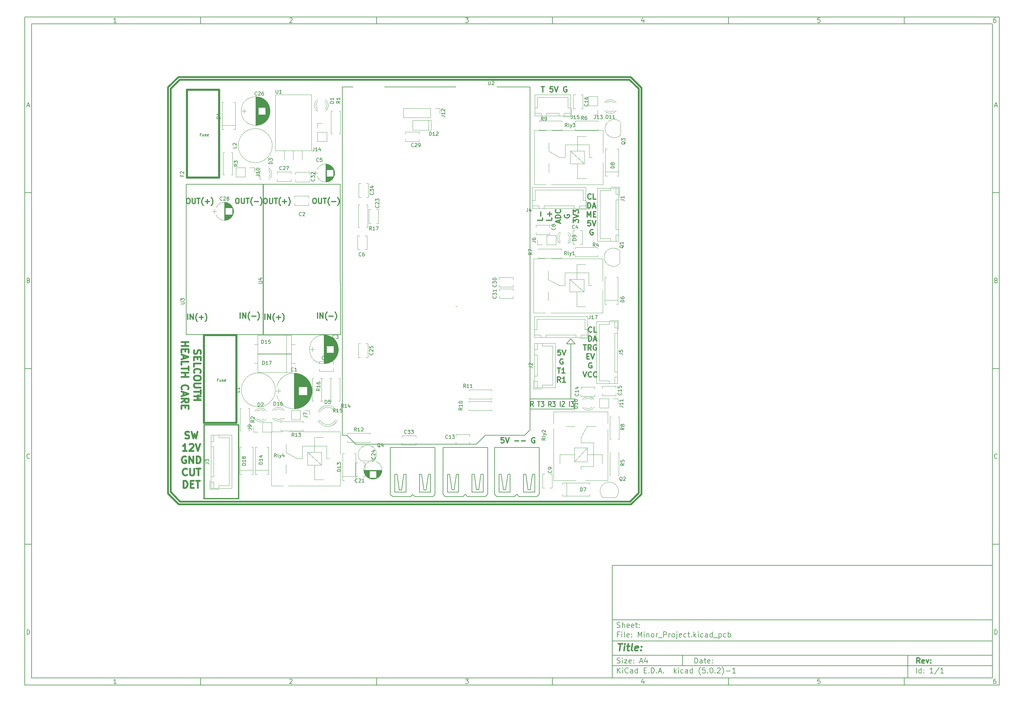
<source format=gbr>
G04 #@! TF.GenerationSoftware,KiCad,Pcbnew,(5.0.2)-1*
G04 #@! TF.CreationDate,2019-08-12T16:14:09+05:45*
G04 #@! TF.ProjectId,Minor_Project,4d696e6f-725f-4507-926f-6a6563742e6b,rev?*
G04 #@! TF.SameCoordinates,Original*
G04 #@! TF.FileFunction,Legend,Top*
G04 #@! TF.FilePolarity,Positive*
%FSLAX46Y46*%
G04 Gerber Fmt 4.6, Leading zero omitted, Abs format (unit mm)*
G04 Created by KiCad (PCBNEW (5.0.2)-1) date 8/12/2019 4:14:09 PM*
%MOMM*%
%LPD*%
G01*
G04 APERTURE LIST*
%ADD10C,0.100000*%
%ADD11C,0.150000*%
%ADD12C,0.300000*%
%ADD13C,0.400000*%
%ADD14C,0.500000*%
%ADD15C,0.200000*%
%ADD16C,0.250000*%
%ADD17C,0.120000*%
%ADD18C,0.600000*%
%ADD19C,0.375000*%
G04 APERTURE END LIST*
D10*
D11*
X177002200Y-166007200D02*
X177002200Y-198007200D01*
X285002200Y-198007200D01*
X285002200Y-166007200D01*
X177002200Y-166007200D01*
D10*
D11*
X10000000Y-10000000D02*
X10000000Y-200007200D01*
X287002200Y-200007200D01*
X287002200Y-10000000D01*
X10000000Y-10000000D01*
D10*
D11*
X12000000Y-12000000D02*
X12000000Y-198007200D01*
X285002200Y-198007200D01*
X285002200Y-12000000D01*
X12000000Y-12000000D01*
D10*
D11*
X60000000Y-12000000D02*
X60000000Y-10000000D01*
D10*
D11*
X110000000Y-12000000D02*
X110000000Y-10000000D01*
D10*
D11*
X160000000Y-12000000D02*
X160000000Y-10000000D01*
D10*
D11*
X210000000Y-12000000D02*
X210000000Y-10000000D01*
D10*
D11*
X260000000Y-12000000D02*
X260000000Y-10000000D01*
D10*
D11*
X36065476Y-11588095D02*
X35322619Y-11588095D01*
X35694047Y-11588095D02*
X35694047Y-10288095D01*
X35570238Y-10473809D01*
X35446428Y-10597619D01*
X35322619Y-10659523D01*
D10*
D11*
X85322619Y-10411904D02*
X85384523Y-10350000D01*
X85508333Y-10288095D01*
X85817857Y-10288095D01*
X85941666Y-10350000D01*
X86003571Y-10411904D01*
X86065476Y-10535714D01*
X86065476Y-10659523D01*
X86003571Y-10845238D01*
X85260714Y-11588095D01*
X86065476Y-11588095D01*
D10*
D11*
X135260714Y-10288095D02*
X136065476Y-10288095D01*
X135632142Y-10783333D01*
X135817857Y-10783333D01*
X135941666Y-10845238D01*
X136003571Y-10907142D01*
X136065476Y-11030952D01*
X136065476Y-11340476D01*
X136003571Y-11464285D01*
X135941666Y-11526190D01*
X135817857Y-11588095D01*
X135446428Y-11588095D01*
X135322619Y-11526190D01*
X135260714Y-11464285D01*
D10*
D11*
X185941666Y-10721428D02*
X185941666Y-11588095D01*
X185632142Y-10226190D02*
X185322619Y-11154761D01*
X186127380Y-11154761D01*
D10*
D11*
X236003571Y-10288095D02*
X235384523Y-10288095D01*
X235322619Y-10907142D01*
X235384523Y-10845238D01*
X235508333Y-10783333D01*
X235817857Y-10783333D01*
X235941666Y-10845238D01*
X236003571Y-10907142D01*
X236065476Y-11030952D01*
X236065476Y-11340476D01*
X236003571Y-11464285D01*
X235941666Y-11526190D01*
X235817857Y-11588095D01*
X235508333Y-11588095D01*
X235384523Y-11526190D01*
X235322619Y-11464285D01*
D10*
D11*
X285941666Y-10288095D02*
X285694047Y-10288095D01*
X285570238Y-10350000D01*
X285508333Y-10411904D01*
X285384523Y-10597619D01*
X285322619Y-10845238D01*
X285322619Y-11340476D01*
X285384523Y-11464285D01*
X285446428Y-11526190D01*
X285570238Y-11588095D01*
X285817857Y-11588095D01*
X285941666Y-11526190D01*
X286003571Y-11464285D01*
X286065476Y-11340476D01*
X286065476Y-11030952D01*
X286003571Y-10907142D01*
X285941666Y-10845238D01*
X285817857Y-10783333D01*
X285570238Y-10783333D01*
X285446428Y-10845238D01*
X285384523Y-10907142D01*
X285322619Y-11030952D01*
D10*
D11*
X60000000Y-198007200D02*
X60000000Y-200007200D01*
D10*
D11*
X110000000Y-198007200D02*
X110000000Y-200007200D01*
D10*
D11*
X160000000Y-198007200D02*
X160000000Y-200007200D01*
D10*
D11*
X210000000Y-198007200D02*
X210000000Y-200007200D01*
D10*
D11*
X260000000Y-198007200D02*
X260000000Y-200007200D01*
D10*
D11*
X36065476Y-199595295D02*
X35322619Y-199595295D01*
X35694047Y-199595295D02*
X35694047Y-198295295D01*
X35570238Y-198481009D01*
X35446428Y-198604819D01*
X35322619Y-198666723D01*
D10*
D11*
X85322619Y-198419104D02*
X85384523Y-198357200D01*
X85508333Y-198295295D01*
X85817857Y-198295295D01*
X85941666Y-198357200D01*
X86003571Y-198419104D01*
X86065476Y-198542914D01*
X86065476Y-198666723D01*
X86003571Y-198852438D01*
X85260714Y-199595295D01*
X86065476Y-199595295D01*
D10*
D11*
X135260714Y-198295295D02*
X136065476Y-198295295D01*
X135632142Y-198790533D01*
X135817857Y-198790533D01*
X135941666Y-198852438D01*
X136003571Y-198914342D01*
X136065476Y-199038152D01*
X136065476Y-199347676D01*
X136003571Y-199471485D01*
X135941666Y-199533390D01*
X135817857Y-199595295D01*
X135446428Y-199595295D01*
X135322619Y-199533390D01*
X135260714Y-199471485D01*
D10*
D11*
X185941666Y-198728628D02*
X185941666Y-199595295D01*
X185632142Y-198233390D02*
X185322619Y-199161961D01*
X186127380Y-199161961D01*
D10*
D11*
X236003571Y-198295295D02*
X235384523Y-198295295D01*
X235322619Y-198914342D01*
X235384523Y-198852438D01*
X235508333Y-198790533D01*
X235817857Y-198790533D01*
X235941666Y-198852438D01*
X236003571Y-198914342D01*
X236065476Y-199038152D01*
X236065476Y-199347676D01*
X236003571Y-199471485D01*
X235941666Y-199533390D01*
X235817857Y-199595295D01*
X235508333Y-199595295D01*
X235384523Y-199533390D01*
X235322619Y-199471485D01*
D10*
D11*
X285941666Y-198295295D02*
X285694047Y-198295295D01*
X285570238Y-198357200D01*
X285508333Y-198419104D01*
X285384523Y-198604819D01*
X285322619Y-198852438D01*
X285322619Y-199347676D01*
X285384523Y-199471485D01*
X285446428Y-199533390D01*
X285570238Y-199595295D01*
X285817857Y-199595295D01*
X285941666Y-199533390D01*
X286003571Y-199471485D01*
X286065476Y-199347676D01*
X286065476Y-199038152D01*
X286003571Y-198914342D01*
X285941666Y-198852438D01*
X285817857Y-198790533D01*
X285570238Y-198790533D01*
X285446428Y-198852438D01*
X285384523Y-198914342D01*
X285322619Y-199038152D01*
D10*
D11*
X10000000Y-60000000D02*
X12000000Y-60000000D01*
D10*
D11*
X10000000Y-110000000D02*
X12000000Y-110000000D01*
D10*
D11*
X10000000Y-160000000D02*
X12000000Y-160000000D01*
D10*
D11*
X10690476Y-35216666D02*
X11309523Y-35216666D01*
X10566666Y-35588095D02*
X11000000Y-34288095D01*
X11433333Y-35588095D01*
D10*
D11*
X11092857Y-84907142D02*
X11278571Y-84969047D01*
X11340476Y-85030952D01*
X11402380Y-85154761D01*
X11402380Y-85340476D01*
X11340476Y-85464285D01*
X11278571Y-85526190D01*
X11154761Y-85588095D01*
X10659523Y-85588095D01*
X10659523Y-84288095D01*
X11092857Y-84288095D01*
X11216666Y-84350000D01*
X11278571Y-84411904D01*
X11340476Y-84535714D01*
X11340476Y-84659523D01*
X11278571Y-84783333D01*
X11216666Y-84845238D01*
X11092857Y-84907142D01*
X10659523Y-84907142D01*
D10*
D11*
X11402380Y-135464285D02*
X11340476Y-135526190D01*
X11154761Y-135588095D01*
X11030952Y-135588095D01*
X10845238Y-135526190D01*
X10721428Y-135402380D01*
X10659523Y-135278571D01*
X10597619Y-135030952D01*
X10597619Y-134845238D01*
X10659523Y-134597619D01*
X10721428Y-134473809D01*
X10845238Y-134350000D01*
X11030952Y-134288095D01*
X11154761Y-134288095D01*
X11340476Y-134350000D01*
X11402380Y-134411904D01*
D10*
D11*
X10659523Y-185588095D02*
X10659523Y-184288095D01*
X10969047Y-184288095D01*
X11154761Y-184350000D01*
X11278571Y-184473809D01*
X11340476Y-184597619D01*
X11402380Y-184845238D01*
X11402380Y-185030952D01*
X11340476Y-185278571D01*
X11278571Y-185402380D01*
X11154761Y-185526190D01*
X10969047Y-185588095D01*
X10659523Y-185588095D01*
D10*
D11*
X287002200Y-60000000D02*
X285002200Y-60000000D01*
D10*
D11*
X287002200Y-110000000D02*
X285002200Y-110000000D01*
D10*
D11*
X287002200Y-160000000D02*
X285002200Y-160000000D01*
D10*
D11*
X285692676Y-35216666D02*
X286311723Y-35216666D01*
X285568866Y-35588095D02*
X286002200Y-34288095D01*
X286435533Y-35588095D01*
D10*
D11*
X286095057Y-84907142D02*
X286280771Y-84969047D01*
X286342676Y-85030952D01*
X286404580Y-85154761D01*
X286404580Y-85340476D01*
X286342676Y-85464285D01*
X286280771Y-85526190D01*
X286156961Y-85588095D01*
X285661723Y-85588095D01*
X285661723Y-84288095D01*
X286095057Y-84288095D01*
X286218866Y-84350000D01*
X286280771Y-84411904D01*
X286342676Y-84535714D01*
X286342676Y-84659523D01*
X286280771Y-84783333D01*
X286218866Y-84845238D01*
X286095057Y-84907142D01*
X285661723Y-84907142D01*
D10*
D11*
X286404580Y-135464285D02*
X286342676Y-135526190D01*
X286156961Y-135588095D01*
X286033152Y-135588095D01*
X285847438Y-135526190D01*
X285723628Y-135402380D01*
X285661723Y-135278571D01*
X285599819Y-135030952D01*
X285599819Y-134845238D01*
X285661723Y-134597619D01*
X285723628Y-134473809D01*
X285847438Y-134350000D01*
X286033152Y-134288095D01*
X286156961Y-134288095D01*
X286342676Y-134350000D01*
X286404580Y-134411904D01*
D10*
D11*
X285661723Y-185588095D02*
X285661723Y-184288095D01*
X285971247Y-184288095D01*
X286156961Y-184350000D01*
X286280771Y-184473809D01*
X286342676Y-184597619D01*
X286404580Y-184845238D01*
X286404580Y-185030952D01*
X286342676Y-185278571D01*
X286280771Y-185402380D01*
X286156961Y-185526190D01*
X285971247Y-185588095D01*
X285661723Y-185588095D01*
D10*
D11*
X200434342Y-193785771D02*
X200434342Y-192285771D01*
X200791485Y-192285771D01*
X201005771Y-192357200D01*
X201148628Y-192500057D01*
X201220057Y-192642914D01*
X201291485Y-192928628D01*
X201291485Y-193142914D01*
X201220057Y-193428628D01*
X201148628Y-193571485D01*
X201005771Y-193714342D01*
X200791485Y-193785771D01*
X200434342Y-193785771D01*
X202577200Y-193785771D02*
X202577200Y-193000057D01*
X202505771Y-192857200D01*
X202362914Y-192785771D01*
X202077200Y-192785771D01*
X201934342Y-192857200D01*
X202577200Y-193714342D02*
X202434342Y-193785771D01*
X202077200Y-193785771D01*
X201934342Y-193714342D01*
X201862914Y-193571485D01*
X201862914Y-193428628D01*
X201934342Y-193285771D01*
X202077200Y-193214342D01*
X202434342Y-193214342D01*
X202577200Y-193142914D01*
X203077200Y-192785771D02*
X203648628Y-192785771D01*
X203291485Y-192285771D02*
X203291485Y-193571485D01*
X203362914Y-193714342D01*
X203505771Y-193785771D01*
X203648628Y-193785771D01*
X204720057Y-193714342D02*
X204577200Y-193785771D01*
X204291485Y-193785771D01*
X204148628Y-193714342D01*
X204077200Y-193571485D01*
X204077200Y-193000057D01*
X204148628Y-192857200D01*
X204291485Y-192785771D01*
X204577200Y-192785771D01*
X204720057Y-192857200D01*
X204791485Y-193000057D01*
X204791485Y-193142914D01*
X204077200Y-193285771D01*
X205434342Y-193642914D02*
X205505771Y-193714342D01*
X205434342Y-193785771D01*
X205362914Y-193714342D01*
X205434342Y-193642914D01*
X205434342Y-193785771D01*
X205434342Y-192857200D02*
X205505771Y-192928628D01*
X205434342Y-193000057D01*
X205362914Y-192928628D01*
X205434342Y-192857200D01*
X205434342Y-193000057D01*
D10*
D11*
X177002200Y-194507200D02*
X285002200Y-194507200D01*
D10*
D11*
X178434342Y-196585771D02*
X178434342Y-195085771D01*
X179291485Y-196585771D02*
X178648628Y-195728628D01*
X179291485Y-195085771D02*
X178434342Y-195942914D01*
X179934342Y-196585771D02*
X179934342Y-195585771D01*
X179934342Y-195085771D02*
X179862914Y-195157200D01*
X179934342Y-195228628D01*
X180005771Y-195157200D01*
X179934342Y-195085771D01*
X179934342Y-195228628D01*
X181505771Y-196442914D02*
X181434342Y-196514342D01*
X181220057Y-196585771D01*
X181077200Y-196585771D01*
X180862914Y-196514342D01*
X180720057Y-196371485D01*
X180648628Y-196228628D01*
X180577200Y-195942914D01*
X180577200Y-195728628D01*
X180648628Y-195442914D01*
X180720057Y-195300057D01*
X180862914Y-195157200D01*
X181077200Y-195085771D01*
X181220057Y-195085771D01*
X181434342Y-195157200D01*
X181505771Y-195228628D01*
X182791485Y-196585771D02*
X182791485Y-195800057D01*
X182720057Y-195657200D01*
X182577200Y-195585771D01*
X182291485Y-195585771D01*
X182148628Y-195657200D01*
X182791485Y-196514342D02*
X182648628Y-196585771D01*
X182291485Y-196585771D01*
X182148628Y-196514342D01*
X182077200Y-196371485D01*
X182077200Y-196228628D01*
X182148628Y-196085771D01*
X182291485Y-196014342D01*
X182648628Y-196014342D01*
X182791485Y-195942914D01*
X184148628Y-196585771D02*
X184148628Y-195085771D01*
X184148628Y-196514342D02*
X184005771Y-196585771D01*
X183720057Y-196585771D01*
X183577200Y-196514342D01*
X183505771Y-196442914D01*
X183434342Y-196300057D01*
X183434342Y-195871485D01*
X183505771Y-195728628D01*
X183577200Y-195657200D01*
X183720057Y-195585771D01*
X184005771Y-195585771D01*
X184148628Y-195657200D01*
X186005771Y-195800057D02*
X186505771Y-195800057D01*
X186720057Y-196585771D02*
X186005771Y-196585771D01*
X186005771Y-195085771D01*
X186720057Y-195085771D01*
X187362914Y-196442914D02*
X187434342Y-196514342D01*
X187362914Y-196585771D01*
X187291485Y-196514342D01*
X187362914Y-196442914D01*
X187362914Y-196585771D01*
X188077200Y-196585771D02*
X188077200Y-195085771D01*
X188434342Y-195085771D01*
X188648628Y-195157200D01*
X188791485Y-195300057D01*
X188862914Y-195442914D01*
X188934342Y-195728628D01*
X188934342Y-195942914D01*
X188862914Y-196228628D01*
X188791485Y-196371485D01*
X188648628Y-196514342D01*
X188434342Y-196585771D01*
X188077200Y-196585771D01*
X189577200Y-196442914D02*
X189648628Y-196514342D01*
X189577200Y-196585771D01*
X189505771Y-196514342D01*
X189577200Y-196442914D01*
X189577200Y-196585771D01*
X190220057Y-196157200D02*
X190934342Y-196157200D01*
X190077200Y-196585771D02*
X190577200Y-195085771D01*
X191077200Y-196585771D01*
X191577200Y-196442914D02*
X191648628Y-196514342D01*
X191577200Y-196585771D01*
X191505771Y-196514342D01*
X191577200Y-196442914D01*
X191577200Y-196585771D01*
X194577200Y-196585771D02*
X194577200Y-195085771D01*
X194720057Y-196014342D02*
X195148628Y-196585771D01*
X195148628Y-195585771D02*
X194577200Y-196157200D01*
X195791485Y-196585771D02*
X195791485Y-195585771D01*
X195791485Y-195085771D02*
X195720057Y-195157200D01*
X195791485Y-195228628D01*
X195862914Y-195157200D01*
X195791485Y-195085771D01*
X195791485Y-195228628D01*
X197148628Y-196514342D02*
X197005771Y-196585771D01*
X196720057Y-196585771D01*
X196577200Y-196514342D01*
X196505771Y-196442914D01*
X196434342Y-196300057D01*
X196434342Y-195871485D01*
X196505771Y-195728628D01*
X196577200Y-195657200D01*
X196720057Y-195585771D01*
X197005771Y-195585771D01*
X197148628Y-195657200D01*
X198434342Y-196585771D02*
X198434342Y-195800057D01*
X198362914Y-195657200D01*
X198220057Y-195585771D01*
X197934342Y-195585771D01*
X197791485Y-195657200D01*
X198434342Y-196514342D02*
X198291485Y-196585771D01*
X197934342Y-196585771D01*
X197791485Y-196514342D01*
X197720057Y-196371485D01*
X197720057Y-196228628D01*
X197791485Y-196085771D01*
X197934342Y-196014342D01*
X198291485Y-196014342D01*
X198434342Y-195942914D01*
X199791485Y-196585771D02*
X199791485Y-195085771D01*
X199791485Y-196514342D02*
X199648628Y-196585771D01*
X199362914Y-196585771D01*
X199220057Y-196514342D01*
X199148628Y-196442914D01*
X199077200Y-196300057D01*
X199077200Y-195871485D01*
X199148628Y-195728628D01*
X199220057Y-195657200D01*
X199362914Y-195585771D01*
X199648628Y-195585771D01*
X199791485Y-195657200D01*
X202077200Y-197157200D02*
X202005771Y-197085771D01*
X201862914Y-196871485D01*
X201791485Y-196728628D01*
X201720057Y-196514342D01*
X201648628Y-196157200D01*
X201648628Y-195871485D01*
X201720057Y-195514342D01*
X201791485Y-195300057D01*
X201862914Y-195157200D01*
X202005771Y-194942914D01*
X202077200Y-194871485D01*
X203362914Y-195085771D02*
X202648628Y-195085771D01*
X202577200Y-195800057D01*
X202648628Y-195728628D01*
X202791485Y-195657200D01*
X203148628Y-195657200D01*
X203291485Y-195728628D01*
X203362914Y-195800057D01*
X203434342Y-195942914D01*
X203434342Y-196300057D01*
X203362914Y-196442914D01*
X203291485Y-196514342D01*
X203148628Y-196585771D01*
X202791485Y-196585771D01*
X202648628Y-196514342D01*
X202577200Y-196442914D01*
X204077200Y-196442914D02*
X204148628Y-196514342D01*
X204077200Y-196585771D01*
X204005771Y-196514342D01*
X204077200Y-196442914D01*
X204077200Y-196585771D01*
X205077200Y-195085771D02*
X205220057Y-195085771D01*
X205362914Y-195157200D01*
X205434342Y-195228628D01*
X205505771Y-195371485D01*
X205577200Y-195657200D01*
X205577200Y-196014342D01*
X205505771Y-196300057D01*
X205434342Y-196442914D01*
X205362914Y-196514342D01*
X205220057Y-196585771D01*
X205077200Y-196585771D01*
X204934342Y-196514342D01*
X204862914Y-196442914D01*
X204791485Y-196300057D01*
X204720057Y-196014342D01*
X204720057Y-195657200D01*
X204791485Y-195371485D01*
X204862914Y-195228628D01*
X204934342Y-195157200D01*
X205077200Y-195085771D01*
X206220057Y-196442914D02*
X206291485Y-196514342D01*
X206220057Y-196585771D01*
X206148628Y-196514342D01*
X206220057Y-196442914D01*
X206220057Y-196585771D01*
X206862914Y-195228628D02*
X206934342Y-195157200D01*
X207077200Y-195085771D01*
X207434342Y-195085771D01*
X207577200Y-195157200D01*
X207648628Y-195228628D01*
X207720057Y-195371485D01*
X207720057Y-195514342D01*
X207648628Y-195728628D01*
X206791485Y-196585771D01*
X207720057Y-196585771D01*
X208220057Y-197157200D02*
X208291485Y-197085771D01*
X208434342Y-196871485D01*
X208505771Y-196728628D01*
X208577200Y-196514342D01*
X208648628Y-196157200D01*
X208648628Y-195871485D01*
X208577200Y-195514342D01*
X208505771Y-195300057D01*
X208434342Y-195157200D01*
X208291485Y-194942914D01*
X208220057Y-194871485D01*
X209362914Y-196014342D02*
X210505771Y-196014342D01*
X212005771Y-196585771D02*
X211148628Y-196585771D01*
X211577200Y-196585771D02*
X211577200Y-195085771D01*
X211434342Y-195300057D01*
X211291485Y-195442914D01*
X211148628Y-195514342D01*
D10*
D11*
X177002200Y-191507200D02*
X285002200Y-191507200D01*
D10*
D12*
X264411485Y-193785771D02*
X263911485Y-193071485D01*
X263554342Y-193785771D02*
X263554342Y-192285771D01*
X264125771Y-192285771D01*
X264268628Y-192357200D01*
X264340057Y-192428628D01*
X264411485Y-192571485D01*
X264411485Y-192785771D01*
X264340057Y-192928628D01*
X264268628Y-193000057D01*
X264125771Y-193071485D01*
X263554342Y-193071485D01*
X265625771Y-193714342D02*
X265482914Y-193785771D01*
X265197200Y-193785771D01*
X265054342Y-193714342D01*
X264982914Y-193571485D01*
X264982914Y-193000057D01*
X265054342Y-192857200D01*
X265197200Y-192785771D01*
X265482914Y-192785771D01*
X265625771Y-192857200D01*
X265697200Y-193000057D01*
X265697200Y-193142914D01*
X264982914Y-193285771D01*
X266197200Y-192785771D02*
X266554342Y-193785771D01*
X266911485Y-192785771D01*
X267482914Y-193642914D02*
X267554342Y-193714342D01*
X267482914Y-193785771D01*
X267411485Y-193714342D01*
X267482914Y-193642914D01*
X267482914Y-193785771D01*
X267482914Y-192857200D02*
X267554342Y-192928628D01*
X267482914Y-193000057D01*
X267411485Y-192928628D01*
X267482914Y-192857200D01*
X267482914Y-193000057D01*
D10*
D11*
X178362914Y-193714342D02*
X178577200Y-193785771D01*
X178934342Y-193785771D01*
X179077200Y-193714342D01*
X179148628Y-193642914D01*
X179220057Y-193500057D01*
X179220057Y-193357200D01*
X179148628Y-193214342D01*
X179077200Y-193142914D01*
X178934342Y-193071485D01*
X178648628Y-193000057D01*
X178505771Y-192928628D01*
X178434342Y-192857200D01*
X178362914Y-192714342D01*
X178362914Y-192571485D01*
X178434342Y-192428628D01*
X178505771Y-192357200D01*
X178648628Y-192285771D01*
X179005771Y-192285771D01*
X179220057Y-192357200D01*
X179862914Y-193785771D02*
X179862914Y-192785771D01*
X179862914Y-192285771D02*
X179791485Y-192357200D01*
X179862914Y-192428628D01*
X179934342Y-192357200D01*
X179862914Y-192285771D01*
X179862914Y-192428628D01*
X180434342Y-192785771D02*
X181220057Y-192785771D01*
X180434342Y-193785771D01*
X181220057Y-193785771D01*
X182362914Y-193714342D02*
X182220057Y-193785771D01*
X181934342Y-193785771D01*
X181791485Y-193714342D01*
X181720057Y-193571485D01*
X181720057Y-193000057D01*
X181791485Y-192857200D01*
X181934342Y-192785771D01*
X182220057Y-192785771D01*
X182362914Y-192857200D01*
X182434342Y-193000057D01*
X182434342Y-193142914D01*
X181720057Y-193285771D01*
X183077200Y-193642914D02*
X183148628Y-193714342D01*
X183077200Y-193785771D01*
X183005771Y-193714342D01*
X183077200Y-193642914D01*
X183077200Y-193785771D01*
X183077200Y-192857200D02*
X183148628Y-192928628D01*
X183077200Y-193000057D01*
X183005771Y-192928628D01*
X183077200Y-192857200D01*
X183077200Y-193000057D01*
X184862914Y-193357200D02*
X185577200Y-193357200D01*
X184720057Y-193785771D02*
X185220057Y-192285771D01*
X185720057Y-193785771D01*
X186862914Y-192785771D02*
X186862914Y-193785771D01*
X186505771Y-192214342D02*
X186148628Y-193285771D01*
X187077200Y-193285771D01*
D10*
D11*
X263434342Y-196585771D02*
X263434342Y-195085771D01*
X264791485Y-196585771D02*
X264791485Y-195085771D01*
X264791485Y-196514342D02*
X264648628Y-196585771D01*
X264362914Y-196585771D01*
X264220057Y-196514342D01*
X264148628Y-196442914D01*
X264077200Y-196300057D01*
X264077200Y-195871485D01*
X264148628Y-195728628D01*
X264220057Y-195657200D01*
X264362914Y-195585771D01*
X264648628Y-195585771D01*
X264791485Y-195657200D01*
X265505771Y-196442914D02*
X265577200Y-196514342D01*
X265505771Y-196585771D01*
X265434342Y-196514342D01*
X265505771Y-196442914D01*
X265505771Y-196585771D01*
X265505771Y-195657200D02*
X265577200Y-195728628D01*
X265505771Y-195800057D01*
X265434342Y-195728628D01*
X265505771Y-195657200D01*
X265505771Y-195800057D01*
X268148628Y-196585771D02*
X267291485Y-196585771D01*
X267720057Y-196585771D02*
X267720057Y-195085771D01*
X267577200Y-195300057D01*
X267434342Y-195442914D01*
X267291485Y-195514342D01*
X269862914Y-195014342D02*
X268577200Y-196942914D01*
X271148628Y-196585771D02*
X270291485Y-196585771D01*
X270720057Y-196585771D02*
X270720057Y-195085771D01*
X270577200Y-195300057D01*
X270434342Y-195442914D01*
X270291485Y-195514342D01*
D10*
D11*
X177002200Y-187507200D02*
X285002200Y-187507200D01*
D10*
D13*
X178714580Y-188211961D02*
X179857438Y-188211961D01*
X179036009Y-190211961D02*
X179286009Y-188211961D01*
X180274104Y-190211961D02*
X180440771Y-188878628D01*
X180524104Y-188211961D02*
X180416961Y-188307200D01*
X180500295Y-188402438D01*
X180607438Y-188307200D01*
X180524104Y-188211961D01*
X180500295Y-188402438D01*
X181107438Y-188878628D02*
X181869342Y-188878628D01*
X181476485Y-188211961D02*
X181262200Y-189926247D01*
X181333628Y-190116723D01*
X181512200Y-190211961D01*
X181702676Y-190211961D01*
X182655057Y-190211961D02*
X182476485Y-190116723D01*
X182405057Y-189926247D01*
X182619342Y-188211961D01*
X184190771Y-190116723D02*
X183988390Y-190211961D01*
X183607438Y-190211961D01*
X183428866Y-190116723D01*
X183357438Y-189926247D01*
X183452676Y-189164342D01*
X183571723Y-188973866D01*
X183774104Y-188878628D01*
X184155057Y-188878628D01*
X184333628Y-188973866D01*
X184405057Y-189164342D01*
X184381247Y-189354819D01*
X183405057Y-189545295D01*
X185155057Y-190021485D02*
X185238390Y-190116723D01*
X185131247Y-190211961D01*
X185047914Y-190116723D01*
X185155057Y-190021485D01*
X185131247Y-190211961D01*
X185286009Y-188973866D02*
X185369342Y-189069104D01*
X185262200Y-189164342D01*
X185178866Y-189069104D01*
X185286009Y-188973866D01*
X185262200Y-189164342D01*
D10*
D11*
X178934342Y-185600057D02*
X178434342Y-185600057D01*
X178434342Y-186385771D02*
X178434342Y-184885771D01*
X179148628Y-184885771D01*
X179720057Y-186385771D02*
X179720057Y-185385771D01*
X179720057Y-184885771D02*
X179648628Y-184957200D01*
X179720057Y-185028628D01*
X179791485Y-184957200D01*
X179720057Y-184885771D01*
X179720057Y-185028628D01*
X180648628Y-186385771D02*
X180505771Y-186314342D01*
X180434342Y-186171485D01*
X180434342Y-184885771D01*
X181791485Y-186314342D02*
X181648628Y-186385771D01*
X181362914Y-186385771D01*
X181220057Y-186314342D01*
X181148628Y-186171485D01*
X181148628Y-185600057D01*
X181220057Y-185457200D01*
X181362914Y-185385771D01*
X181648628Y-185385771D01*
X181791485Y-185457200D01*
X181862914Y-185600057D01*
X181862914Y-185742914D01*
X181148628Y-185885771D01*
X182505771Y-186242914D02*
X182577200Y-186314342D01*
X182505771Y-186385771D01*
X182434342Y-186314342D01*
X182505771Y-186242914D01*
X182505771Y-186385771D01*
X182505771Y-185457200D02*
X182577200Y-185528628D01*
X182505771Y-185600057D01*
X182434342Y-185528628D01*
X182505771Y-185457200D01*
X182505771Y-185600057D01*
X184362914Y-186385771D02*
X184362914Y-184885771D01*
X184862914Y-185957200D01*
X185362914Y-184885771D01*
X185362914Y-186385771D01*
X186077200Y-186385771D02*
X186077200Y-185385771D01*
X186077200Y-184885771D02*
X186005771Y-184957200D01*
X186077200Y-185028628D01*
X186148628Y-184957200D01*
X186077200Y-184885771D01*
X186077200Y-185028628D01*
X186791485Y-185385771D02*
X186791485Y-186385771D01*
X186791485Y-185528628D02*
X186862914Y-185457200D01*
X187005771Y-185385771D01*
X187220057Y-185385771D01*
X187362914Y-185457200D01*
X187434342Y-185600057D01*
X187434342Y-186385771D01*
X188362914Y-186385771D02*
X188220057Y-186314342D01*
X188148628Y-186242914D01*
X188077200Y-186100057D01*
X188077200Y-185671485D01*
X188148628Y-185528628D01*
X188220057Y-185457200D01*
X188362914Y-185385771D01*
X188577200Y-185385771D01*
X188720057Y-185457200D01*
X188791485Y-185528628D01*
X188862914Y-185671485D01*
X188862914Y-186100057D01*
X188791485Y-186242914D01*
X188720057Y-186314342D01*
X188577200Y-186385771D01*
X188362914Y-186385771D01*
X189505771Y-186385771D02*
X189505771Y-185385771D01*
X189505771Y-185671485D02*
X189577200Y-185528628D01*
X189648628Y-185457200D01*
X189791485Y-185385771D01*
X189934342Y-185385771D01*
X190077200Y-186528628D02*
X191220057Y-186528628D01*
X191577200Y-186385771D02*
X191577200Y-184885771D01*
X192148628Y-184885771D01*
X192291485Y-184957200D01*
X192362914Y-185028628D01*
X192434342Y-185171485D01*
X192434342Y-185385771D01*
X192362914Y-185528628D01*
X192291485Y-185600057D01*
X192148628Y-185671485D01*
X191577200Y-185671485D01*
X193077200Y-186385771D02*
X193077200Y-185385771D01*
X193077200Y-185671485D02*
X193148628Y-185528628D01*
X193220057Y-185457200D01*
X193362914Y-185385771D01*
X193505771Y-185385771D01*
X194220057Y-186385771D02*
X194077200Y-186314342D01*
X194005771Y-186242914D01*
X193934342Y-186100057D01*
X193934342Y-185671485D01*
X194005771Y-185528628D01*
X194077200Y-185457200D01*
X194220057Y-185385771D01*
X194434342Y-185385771D01*
X194577200Y-185457200D01*
X194648628Y-185528628D01*
X194720057Y-185671485D01*
X194720057Y-186100057D01*
X194648628Y-186242914D01*
X194577200Y-186314342D01*
X194434342Y-186385771D01*
X194220057Y-186385771D01*
X195362914Y-185385771D02*
X195362914Y-186671485D01*
X195291485Y-186814342D01*
X195148628Y-186885771D01*
X195077200Y-186885771D01*
X195362914Y-184885771D02*
X195291485Y-184957200D01*
X195362914Y-185028628D01*
X195434342Y-184957200D01*
X195362914Y-184885771D01*
X195362914Y-185028628D01*
X196648628Y-186314342D02*
X196505771Y-186385771D01*
X196220057Y-186385771D01*
X196077200Y-186314342D01*
X196005771Y-186171485D01*
X196005771Y-185600057D01*
X196077200Y-185457200D01*
X196220057Y-185385771D01*
X196505771Y-185385771D01*
X196648628Y-185457200D01*
X196720057Y-185600057D01*
X196720057Y-185742914D01*
X196005771Y-185885771D01*
X198005771Y-186314342D02*
X197862914Y-186385771D01*
X197577200Y-186385771D01*
X197434342Y-186314342D01*
X197362914Y-186242914D01*
X197291485Y-186100057D01*
X197291485Y-185671485D01*
X197362914Y-185528628D01*
X197434342Y-185457200D01*
X197577200Y-185385771D01*
X197862914Y-185385771D01*
X198005771Y-185457200D01*
X198434342Y-185385771D02*
X199005771Y-185385771D01*
X198648628Y-184885771D02*
X198648628Y-186171485D01*
X198720057Y-186314342D01*
X198862914Y-186385771D01*
X199005771Y-186385771D01*
X199505771Y-186242914D02*
X199577200Y-186314342D01*
X199505771Y-186385771D01*
X199434342Y-186314342D01*
X199505771Y-186242914D01*
X199505771Y-186385771D01*
X200220057Y-186385771D02*
X200220057Y-184885771D01*
X200362914Y-185814342D02*
X200791485Y-186385771D01*
X200791485Y-185385771D02*
X200220057Y-185957200D01*
X201434342Y-186385771D02*
X201434342Y-185385771D01*
X201434342Y-184885771D02*
X201362914Y-184957200D01*
X201434342Y-185028628D01*
X201505771Y-184957200D01*
X201434342Y-184885771D01*
X201434342Y-185028628D01*
X202791485Y-186314342D02*
X202648628Y-186385771D01*
X202362914Y-186385771D01*
X202220057Y-186314342D01*
X202148628Y-186242914D01*
X202077200Y-186100057D01*
X202077200Y-185671485D01*
X202148628Y-185528628D01*
X202220057Y-185457200D01*
X202362914Y-185385771D01*
X202648628Y-185385771D01*
X202791485Y-185457200D01*
X204077200Y-186385771D02*
X204077200Y-185600057D01*
X204005771Y-185457200D01*
X203862914Y-185385771D01*
X203577200Y-185385771D01*
X203434342Y-185457200D01*
X204077200Y-186314342D02*
X203934342Y-186385771D01*
X203577200Y-186385771D01*
X203434342Y-186314342D01*
X203362914Y-186171485D01*
X203362914Y-186028628D01*
X203434342Y-185885771D01*
X203577200Y-185814342D01*
X203934342Y-185814342D01*
X204077200Y-185742914D01*
X205434342Y-186385771D02*
X205434342Y-184885771D01*
X205434342Y-186314342D02*
X205291485Y-186385771D01*
X205005771Y-186385771D01*
X204862914Y-186314342D01*
X204791485Y-186242914D01*
X204720057Y-186100057D01*
X204720057Y-185671485D01*
X204791485Y-185528628D01*
X204862914Y-185457200D01*
X205005771Y-185385771D01*
X205291485Y-185385771D01*
X205434342Y-185457200D01*
X205791485Y-186528628D02*
X206934342Y-186528628D01*
X207291485Y-185385771D02*
X207291485Y-186885771D01*
X207291485Y-185457200D02*
X207434342Y-185385771D01*
X207720057Y-185385771D01*
X207862914Y-185457200D01*
X207934342Y-185528628D01*
X208005771Y-185671485D01*
X208005771Y-186100057D01*
X207934342Y-186242914D01*
X207862914Y-186314342D01*
X207720057Y-186385771D01*
X207434342Y-186385771D01*
X207291485Y-186314342D01*
X209291485Y-186314342D02*
X209148628Y-186385771D01*
X208862914Y-186385771D01*
X208720057Y-186314342D01*
X208648628Y-186242914D01*
X208577200Y-186100057D01*
X208577200Y-185671485D01*
X208648628Y-185528628D01*
X208720057Y-185457200D01*
X208862914Y-185385771D01*
X209148628Y-185385771D01*
X209291485Y-185457200D01*
X209934342Y-186385771D02*
X209934342Y-184885771D01*
X209934342Y-185457200D02*
X210077200Y-185385771D01*
X210362914Y-185385771D01*
X210505771Y-185457200D01*
X210577200Y-185528628D01*
X210648628Y-185671485D01*
X210648628Y-186100057D01*
X210577200Y-186242914D01*
X210505771Y-186314342D01*
X210362914Y-186385771D01*
X210077200Y-186385771D01*
X209934342Y-186314342D01*
D10*
D11*
X177002200Y-181507200D02*
X285002200Y-181507200D01*
D10*
D11*
X178362914Y-183614342D02*
X178577200Y-183685771D01*
X178934342Y-183685771D01*
X179077200Y-183614342D01*
X179148628Y-183542914D01*
X179220057Y-183400057D01*
X179220057Y-183257200D01*
X179148628Y-183114342D01*
X179077200Y-183042914D01*
X178934342Y-182971485D01*
X178648628Y-182900057D01*
X178505771Y-182828628D01*
X178434342Y-182757200D01*
X178362914Y-182614342D01*
X178362914Y-182471485D01*
X178434342Y-182328628D01*
X178505771Y-182257200D01*
X178648628Y-182185771D01*
X179005771Y-182185771D01*
X179220057Y-182257200D01*
X179862914Y-183685771D02*
X179862914Y-182185771D01*
X180505771Y-183685771D02*
X180505771Y-182900057D01*
X180434342Y-182757200D01*
X180291485Y-182685771D01*
X180077200Y-182685771D01*
X179934342Y-182757200D01*
X179862914Y-182828628D01*
X181791485Y-183614342D02*
X181648628Y-183685771D01*
X181362914Y-183685771D01*
X181220057Y-183614342D01*
X181148628Y-183471485D01*
X181148628Y-182900057D01*
X181220057Y-182757200D01*
X181362914Y-182685771D01*
X181648628Y-182685771D01*
X181791485Y-182757200D01*
X181862914Y-182900057D01*
X181862914Y-183042914D01*
X181148628Y-183185771D01*
X183077200Y-183614342D02*
X182934342Y-183685771D01*
X182648628Y-183685771D01*
X182505771Y-183614342D01*
X182434342Y-183471485D01*
X182434342Y-182900057D01*
X182505771Y-182757200D01*
X182648628Y-182685771D01*
X182934342Y-182685771D01*
X183077200Y-182757200D01*
X183148628Y-182900057D01*
X183148628Y-183042914D01*
X182434342Y-183185771D01*
X183577200Y-182685771D02*
X184148628Y-182685771D01*
X183791485Y-182185771D02*
X183791485Y-183471485D01*
X183862914Y-183614342D01*
X184005771Y-183685771D01*
X184148628Y-183685771D01*
X184648628Y-183542914D02*
X184720057Y-183614342D01*
X184648628Y-183685771D01*
X184577200Y-183614342D01*
X184648628Y-183542914D01*
X184648628Y-183685771D01*
X184648628Y-182757200D02*
X184720057Y-182828628D01*
X184648628Y-182900057D01*
X184577200Y-182828628D01*
X184648628Y-182757200D01*
X184648628Y-182900057D01*
D10*
D11*
X197002200Y-191507200D02*
X197002200Y-194507200D01*
D10*
D11*
X261002200Y-191507200D02*
X261002200Y-198007200D01*
D12*
X156861928Y-29824571D02*
X157719071Y-29824571D01*
X157290500Y-31324571D02*
X157290500Y-29824571D01*
X160076214Y-29824571D02*
X159361928Y-29824571D01*
X159290500Y-30538857D01*
X159361928Y-30467428D01*
X159504785Y-30396000D01*
X159861928Y-30396000D01*
X160004785Y-30467428D01*
X160076214Y-30538857D01*
X160147642Y-30681714D01*
X160147642Y-31038857D01*
X160076214Y-31181714D01*
X160004785Y-31253142D01*
X159861928Y-31324571D01*
X159504785Y-31324571D01*
X159361928Y-31253142D01*
X159290500Y-31181714D01*
X160576214Y-29824571D02*
X161076214Y-31324571D01*
X161576214Y-29824571D01*
X164004785Y-29896000D02*
X163861928Y-29824571D01*
X163647642Y-29824571D01*
X163433357Y-29896000D01*
X163290500Y-30038857D01*
X163219071Y-30181714D01*
X163147642Y-30467428D01*
X163147642Y-30681714D01*
X163219071Y-30967428D01*
X163290500Y-31110285D01*
X163433357Y-31253142D01*
X163647642Y-31324571D01*
X163790500Y-31324571D01*
X164004785Y-31253142D01*
X164076214Y-31181714D01*
X164076214Y-30681714D01*
X163790500Y-30681714D01*
D14*
X51511000Y-30392000D02*
X54051000Y-27852000D01*
X51511000Y-145073000D02*
X51511000Y-30392000D01*
X51574500Y-145136500D02*
X51511000Y-145073000D01*
X54114500Y-147867000D02*
X51574500Y-145136500D01*
X182067000Y-147867000D02*
X54114500Y-147867000D01*
X182003500Y-147930500D02*
X182067000Y-147867000D01*
X184480000Y-145390500D02*
X182003500Y-147930500D01*
X184480000Y-30455500D02*
X184480000Y-145390500D01*
X181876500Y-27852000D02*
X184480000Y-30455500D01*
X181813000Y-27852000D02*
X181876500Y-27852000D01*
X54051000Y-27852000D02*
X181813000Y-27852000D01*
X50749000Y-30011000D02*
X53670000Y-27090000D01*
X50749000Y-145581000D02*
X50749000Y-30011000D01*
X53797000Y-148629000D02*
X50749000Y-145581000D01*
X182321000Y-148629000D02*
X53797000Y-148629000D01*
X185242000Y-145708000D02*
X182321000Y-148629000D01*
X185242000Y-30138000D02*
X185242000Y-145708000D01*
X182194000Y-27090000D02*
X185242000Y-30138000D01*
X53670000Y-27090000D02*
X182194000Y-27090000D01*
D15*
X165230000Y-102965000D02*
X164055000Y-102965000D01*
X166380000Y-102965000D02*
X165205000Y-102965000D01*
X165255000Y-101565000D02*
X166380000Y-102965000D01*
X164055000Y-102940000D02*
X165255000Y-101565000D01*
X165180000Y-118515000D02*
X165255000Y-102965000D01*
X166355000Y-121515000D02*
X153605000Y-121540000D01*
X166380000Y-118615000D02*
X166355000Y-121515000D01*
X165730000Y-118615000D02*
X166380000Y-118615000D01*
X153630000Y-118615000D02*
X165730000Y-118615000D01*
D16*
X154508571Y-120793571D02*
X154108571Y-120079285D01*
X153822857Y-120793571D02*
X153822857Y-119293571D01*
X154280000Y-119293571D01*
X154394285Y-119365000D01*
X154451428Y-119436428D01*
X154508571Y-119579285D01*
X154508571Y-119793571D01*
X154451428Y-119936428D01*
X154394285Y-120007857D01*
X154280000Y-120079285D01*
X153822857Y-120079285D01*
X155765714Y-119293571D02*
X156451428Y-119293571D01*
X156108571Y-120793571D02*
X156108571Y-119293571D01*
X156737142Y-119293571D02*
X157480000Y-119293571D01*
X157080000Y-119865000D01*
X157251428Y-119865000D01*
X157365714Y-119936428D01*
X157422857Y-120007857D01*
X157480000Y-120150714D01*
X157480000Y-120507857D01*
X157422857Y-120650714D01*
X157365714Y-120722142D01*
X157251428Y-120793571D01*
X156908571Y-120793571D01*
X156794285Y-120722142D01*
X156737142Y-120650714D01*
X159594285Y-120793571D02*
X159194285Y-120079285D01*
X158908571Y-120793571D02*
X158908571Y-119293571D01*
X159365714Y-119293571D01*
X159480000Y-119365000D01*
X159537142Y-119436428D01*
X159594285Y-119579285D01*
X159594285Y-119793571D01*
X159537142Y-119936428D01*
X159480000Y-120007857D01*
X159365714Y-120079285D01*
X158908571Y-120079285D01*
X159994285Y-119293571D02*
X160737142Y-119293571D01*
X160337142Y-119865000D01*
X160508571Y-119865000D01*
X160622857Y-119936428D01*
X160680000Y-120007857D01*
X160737142Y-120150714D01*
X160737142Y-120507857D01*
X160680000Y-120650714D01*
X160622857Y-120722142D01*
X160508571Y-120793571D01*
X160165714Y-120793571D01*
X160051428Y-120722142D01*
X159994285Y-120650714D01*
X162165714Y-120793571D02*
X162165714Y-119293571D01*
X162680000Y-119436428D02*
X162737142Y-119365000D01*
X162851428Y-119293571D01*
X163137142Y-119293571D01*
X163251428Y-119365000D01*
X163308571Y-119436428D01*
X163365714Y-119579285D01*
X163365714Y-119722142D01*
X163308571Y-119936428D01*
X162622857Y-120793571D01*
X163365714Y-120793571D01*
X164794285Y-120793571D02*
X164794285Y-119293571D01*
X165251428Y-119293571D02*
X165994285Y-119293571D01*
X165594285Y-119865000D01*
X165765714Y-119865000D01*
X165880000Y-119936428D01*
X165937142Y-120007857D01*
X165994285Y-120150714D01*
X165994285Y-120507857D01*
X165937142Y-120650714D01*
X165880000Y-120722142D01*
X165765714Y-120793571D01*
X165422857Y-120793571D01*
X165308571Y-120722142D01*
X165251428Y-120650714D01*
D12*
X171158571Y-99525714D02*
X171087142Y-99597142D01*
X170872857Y-99668571D01*
X170730000Y-99668571D01*
X170515714Y-99597142D01*
X170372857Y-99454285D01*
X170301428Y-99311428D01*
X170230000Y-99025714D01*
X170230000Y-98811428D01*
X170301428Y-98525714D01*
X170372857Y-98382857D01*
X170515714Y-98240000D01*
X170730000Y-98168571D01*
X170872857Y-98168571D01*
X171087142Y-98240000D01*
X171158571Y-98311428D01*
X172515714Y-99668571D02*
X171801428Y-99668571D01*
X171801428Y-98168571D01*
X170265714Y-102218571D02*
X170265714Y-100718571D01*
X170622857Y-100718571D01*
X170837142Y-100790000D01*
X170980000Y-100932857D01*
X171051428Y-101075714D01*
X171122857Y-101361428D01*
X171122857Y-101575714D01*
X171051428Y-101861428D01*
X170980000Y-102004285D01*
X170837142Y-102147142D01*
X170622857Y-102218571D01*
X170265714Y-102218571D01*
X171694285Y-101790000D02*
X172408571Y-101790000D01*
X171551428Y-102218571D02*
X172051428Y-100718571D01*
X172551428Y-102218571D01*
X168801428Y-103268571D02*
X169658571Y-103268571D01*
X169230000Y-104768571D02*
X169230000Y-103268571D01*
X171015714Y-104768571D02*
X170515714Y-104054285D01*
X170158571Y-104768571D02*
X170158571Y-103268571D01*
X170730000Y-103268571D01*
X170872857Y-103340000D01*
X170944285Y-103411428D01*
X171015714Y-103554285D01*
X171015714Y-103768571D01*
X170944285Y-103911428D01*
X170872857Y-103982857D01*
X170730000Y-104054285D01*
X170158571Y-104054285D01*
X172444285Y-103340000D02*
X172301428Y-103268571D01*
X172087142Y-103268571D01*
X171872857Y-103340000D01*
X171730000Y-103482857D01*
X171658571Y-103625714D01*
X171587142Y-103911428D01*
X171587142Y-104125714D01*
X171658571Y-104411428D01*
X171730000Y-104554285D01*
X171872857Y-104697142D01*
X172087142Y-104768571D01*
X172230000Y-104768571D01*
X172444285Y-104697142D01*
X172515714Y-104625714D01*
X172515714Y-104125714D01*
X172230000Y-104125714D01*
X169765714Y-106532857D02*
X170265714Y-106532857D01*
X170480000Y-107318571D02*
X169765714Y-107318571D01*
X169765714Y-105818571D01*
X170480000Y-105818571D01*
X170908571Y-105818571D02*
X171408571Y-107318571D01*
X171908571Y-105818571D01*
X171122857Y-108440000D02*
X170980000Y-108368571D01*
X170765714Y-108368571D01*
X170551428Y-108440000D01*
X170408571Y-108582857D01*
X170337142Y-108725714D01*
X170265714Y-109011428D01*
X170265714Y-109225714D01*
X170337142Y-109511428D01*
X170408571Y-109654285D01*
X170551428Y-109797142D01*
X170765714Y-109868571D01*
X170908571Y-109868571D01*
X171122857Y-109797142D01*
X171194285Y-109725714D01*
X171194285Y-109225714D01*
X170908571Y-109225714D01*
X168730000Y-110918571D02*
X169230000Y-112418571D01*
X169730000Y-110918571D01*
X171087142Y-112275714D02*
X171015714Y-112347142D01*
X170801428Y-112418571D01*
X170658571Y-112418571D01*
X170444285Y-112347142D01*
X170301428Y-112204285D01*
X170230000Y-112061428D01*
X170158571Y-111775714D01*
X170158571Y-111561428D01*
X170230000Y-111275714D01*
X170301428Y-111132857D01*
X170444285Y-110990000D01*
X170658571Y-110918571D01*
X170801428Y-110918571D01*
X171015714Y-110990000D01*
X171087142Y-111061428D01*
X172587142Y-112275714D02*
X172515714Y-112347142D01*
X172301428Y-112418571D01*
X172158571Y-112418571D01*
X171944285Y-112347142D01*
X171801428Y-112204285D01*
X171730000Y-112061428D01*
X171658571Y-111775714D01*
X171658571Y-111561428D01*
X171730000Y-111275714D01*
X171801428Y-111132857D01*
X171944285Y-110990000D01*
X172158571Y-110918571D01*
X172301428Y-110918571D01*
X172515714Y-110990000D01*
X172587142Y-111061428D01*
X162269285Y-104718571D02*
X161555000Y-104718571D01*
X161483571Y-105432857D01*
X161555000Y-105361428D01*
X161697857Y-105290000D01*
X162055000Y-105290000D01*
X162197857Y-105361428D01*
X162269285Y-105432857D01*
X162340714Y-105575714D01*
X162340714Y-105932857D01*
X162269285Y-106075714D01*
X162197857Y-106147142D01*
X162055000Y-106218571D01*
X161697857Y-106218571D01*
X161555000Y-106147142D01*
X161483571Y-106075714D01*
X162769285Y-104718571D02*
X163269285Y-106218571D01*
X163769285Y-104718571D01*
X162947857Y-107340000D02*
X162805000Y-107268571D01*
X162590714Y-107268571D01*
X162376428Y-107340000D01*
X162233571Y-107482857D01*
X162162142Y-107625714D01*
X162090714Y-107911428D01*
X162090714Y-108125714D01*
X162162142Y-108411428D01*
X162233571Y-108554285D01*
X162376428Y-108697142D01*
X162590714Y-108768571D01*
X162733571Y-108768571D01*
X162947857Y-108697142D01*
X163019285Y-108625714D01*
X163019285Y-108125714D01*
X162733571Y-108125714D01*
X161412142Y-109818571D02*
X162269285Y-109818571D01*
X161840714Y-111318571D02*
X161840714Y-109818571D01*
X163555000Y-111318571D02*
X162697857Y-111318571D01*
X163126428Y-111318571D02*
X163126428Y-109818571D01*
X162983571Y-110032857D01*
X162840714Y-110175714D01*
X162697857Y-110247142D01*
X162305000Y-113868571D02*
X161805000Y-113154285D01*
X161447857Y-113868571D02*
X161447857Y-112368571D01*
X162019285Y-112368571D01*
X162162142Y-112440000D01*
X162233571Y-112511428D01*
X162305000Y-112654285D01*
X162305000Y-112868571D01*
X162233571Y-113011428D01*
X162162142Y-113082857D01*
X162019285Y-113154285D01*
X161447857Y-113154285D01*
X163733571Y-113868571D02*
X162876428Y-113868571D01*
X163305000Y-113868571D02*
X163305000Y-112368571D01*
X163162142Y-112582857D01*
X163019285Y-112725714D01*
X162876428Y-112797142D01*
X170937142Y-61650714D02*
X170865714Y-61722142D01*
X170651428Y-61793571D01*
X170508571Y-61793571D01*
X170294285Y-61722142D01*
X170151428Y-61579285D01*
X170080000Y-61436428D01*
X170008571Y-61150714D01*
X170008571Y-60936428D01*
X170080000Y-60650714D01*
X170151428Y-60507857D01*
X170294285Y-60365000D01*
X170508571Y-60293571D01*
X170651428Y-60293571D01*
X170865714Y-60365000D01*
X170937142Y-60436428D01*
X172294285Y-61793571D02*
X171580000Y-61793571D01*
X171580000Y-60293571D01*
X170044285Y-64343571D02*
X170044285Y-62843571D01*
X170401428Y-62843571D01*
X170615714Y-62915000D01*
X170758571Y-63057857D01*
X170830000Y-63200714D01*
X170901428Y-63486428D01*
X170901428Y-63700714D01*
X170830000Y-63986428D01*
X170758571Y-64129285D01*
X170615714Y-64272142D01*
X170401428Y-64343571D01*
X170044285Y-64343571D01*
X171472857Y-63915000D02*
X172187142Y-63915000D01*
X171330000Y-64343571D02*
X171830000Y-62843571D01*
X172330000Y-64343571D01*
X169901428Y-66893571D02*
X169901428Y-65393571D01*
X170401428Y-66465000D01*
X170901428Y-65393571D01*
X170901428Y-66893571D01*
X171615714Y-66107857D02*
X172115714Y-66107857D01*
X172330000Y-66893571D02*
X171615714Y-66893571D01*
X171615714Y-65393571D01*
X172330000Y-65393571D01*
X170794285Y-67943571D02*
X170080000Y-67943571D01*
X170008571Y-68657857D01*
X170080000Y-68586428D01*
X170222857Y-68515000D01*
X170580000Y-68515000D01*
X170722857Y-68586428D01*
X170794285Y-68657857D01*
X170865714Y-68800714D01*
X170865714Y-69157857D01*
X170794285Y-69300714D01*
X170722857Y-69372142D01*
X170580000Y-69443571D01*
X170222857Y-69443571D01*
X170080000Y-69372142D01*
X170008571Y-69300714D01*
X171294285Y-67943571D02*
X171794285Y-69443571D01*
X172294285Y-67943571D01*
X171472857Y-70565000D02*
X171330000Y-70493571D01*
X171115714Y-70493571D01*
X170901428Y-70565000D01*
X170758571Y-70707857D01*
X170687142Y-70850714D01*
X170615714Y-71136428D01*
X170615714Y-71350714D01*
X170687142Y-71636428D01*
X170758571Y-71779285D01*
X170901428Y-71922142D01*
X171115714Y-71993571D01*
X171258571Y-71993571D01*
X171472857Y-71922142D01*
X171544285Y-71850714D01*
X171544285Y-71350714D01*
X171258571Y-71350714D01*
X157208571Y-67154285D02*
X157208571Y-67868571D01*
X155708571Y-67868571D01*
X156637142Y-66654285D02*
X156637142Y-65511428D01*
X159758571Y-67154285D02*
X159758571Y-67868571D01*
X158258571Y-67868571D01*
X159187142Y-66654285D02*
X159187142Y-65511428D01*
X159758571Y-66082857D02*
X158615714Y-66082857D01*
X161880000Y-68547142D02*
X161880000Y-67832857D01*
X162308571Y-68690000D02*
X160808571Y-68190000D01*
X162308571Y-67690000D01*
X162308571Y-67190000D02*
X160808571Y-67190000D01*
X160808571Y-66832857D01*
X160880000Y-66618571D01*
X161022857Y-66475714D01*
X161165714Y-66404285D01*
X161451428Y-66332857D01*
X161665714Y-66332857D01*
X161951428Y-66404285D01*
X162094285Y-66475714D01*
X162237142Y-66618571D01*
X162308571Y-66832857D01*
X162308571Y-67190000D01*
X162165714Y-64832857D02*
X162237142Y-64904285D01*
X162308571Y-65118571D01*
X162308571Y-65261428D01*
X162237142Y-65475714D01*
X162094285Y-65618571D01*
X161951428Y-65690000D01*
X161665714Y-65761428D01*
X161451428Y-65761428D01*
X161165714Y-65690000D01*
X161022857Y-65618571D01*
X160880000Y-65475714D01*
X160808571Y-65261428D01*
X160808571Y-65118571D01*
X160880000Y-64904285D01*
X160951428Y-64832857D01*
X163430000Y-66297142D02*
X163358571Y-66440000D01*
X163358571Y-66654285D01*
X163430000Y-66868571D01*
X163572857Y-67011428D01*
X163715714Y-67082857D01*
X164001428Y-67154285D01*
X164215714Y-67154285D01*
X164501428Y-67082857D01*
X164644285Y-67011428D01*
X164787142Y-66868571D01*
X164858571Y-66654285D01*
X164858571Y-66511428D01*
X164787142Y-66297142D01*
X164715714Y-66225714D01*
X164215714Y-66225714D01*
X164215714Y-66511428D01*
X165908571Y-68547142D02*
X165908571Y-67618571D01*
X166480000Y-68118571D01*
X166480000Y-67904285D01*
X166551428Y-67761428D01*
X166622857Y-67690000D01*
X166765714Y-67618571D01*
X167122857Y-67618571D01*
X167265714Y-67690000D01*
X167337142Y-67761428D01*
X167408571Y-67904285D01*
X167408571Y-68332857D01*
X167337142Y-68475714D01*
X167265714Y-68547142D01*
X165908571Y-67190000D02*
X167408571Y-66690000D01*
X165908571Y-66190000D01*
X165908571Y-65832857D02*
X165908571Y-64904285D01*
X166480000Y-65404285D01*
X166480000Y-65190000D01*
X166551428Y-65047142D01*
X166622857Y-64975714D01*
X166765714Y-64904285D01*
X167122857Y-64904285D01*
X167265714Y-64975714D01*
X167337142Y-65047142D01*
X167408571Y-65190000D01*
X167408571Y-65618571D01*
X167337142Y-65761428D01*
X167265714Y-65832857D01*
D14*
X55635714Y-129849523D02*
X55921428Y-129944761D01*
X56397619Y-129944761D01*
X56588095Y-129849523D01*
X56683333Y-129754285D01*
X56778571Y-129563809D01*
X56778571Y-129373333D01*
X56683333Y-129182857D01*
X56588095Y-129087619D01*
X56397619Y-128992380D01*
X56016666Y-128897142D01*
X55826190Y-128801904D01*
X55730952Y-128706666D01*
X55635714Y-128516190D01*
X55635714Y-128325714D01*
X55730952Y-128135238D01*
X55826190Y-128040000D01*
X56016666Y-127944761D01*
X56492857Y-127944761D01*
X56778571Y-128040000D01*
X57445238Y-127944761D02*
X57921428Y-129944761D01*
X58302380Y-128516190D01*
X58683333Y-129944761D01*
X59159523Y-127944761D01*
X56111904Y-133444761D02*
X54969047Y-133444761D01*
X55540476Y-133444761D02*
X55540476Y-131444761D01*
X55350000Y-131730476D01*
X55159523Y-131920952D01*
X54969047Y-132016190D01*
X56873809Y-131635238D02*
X56969047Y-131540000D01*
X57159523Y-131444761D01*
X57635714Y-131444761D01*
X57826190Y-131540000D01*
X57921428Y-131635238D01*
X58016666Y-131825714D01*
X58016666Y-132016190D01*
X57921428Y-132301904D01*
X56778571Y-133444761D01*
X58016666Y-133444761D01*
X58588095Y-131444761D02*
X59254761Y-133444761D01*
X59921428Y-131444761D01*
X55826190Y-135040000D02*
X55635714Y-134944761D01*
X55350000Y-134944761D01*
X55064285Y-135040000D01*
X54873809Y-135230476D01*
X54778571Y-135420952D01*
X54683333Y-135801904D01*
X54683333Y-136087619D01*
X54778571Y-136468571D01*
X54873809Y-136659047D01*
X55064285Y-136849523D01*
X55350000Y-136944761D01*
X55540476Y-136944761D01*
X55826190Y-136849523D01*
X55921428Y-136754285D01*
X55921428Y-136087619D01*
X55540476Y-136087619D01*
X56778571Y-136944761D02*
X56778571Y-134944761D01*
X57921428Y-136944761D01*
X57921428Y-134944761D01*
X58873809Y-136944761D02*
X58873809Y-134944761D01*
X59350000Y-134944761D01*
X59635714Y-135040000D01*
X59826190Y-135230476D01*
X59921428Y-135420952D01*
X60016666Y-135801904D01*
X60016666Y-136087619D01*
X59921428Y-136468571D01*
X59826190Y-136659047D01*
X59635714Y-136849523D01*
X59350000Y-136944761D01*
X58873809Y-136944761D01*
X56159523Y-140254285D02*
X56064285Y-140349523D01*
X55778571Y-140444761D01*
X55588095Y-140444761D01*
X55302380Y-140349523D01*
X55111904Y-140159047D01*
X55016666Y-139968571D01*
X54921428Y-139587619D01*
X54921428Y-139301904D01*
X55016666Y-138920952D01*
X55111904Y-138730476D01*
X55302380Y-138540000D01*
X55588095Y-138444761D01*
X55778571Y-138444761D01*
X56064285Y-138540000D01*
X56159523Y-138635238D01*
X57016666Y-138444761D02*
X57016666Y-140063809D01*
X57111904Y-140254285D01*
X57207142Y-140349523D01*
X57397619Y-140444761D01*
X57778571Y-140444761D01*
X57969047Y-140349523D01*
X58064285Y-140254285D01*
X58159523Y-140063809D01*
X58159523Y-138444761D01*
X58826190Y-138444761D02*
X59969047Y-138444761D01*
X59397619Y-140444761D02*
X59397619Y-138444761D01*
X55159523Y-143944761D02*
X55159523Y-141944761D01*
X55635714Y-141944761D01*
X55921428Y-142040000D01*
X56111904Y-142230476D01*
X56207142Y-142420952D01*
X56302380Y-142801904D01*
X56302380Y-143087619D01*
X56207142Y-143468571D01*
X56111904Y-143659047D01*
X55921428Y-143849523D01*
X55635714Y-143944761D01*
X55159523Y-143944761D01*
X57159523Y-142897142D02*
X57826190Y-142897142D01*
X58111904Y-143944761D02*
X57159523Y-143944761D01*
X57159523Y-141944761D01*
X58111904Y-141944761D01*
X58683333Y-141944761D02*
X59826190Y-141944761D01*
X59254761Y-143944761D02*
X59254761Y-141944761D01*
X58166476Y-104735523D02*
X58071238Y-105021238D01*
X58071238Y-105497428D01*
X58166476Y-105687904D01*
X58261714Y-105783142D01*
X58452190Y-105878380D01*
X58642666Y-105878380D01*
X58833142Y-105783142D01*
X58928380Y-105687904D01*
X59023619Y-105497428D01*
X59118857Y-105116476D01*
X59214095Y-104926000D01*
X59309333Y-104830761D01*
X59499809Y-104735523D01*
X59690285Y-104735523D01*
X59880761Y-104830761D01*
X59976000Y-104926000D01*
X60071238Y-105116476D01*
X60071238Y-105592666D01*
X59976000Y-105878380D01*
X59118857Y-106735523D02*
X59118857Y-107402190D01*
X58071238Y-107687904D02*
X58071238Y-106735523D01*
X60071238Y-106735523D01*
X60071238Y-107687904D01*
X58071238Y-109497428D02*
X58071238Y-108545047D01*
X60071238Y-108545047D01*
X58261714Y-111306952D02*
X58166476Y-111211714D01*
X58071238Y-110926000D01*
X58071238Y-110735523D01*
X58166476Y-110449809D01*
X58356952Y-110259333D01*
X58547428Y-110164095D01*
X58928380Y-110068857D01*
X59214095Y-110068857D01*
X59595047Y-110164095D01*
X59785523Y-110259333D01*
X59976000Y-110449809D01*
X60071238Y-110735523D01*
X60071238Y-110926000D01*
X59976000Y-111211714D01*
X59880761Y-111306952D01*
X60071238Y-112545047D02*
X60071238Y-112926000D01*
X59976000Y-113116476D01*
X59785523Y-113306952D01*
X59404571Y-113402190D01*
X58737904Y-113402190D01*
X58356952Y-113306952D01*
X58166476Y-113116476D01*
X58071238Y-112926000D01*
X58071238Y-112545047D01*
X58166476Y-112354571D01*
X58356952Y-112164095D01*
X58737904Y-112068857D01*
X59404571Y-112068857D01*
X59785523Y-112164095D01*
X59976000Y-112354571D01*
X60071238Y-112545047D01*
X60071238Y-114259333D02*
X58452190Y-114259333D01*
X58261714Y-114354571D01*
X58166476Y-114449809D01*
X58071238Y-114640285D01*
X58071238Y-115021238D01*
X58166476Y-115211714D01*
X58261714Y-115306952D01*
X58452190Y-115402190D01*
X60071238Y-115402190D01*
X60071238Y-116068857D02*
X60071238Y-117211714D01*
X58071238Y-116640285D02*
X60071238Y-116640285D01*
X58071238Y-117878380D02*
X60071238Y-117878380D01*
X59118857Y-117878380D02*
X59118857Y-119021238D01*
X58071238Y-119021238D02*
X60071238Y-119021238D01*
X54571238Y-102449809D02*
X56571238Y-102449809D01*
X55618857Y-102449809D02*
X55618857Y-103592666D01*
X54571238Y-103592666D02*
X56571238Y-103592666D01*
X55618857Y-104545047D02*
X55618857Y-105211714D01*
X54571238Y-105497428D02*
X54571238Y-104545047D01*
X56571238Y-104545047D01*
X56571238Y-105497428D01*
X55142666Y-106259333D02*
X55142666Y-107211714D01*
X54571238Y-106068857D02*
X56571238Y-106735523D01*
X54571238Y-107402190D01*
X54571238Y-109021238D02*
X54571238Y-108068857D01*
X56571238Y-108068857D01*
X56571238Y-109402190D02*
X56571238Y-110545047D01*
X54571238Y-109973619D02*
X56571238Y-109973619D01*
X54571238Y-111211714D02*
X56571238Y-111211714D01*
X55618857Y-111211714D02*
X55618857Y-112354571D01*
X54571238Y-112354571D02*
X56571238Y-112354571D01*
X54761714Y-115973619D02*
X54666476Y-115878380D01*
X54571238Y-115592666D01*
X54571238Y-115402190D01*
X54666476Y-115116476D01*
X54856952Y-114926000D01*
X55047428Y-114830761D01*
X55428380Y-114735523D01*
X55714095Y-114735523D01*
X56095047Y-114830761D01*
X56285523Y-114926000D01*
X56476000Y-115116476D01*
X56571238Y-115402190D01*
X56571238Y-115592666D01*
X56476000Y-115878380D01*
X56380761Y-115973619D01*
X55142666Y-116735523D02*
X55142666Y-117687904D01*
X54571238Y-116545047D02*
X56571238Y-117211714D01*
X54571238Y-117878380D01*
X54571238Y-119687904D02*
X55523619Y-119021238D01*
X54571238Y-118545047D02*
X56571238Y-118545047D01*
X56571238Y-119306952D01*
X56476000Y-119497428D01*
X56380761Y-119592666D01*
X56190285Y-119687904D01*
X55904571Y-119687904D01*
X55714095Y-119592666D01*
X55618857Y-119497428D01*
X55523619Y-119306952D01*
X55523619Y-118545047D01*
X55618857Y-120545047D02*
X55618857Y-121211714D01*
X54571238Y-121497428D02*
X54571238Y-120545047D01*
X56571238Y-120545047D01*
X56571238Y-121497428D01*
D12*
X146154285Y-129646571D02*
X145440000Y-129646571D01*
X145368571Y-130360857D01*
X145440000Y-130289428D01*
X145582857Y-130218000D01*
X145940000Y-130218000D01*
X146082857Y-130289428D01*
X146154285Y-130360857D01*
X146225714Y-130503714D01*
X146225714Y-130860857D01*
X146154285Y-131003714D01*
X146082857Y-131075142D01*
X145940000Y-131146571D01*
X145582857Y-131146571D01*
X145440000Y-131075142D01*
X145368571Y-131003714D01*
X146654285Y-129646571D02*
X147154285Y-131146571D01*
X147654285Y-129646571D01*
X149297142Y-130575142D02*
X150440000Y-130575142D01*
X151154285Y-130575142D02*
X152297142Y-130575142D01*
X154940000Y-129718000D02*
X154797142Y-129646571D01*
X154582857Y-129646571D01*
X154368571Y-129718000D01*
X154225714Y-129860857D01*
X154154285Y-130003714D01*
X154082857Y-130289428D01*
X154082857Y-130503714D01*
X154154285Y-130789428D01*
X154225714Y-130932285D01*
X154368571Y-131075142D01*
X154582857Y-131146571D01*
X154725714Y-131146571D01*
X154940000Y-131075142D01*
X155011428Y-131003714D01*
X155011428Y-130503714D01*
X154725714Y-130503714D01*
D17*
G04 #@! TO.C,C24*
X109590000Y-136010000D02*
X108290000Y-136010000D01*
X108940000Y-135410000D02*
X108940000Y-136610000D01*
X109294000Y-141421000D02*
X108586000Y-141421000D01*
X109499000Y-141381000D02*
X108381000Y-141381000D01*
X109647000Y-141341000D02*
X108233000Y-141341000D01*
X109769000Y-141301000D02*
X108111000Y-141301000D01*
X109874000Y-141261000D02*
X108006000Y-141261000D01*
X109968000Y-141221000D02*
X107912000Y-141221000D01*
X110052000Y-141181000D02*
X107828000Y-141181000D01*
X110129000Y-141141000D02*
X107751000Y-141141000D01*
X110201000Y-141101000D02*
X107679000Y-141101000D01*
X107960000Y-141061000D02*
X107613000Y-141061000D01*
X110267000Y-141061000D02*
X109920000Y-141061000D01*
X107960000Y-141021000D02*
X107550000Y-141021000D01*
X110330000Y-141021000D02*
X109920000Y-141021000D01*
X107960000Y-140981000D02*
X107492000Y-140981000D01*
X110388000Y-140981000D02*
X109920000Y-140981000D01*
X107960000Y-140941000D02*
X107436000Y-140941000D01*
X110444000Y-140941000D02*
X109920000Y-140941000D01*
X107960000Y-140901000D02*
X107384000Y-140901000D01*
X110496000Y-140901000D02*
X109920000Y-140901000D01*
X107960000Y-140861000D02*
X107334000Y-140861000D01*
X110546000Y-140861000D02*
X109920000Y-140861000D01*
X107960000Y-140821000D02*
X107286000Y-140821000D01*
X110594000Y-140821000D02*
X109920000Y-140821000D01*
X107960000Y-140781000D02*
X107241000Y-140781000D01*
X110639000Y-140781000D02*
X109920000Y-140781000D01*
X107960000Y-140741000D02*
X107198000Y-140741000D01*
X110682000Y-140741000D02*
X109920000Y-140741000D01*
X107960000Y-140701000D02*
X107157000Y-140701000D01*
X110723000Y-140701000D02*
X109920000Y-140701000D01*
X107960000Y-140661000D02*
X107117000Y-140661000D01*
X110763000Y-140661000D02*
X109920000Y-140661000D01*
X107960000Y-140621000D02*
X107079000Y-140621000D01*
X110801000Y-140621000D02*
X109920000Y-140621000D01*
X107960000Y-140581000D02*
X107043000Y-140581000D01*
X110837000Y-140581000D02*
X109920000Y-140581000D01*
X107960000Y-140541000D02*
X107008000Y-140541000D01*
X110872000Y-140541000D02*
X109920000Y-140541000D01*
X107960000Y-140501000D02*
X106975000Y-140501000D01*
X110905000Y-140501000D02*
X109920000Y-140501000D01*
X107960000Y-140461000D02*
X106943000Y-140461000D01*
X110937000Y-140461000D02*
X109920000Y-140461000D01*
X107960000Y-140421000D02*
X106912000Y-140421000D01*
X110968000Y-140421000D02*
X109920000Y-140421000D01*
X107960000Y-140381000D02*
X106882000Y-140381000D01*
X110998000Y-140381000D02*
X109920000Y-140381000D01*
X107960000Y-140341000D02*
X106854000Y-140341000D01*
X111026000Y-140341000D02*
X109920000Y-140341000D01*
X107960000Y-140301000D02*
X106827000Y-140301000D01*
X111053000Y-140301000D02*
X109920000Y-140301000D01*
X107960000Y-140261000D02*
X106800000Y-140261000D01*
X111080000Y-140261000D02*
X109920000Y-140261000D01*
X107960000Y-140221000D02*
X106775000Y-140221000D01*
X111105000Y-140221000D02*
X109920000Y-140221000D01*
X107960000Y-140181000D02*
X106751000Y-140181000D01*
X111129000Y-140181000D02*
X109920000Y-140181000D01*
X107960000Y-140141000D02*
X106728000Y-140141000D01*
X111152000Y-140141000D02*
X109920000Y-140141000D01*
X107960000Y-140101000D02*
X106706000Y-140101000D01*
X111174000Y-140101000D02*
X109920000Y-140101000D01*
X107960000Y-140061000D02*
X106684000Y-140061000D01*
X111196000Y-140061000D02*
X109920000Y-140061000D01*
X107960000Y-140021000D02*
X106664000Y-140021000D01*
X111216000Y-140021000D02*
X109920000Y-140021000D01*
X107960000Y-139981000D02*
X106644000Y-139981000D01*
X111236000Y-139981000D02*
X109920000Y-139981000D01*
X107960000Y-139941000D02*
X106625000Y-139941000D01*
X111255000Y-139941000D02*
X109920000Y-139941000D01*
X107960000Y-139901000D02*
X106607000Y-139901000D01*
X111273000Y-139901000D02*
X109920000Y-139901000D01*
X107960000Y-139861000D02*
X106590000Y-139861000D01*
X111290000Y-139861000D02*
X109920000Y-139861000D01*
X107960000Y-139821000D02*
X106574000Y-139821000D01*
X111306000Y-139821000D02*
X109920000Y-139821000D01*
X107960000Y-139781000D02*
X106558000Y-139781000D01*
X111322000Y-139781000D02*
X109920000Y-139781000D01*
X107960000Y-139741000D02*
X106544000Y-139741000D01*
X111336000Y-139741000D02*
X109920000Y-139741000D01*
X107960000Y-139701000D02*
X106530000Y-139701000D01*
X111350000Y-139701000D02*
X109920000Y-139701000D01*
X107960000Y-139661000D02*
X106516000Y-139661000D01*
X111364000Y-139661000D02*
X109920000Y-139661000D01*
X107960000Y-139621000D02*
X106504000Y-139621000D01*
X111376000Y-139621000D02*
X109920000Y-139621000D01*
X107960000Y-139581000D02*
X106492000Y-139581000D01*
X111388000Y-139581000D02*
X109920000Y-139581000D01*
X107960000Y-139540000D02*
X106480000Y-139540000D01*
X111400000Y-139540000D02*
X109920000Y-139540000D01*
X107960000Y-139500000D02*
X106470000Y-139500000D01*
X111410000Y-139500000D02*
X109920000Y-139500000D01*
X107960000Y-139460000D02*
X106460000Y-139460000D01*
X111420000Y-139460000D02*
X109920000Y-139460000D01*
X107960000Y-139420000D02*
X106451000Y-139420000D01*
X111429000Y-139420000D02*
X109920000Y-139420000D01*
X107960000Y-139380000D02*
X106442000Y-139380000D01*
X111438000Y-139380000D02*
X109920000Y-139380000D01*
X107960000Y-139340000D02*
X106434000Y-139340000D01*
X111446000Y-139340000D02*
X109920000Y-139340000D01*
X107960000Y-139300000D02*
X106427000Y-139300000D01*
X111453000Y-139300000D02*
X109920000Y-139300000D01*
X107960000Y-139260000D02*
X106421000Y-139260000D01*
X111459000Y-139260000D02*
X109920000Y-139260000D01*
X107960000Y-139220000D02*
X106415000Y-139220000D01*
X111465000Y-139220000D02*
X109920000Y-139220000D01*
X107960000Y-139180000D02*
X106409000Y-139180000D01*
X111471000Y-139180000D02*
X109920000Y-139180000D01*
X107960000Y-139140000D02*
X106405000Y-139140000D01*
X111475000Y-139140000D02*
X109920000Y-139140000D01*
X111479000Y-139100000D02*
X106401000Y-139100000D01*
X111483000Y-139060000D02*
X106397000Y-139060000D01*
X111486000Y-139020000D02*
X106394000Y-139020000D01*
X111488000Y-138980000D02*
X106392000Y-138980000D01*
X111489000Y-138940000D02*
X106391000Y-138940000D01*
X111490000Y-138900000D02*
X106390000Y-138900000D01*
X111490000Y-138860000D02*
X106390000Y-138860000D01*
X107958600Y-141256863D02*
G75*
G03X109920000Y-141257436I981400J2396863D01*
G01*
X107958600Y-141256863D02*
G75*
G02X107960000Y-136462564I981400J2396863D01*
G01*
X109921400Y-141256863D02*
G75*
G03X109920000Y-136462564I-981400J2396863D01*
G01*
D11*
G04 #@! TO.C,U2*
X112319700Y-29882300D02*
X132512700Y-29882300D01*
X100254700Y-29882300D02*
X103302700Y-29882300D01*
X153594700Y-29882300D02*
X144196700Y-29882300D01*
X140894700Y-128942300D02*
X152070700Y-128942300D01*
X138354700Y-131482300D02*
X140894700Y-128942300D01*
X104064700Y-131482300D02*
X138354700Y-131482300D01*
X101524700Y-128942300D02*
X104064700Y-131482300D01*
X100254700Y-128942300D02*
X101524700Y-128942300D01*
X153594700Y-127418300D02*
X152070700Y-128942300D01*
X100254700Y-29882300D02*
X100254700Y-128942300D01*
X153594700Y-29882300D02*
X153594700Y-127418300D01*
D17*
G04 #@! TO.C,D5*
X93555000Y-124570000D02*
X93555000Y-125035000D01*
X93555000Y-121945000D02*
X93555000Y-122410000D01*
X98369479Y-124570429D02*
G75*
G02X93860316Y-124570000I-2254479J1080429D01*
G01*
X98369479Y-122409571D02*
G75*
G03X93860316Y-122410000I-2254479J-1080429D01*
G01*
X98902815Y-124570827D02*
G75*
G02X93555000Y-125034830I-2787815J1080827D01*
G01*
X98902815Y-122409173D02*
G75*
G03X93555000Y-121945170I-2787815J-1080827D01*
G01*
D11*
G04 #@! TO.C,J8*
X128880000Y-132415000D02*
X141580000Y-132415000D01*
X128880000Y-139400000D02*
X128880000Y-132415000D01*
X135230000Y-145750000D02*
X135865000Y-146385000D01*
X134595000Y-146385000D02*
X135230000Y-145750000D01*
X128880000Y-145750000D02*
X129515000Y-146385000D01*
X140945000Y-146385000D02*
X135865000Y-146385000D01*
X141580000Y-145750000D02*
X140945000Y-146385000D01*
X141580000Y-132415000D02*
X141580000Y-145750000D01*
X134595000Y-146385000D02*
X129515000Y-146385000D01*
X128880000Y-145750000D02*
X128880000Y-139400000D01*
X131420000Y-144480000D02*
X132055000Y-144480000D01*
X130785000Y-140035000D02*
X131420000Y-144480000D01*
X130150000Y-140035000D02*
X130785000Y-140035000D01*
X130150000Y-145115000D02*
X130150000Y-140035000D01*
X133325000Y-145115000D02*
X130150000Y-145115000D01*
X133325000Y-140035000D02*
X133325000Y-145115000D01*
X132690000Y-140035000D02*
X133325000Y-140035000D01*
X132055000Y-144480000D02*
X132690000Y-140035000D01*
X139040000Y-144480000D02*
X139675000Y-140035000D01*
X139675000Y-140035000D02*
X140310000Y-140035000D01*
X140310000Y-140035000D02*
X140310000Y-145115000D01*
X140310000Y-145115000D02*
X137135000Y-145115000D01*
X137135000Y-145115000D02*
X137135000Y-140035000D01*
X137135000Y-140035000D02*
X137770000Y-140035000D01*
X137770000Y-140035000D02*
X138405000Y-144480000D01*
X138405000Y-144480000D02*
X139040000Y-144480000D01*
G04 #@! TO.C,J18*
X143530000Y-132425000D02*
X156230000Y-132425000D01*
X143530000Y-139410000D02*
X143530000Y-132425000D01*
X149880000Y-145760000D02*
X150515000Y-146395000D01*
X149245000Y-146395000D02*
X149880000Y-145760000D01*
X143530000Y-145760000D02*
X144165000Y-146395000D01*
X155595000Y-146395000D02*
X150515000Y-146395000D01*
X156230000Y-145760000D02*
X155595000Y-146395000D01*
X156230000Y-132425000D02*
X156230000Y-145760000D01*
X149245000Y-146395000D02*
X144165000Y-146395000D01*
X143530000Y-145760000D02*
X143530000Y-139410000D01*
X146070000Y-144490000D02*
X146705000Y-144490000D01*
X145435000Y-140045000D02*
X146070000Y-144490000D01*
X144800000Y-140045000D02*
X145435000Y-140045000D01*
X144800000Y-145125000D02*
X144800000Y-140045000D01*
X147975000Y-145125000D02*
X144800000Y-145125000D01*
X147975000Y-140045000D02*
X147975000Y-145125000D01*
X147340000Y-140045000D02*
X147975000Y-140045000D01*
X146705000Y-144490000D02*
X147340000Y-140045000D01*
X153690000Y-144490000D02*
X154325000Y-140045000D01*
X154325000Y-140045000D02*
X154960000Y-140045000D01*
X154960000Y-140045000D02*
X154960000Y-145125000D01*
X154960000Y-145125000D02*
X151785000Y-145125000D01*
X151785000Y-145125000D02*
X151785000Y-140045000D01*
X151785000Y-140045000D02*
X152420000Y-140045000D01*
X152420000Y-140045000D02*
X153055000Y-144490000D01*
X153055000Y-144490000D02*
X153690000Y-144490000D01*
G04 #@! TO.C,J19*
X113940000Y-132465000D02*
X126640000Y-132465000D01*
X113940000Y-139450000D02*
X113940000Y-132465000D01*
X120290000Y-145800000D02*
X120925000Y-146435000D01*
X119655000Y-146435000D02*
X120290000Y-145800000D01*
X113940000Y-145800000D02*
X114575000Y-146435000D01*
X126005000Y-146435000D02*
X120925000Y-146435000D01*
X126640000Y-145800000D02*
X126005000Y-146435000D01*
X126640000Y-132465000D02*
X126640000Y-145800000D01*
X119655000Y-146435000D02*
X114575000Y-146435000D01*
X113940000Y-145800000D02*
X113940000Y-139450000D01*
X116480000Y-144530000D02*
X117115000Y-144530000D01*
X115845000Y-140085000D02*
X116480000Y-144530000D01*
X115210000Y-140085000D02*
X115845000Y-140085000D01*
X115210000Y-145165000D02*
X115210000Y-140085000D01*
X118385000Y-145165000D02*
X115210000Y-145165000D01*
X118385000Y-140085000D02*
X118385000Y-145165000D01*
X117750000Y-140085000D02*
X118385000Y-140085000D01*
X117115000Y-144530000D02*
X117750000Y-140085000D01*
X124100000Y-144530000D02*
X124735000Y-140085000D01*
X124735000Y-140085000D02*
X125370000Y-140085000D01*
X125370000Y-140085000D02*
X125370000Y-145165000D01*
X125370000Y-145165000D02*
X122195000Y-145165000D01*
X122195000Y-145165000D02*
X122195000Y-140085000D01*
X122195000Y-140085000D02*
X122830000Y-140085000D01*
X122830000Y-140085000D02*
X123465000Y-144530000D01*
X123465000Y-144530000D02*
X124100000Y-144530000D01*
D17*
G04 #@! TO.C,C34*
X107680000Y-57370000D02*
X107680000Y-61290000D01*
X104960000Y-57370000D02*
X104960000Y-61290000D01*
X107680000Y-57370000D02*
X107070000Y-57370000D01*
X105570000Y-57370000D02*
X104960000Y-57370000D01*
X107680000Y-61290000D02*
X107070000Y-61290000D01*
X105570000Y-61290000D02*
X104960000Y-61290000D01*
G04 #@! TO.C,D13*
X100350000Y-140680000D02*
X104070000Y-140680000D01*
X104070000Y-134160000D02*
X103590000Y-134160000D01*
X104070000Y-141880000D02*
X104070000Y-134160000D01*
X103590000Y-141880000D02*
X104070000Y-141880000D01*
X100350000Y-134160000D02*
X100830000Y-134160000D01*
X100350000Y-141880000D02*
X100350000Y-134160000D01*
X100830000Y-141880000D02*
X100350000Y-141880000D01*
D12*
G04 #@! TO.C,J3*
X60960000Y-146940000D02*
X60960000Y-126000000D01*
X60960000Y-126000000D02*
X70830000Y-126000000D01*
X70830000Y-126000000D02*
X70830000Y-146970000D01*
X70830000Y-146970000D02*
X60920000Y-146970000D01*
D17*
X62930000Y-144030000D02*
X68880000Y-144030000D01*
X68880000Y-144030000D02*
X68880000Y-128930000D01*
X68880000Y-128930000D02*
X62930000Y-128930000D01*
X62930000Y-128930000D02*
X62930000Y-144030000D01*
X62930000Y-140730000D02*
X63680000Y-140730000D01*
X63680000Y-140730000D02*
X63680000Y-132230000D01*
X63680000Y-132230000D02*
X62930000Y-132230000D01*
X62930000Y-132230000D02*
X62930000Y-140730000D01*
X62930000Y-144030000D02*
X63680000Y-144030000D01*
X63680000Y-144030000D02*
X63680000Y-142230000D01*
X63680000Y-142230000D02*
X62930000Y-142230000D01*
X62930000Y-142230000D02*
X62930000Y-144030000D01*
X62930000Y-130730000D02*
X63680000Y-130730000D01*
X63680000Y-130730000D02*
X63680000Y-128930000D01*
X63680000Y-128930000D02*
X62930000Y-128930000D01*
X62930000Y-128930000D02*
X62930000Y-130730000D01*
X65180000Y-144030000D02*
X65180000Y-143280000D01*
X65180000Y-143280000D02*
X68130000Y-143280000D01*
X68130000Y-143280000D02*
X68130000Y-136480000D01*
X65180000Y-128930000D02*
X65180000Y-129680000D01*
X65180000Y-129680000D02*
X68130000Y-129680000D01*
X68130000Y-129680000D02*
X68130000Y-136480000D01*
X62630000Y-141830000D02*
X62630000Y-144330000D01*
X62630000Y-144330000D02*
X65130000Y-144330000D01*
G04 #@! TO.C,C1*
X82120000Y-115630000D02*
X82120000Y-117130000D01*
X81370000Y-116380000D02*
X82870000Y-116380000D01*
X91651000Y-116101000D02*
X91651000Y-116659000D01*
X91611000Y-115708000D02*
X91611000Y-117052000D01*
X91571000Y-115467000D02*
X91571000Y-117293000D01*
X91531000Y-115276000D02*
X91531000Y-117484000D01*
X91491000Y-115115000D02*
X91491000Y-117645000D01*
X91451000Y-114973000D02*
X91451000Y-117787000D01*
X91411000Y-114844000D02*
X91411000Y-117916000D01*
X91371000Y-114726000D02*
X91371000Y-118034000D01*
X91331000Y-114617000D02*
X91331000Y-118143000D01*
X91291000Y-114514000D02*
X91291000Y-118246000D01*
X91251000Y-114418000D02*
X91251000Y-118342000D01*
X91211000Y-114327000D02*
X91211000Y-118433000D01*
X91171000Y-114240000D02*
X91171000Y-118520000D01*
X91131000Y-114158000D02*
X91131000Y-118602000D01*
X91091000Y-114079000D02*
X91091000Y-118681000D01*
X91051000Y-114003000D02*
X91051000Y-118757000D01*
X91011000Y-113931000D02*
X91011000Y-118829000D01*
X90971000Y-113861000D02*
X90971000Y-118899000D01*
X90931000Y-113793000D02*
X90931000Y-118967000D01*
X90891000Y-113728000D02*
X90891000Y-119032000D01*
X90851000Y-113665000D02*
X90851000Y-119095000D01*
X90811000Y-113603000D02*
X90811000Y-119157000D01*
X90771000Y-113544000D02*
X90771000Y-119216000D01*
X90731000Y-113486000D02*
X90731000Y-119274000D01*
X90691000Y-113431000D02*
X90691000Y-119329000D01*
X90651000Y-113376000D02*
X90651000Y-119384000D01*
X90611000Y-113323000D02*
X90611000Y-119437000D01*
X90571000Y-113272000D02*
X90571000Y-119488000D01*
X90531000Y-113222000D02*
X90531000Y-119538000D01*
X90491000Y-113173000D02*
X90491000Y-119587000D01*
X90451000Y-113125000D02*
X90451000Y-119635000D01*
X90411000Y-113078000D02*
X90411000Y-119682000D01*
X90371000Y-113033000D02*
X90371000Y-119727000D01*
X90331000Y-112989000D02*
X90331000Y-119771000D01*
X90291000Y-112945000D02*
X90291000Y-119815000D01*
X90251000Y-112903000D02*
X90251000Y-119857000D01*
X90211000Y-117561000D02*
X90211000Y-119898000D01*
X90211000Y-112862000D02*
X90211000Y-115199000D01*
X90171000Y-117561000D02*
X90171000Y-119939000D01*
X90171000Y-112821000D02*
X90171000Y-115199000D01*
X90131000Y-117561000D02*
X90131000Y-119978000D01*
X90131000Y-112782000D02*
X90131000Y-115199000D01*
X90091000Y-117561000D02*
X90091000Y-120017000D01*
X90091000Y-112743000D02*
X90091000Y-115199000D01*
X90051000Y-117561000D02*
X90051000Y-120055000D01*
X90051000Y-112705000D02*
X90051000Y-115199000D01*
X90011000Y-117561000D02*
X90011000Y-120092000D01*
X90011000Y-112668000D02*
X90011000Y-115199000D01*
X89971000Y-117561000D02*
X89971000Y-120128000D01*
X89971000Y-112632000D02*
X89971000Y-115199000D01*
X89931000Y-117561000D02*
X89931000Y-120164000D01*
X89931000Y-112596000D02*
X89931000Y-115199000D01*
X89891000Y-117561000D02*
X89891000Y-120199000D01*
X89891000Y-112561000D02*
X89891000Y-115199000D01*
X89851000Y-117561000D02*
X89851000Y-120233000D01*
X89851000Y-112527000D02*
X89851000Y-115199000D01*
X89811000Y-117561000D02*
X89811000Y-120266000D01*
X89811000Y-112494000D02*
X89811000Y-115199000D01*
X89771000Y-117561000D02*
X89771000Y-120299000D01*
X89771000Y-112461000D02*
X89771000Y-115199000D01*
X89731000Y-117561000D02*
X89731000Y-120331000D01*
X89731000Y-112429000D02*
X89731000Y-115199000D01*
X89691000Y-117561000D02*
X89691000Y-120362000D01*
X89691000Y-112398000D02*
X89691000Y-115199000D01*
X89651000Y-117561000D02*
X89651000Y-120393000D01*
X89651000Y-112367000D02*
X89651000Y-115199000D01*
X89611000Y-117561000D02*
X89611000Y-120423000D01*
X89611000Y-112337000D02*
X89611000Y-115199000D01*
X89571000Y-117561000D02*
X89571000Y-120452000D01*
X89571000Y-112308000D02*
X89571000Y-115199000D01*
X89531000Y-117561000D02*
X89531000Y-120481000D01*
X89531000Y-112279000D02*
X89531000Y-115199000D01*
X89491000Y-117561000D02*
X89491000Y-120510000D01*
X89491000Y-112250000D02*
X89491000Y-115199000D01*
X89451000Y-117561000D02*
X89451000Y-120537000D01*
X89451000Y-112223000D02*
X89451000Y-115199000D01*
X89411000Y-117561000D02*
X89411000Y-120565000D01*
X89411000Y-112195000D02*
X89411000Y-115199000D01*
X89371000Y-117561000D02*
X89371000Y-120591000D01*
X89371000Y-112169000D02*
X89371000Y-115199000D01*
X89331000Y-117561000D02*
X89331000Y-120617000D01*
X89331000Y-112143000D02*
X89331000Y-115199000D01*
X89291000Y-117561000D02*
X89291000Y-120643000D01*
X89291000Y-112117000D02*
X89291000Y-115199000D01*
X89251000Y-117561000D02*
X89251000Y-120668000D01*
X89251000Y-112092000D02*
X89251000Y-115199000D01*
X89211000Y-117561000D02*
X89211000Y-120692000D01*
X89211000Y-112068000D02*
X89211000Y-115199000D01*
X89171000Y-117561000D02*
X89171000Y-120716000D01*
X89171000Y-112044000D02*
X89171000Y-115199000D01*
X89131000Y-117561000D02*
X89131000Y-120740000D01*
X89131000Y-112020000D02*
X89131000Y-115199000D01*
X89091000Y-117561000D02*
X89091000Y-120763000D01*
X89091000Y-111997000D02*
X89091000Y-115199000D01*
X89051000Y-117561000D02*
X89051000Y-120785000D01*
X89051000Y-111975000D02*
X89051000Y-115199000D01*
X89011000Y-117561000D02*
X89011000Y-120808000D01*
X89011000Y-111952000D02*
X89011000Y-115199000D01*
X88971000Y-117561000D02*
X88971000Y-120829000D01*
X88971000Y-111931000D02*
X88971000Y-115199000D01*
X88931000Y-117561000D02*
X88931000Y-120850000D01*
X88931000Y-111910000D02*
X88931000Y-115199000D01*
X88891000Y-117561000D02*
X88891000Y-120871000D01*
X88891000Y-111889000D02*
X88891000Y-115199000D01*
X88851000Y-117561000D02*
X88851000Y-120891000D01*
X88851000Y-111869000D02*
X88851000Y-115199000D01*
X88811000Y-117561000D02*
X88811000Y-120911000D01*
X88811000Y-111849000D02*
X88811000Y-115199000D01*
X88771000Y-117561000D02*
X88771000Y-120930000D01*
X88771000Y-111830000D02*
X88771000Y-115199000D01*
X88731000Y-117561000D02*
X88731000Y-120949000D01*
X88731000Y-111811000D02*
X88731000Y-115199000D01*
X88691000Y-117561000D02*
X88691000Y-120968000D01*
X88691000Y-111792000D02*
X88691000Y-115199000D01*
X88651000Y-117561000D02*
X88651000Y-120986000D01*
X88651000Y-111774000D02*
X88651000Y-115199000D01*
X88611000Y-117561000D02*
X88611000Y-121004000D01*
X88611000Y-111756000D02*
X88611000Y-115199000D01*
X88571000Y-117561000D02*
X88571000Y-121021000D01*
X88571000Y-111739000D02*
X88571000Y-115199000D01*
X88531000Y-117561000D02*
X88531000Y-121038000D01*
X88531000Y-111722000D02*
X88531000Y-115199000D01*
X88491000Y-117561000D02*
X88491000Y-121054000D01*
X88491000Y-111706000D02*
X88491000Y-115199000D01*
X88451000Y-117561000D02*
X88451000Y-121071000D01*
X88451000Y-111689000D02*
X88451000Y-115199000D01*
X88411000Y-117561000D02*
X88411000Y-121086000D01*
X88411000Y-111674000D02*
X88411000Y-115199000D01*
X88371000Y-117561000D02*
X88371000Y-121102000D01*
X88371000Y-111658000D02*
X88371000Y-115199000D01*
X88331000Y-117561000D02*
X88331000Y-121117000D01*
X88331000Y-111643000D02*
X88331000Y-115199000D01*
X88291000Y-117561000D02*
X88291000Y-121131000D01*
X88291000Y-111629000D02*
X88291000Y-115199000D01*
X88251000Y-117561000D02*
X88251000Y-121145000D01*
X88251000Y-111615000D02*
X88251000Y-115199000D01*
X88211000Y-117561000D02*
X88211000Y-121159000D01*
X88211000Y-111601000D02*
X88211000Y-115199000D01*
X88171000Y-117561000D02*
X88171000Y-121172000D01*
X88171000Y-111588000D02*
X88171000Y-115199000D01*
X88131000Y-117561000D02*
X88131000Y-121186000D01*
X88131000Y-111574000D02*
X88131000Y-115199000D01*
X88091000Y-117561000D02*
X88091000Y-121198000D01*
X88091000Y-111562000D02*
X88091000Y-115199000D01*
X88051000Y-117561000D02*
X88051000Y-121211000D01*
X88051000Y-111549000D02*
X88051000Y-115199000D01*
X88011000Y-117561000D02*
X88011000Y-121223000D01*
X88011000Y-111537000D02*
X88011000Y-115199000D01*
X87971000Y-117561000D02*
X87971000Y-121234000D01*
X87971000Y-111526000D02*
X87971000Y-115199000D01*
X87931000Y-117561000D02*
X87931000Y-121245000D01*
X87931000Y-111515000D02*
X87931000Y-115199000D01*
X87891000Y-117561000D02*
X87891000Y-121256000D01*
X87891000Y-111504000D02*
X87891000Y-115199000D01*
X87851000Y-111493000D02*
X87851000Y-121267000D01*
X87811000Y-111483000D02*
X87811000Y-121277000D01*
X87771000Y-111473000D02*
X87771000Y-121287000D01*
X87731000Y-111463000D02*
X87731000Y-121297000D01*
X87691000Y-111454000D02*
X87691000Y-121306000D01*
X87651000Y-111445000D02*
X87651000Y-121315000D01*
X87611000Y-111437000D02*
X87611000Y-121323000D01*
X87571000Y-111429000D02*
X87571000Y-121331000D01*
X87531000Y-111421000D02*
X87531000Y-121339000D01*
X87491000Y-111413000D02*
X87491000Y-121347000D01*
X87451000Y-111406000D02*
X87451000Y-121354000D01*
X87411000Y-111399000D02*
X87411000Y-121361000D01*
X87371000Y-111393000D02*
X87371000Y-121367000D01*
X87331000Y-111387000D02*
X87331000Y-121373000D01*
X87291000Y-111381000D02*
X87291000Y-121379000D01*
X87250000Y-111375000D02*
X87250000Y-121385000D01*
X87210000Y-111370000D02*
X87210000Y-121390000D01*
X87170000Y-111365000D02*
X87170000Y-121395000D01*
X87130000Y-111360000D02*
X87130000Y-121400000D01*
X87090000Y-111356000D02*
X87090000Y-121404000D01*
X87050000Y-111352000D02*
X87050000Y-121408000D01*
X87010000Y-111349000D02*
X87010000Y-121411000D01*
X86970000Y-111345000D02*
X86970000Y-121415000D01*
X86930000Y-111342000D02*
X86930000Y-121418000D01*
X86890000Y-111340000D02*
X86890000Y-121420000D01*
X86850000Y-111337000D02*
X86850000Y-121423000D01*
X86810000Y-111335000D02*
X86810000Y-121425000D01*
X86770000Y-111333000D02*
X86770000Y-121427000D01*
X86730000Y-111332000D02*
X86730000Y-121428000D01*
X86690000Y-111331000D02*
X86690000Y-121429000D01*
X86650000Y-111330000D02*
X86650000Y-121430000D01*
X86610000Y-111330000D02*
X86610000Y-121430000D01*
X86570000Y-111330000D02*
X86570000Y-121430000D01*
X91521525Y-117559194D02*
G75*
G03X91521333Y-115200000I-4951525J1179194D01*
G01*
X91521525Y-117559194D02*
G75*
G02X81618667Y-117560000I-4951525J1179194D01*
G01*
X91521525Y-115200806D02*
G75*
G03X81618667Y-115200000I-4951525J-1179194D01*
G01*
G04 #@! TO.C,C2*
X86770000Y-60900000D02*
X90690000Y-60900000D01*
X86770000Y-63620000D02*
X90690000Y-63620000D01*
X86770000Y-60900000D02*
X86770000Y-61510000D01*
X86770000Y-63010000D02*
X86770000Y-63620000D01*
X90690000Y-60900000D02*
X90690000Y-61510000D01*
X90690000Y-63010000D02*
X90690000Y-63620000D01*
G04 #@! TO.C,C3*
X91720000Y-103900000D02*
X91720000Y-105200000D01*
X91120000Y-104550000D02*
X92320000Y-104550000D01*
X99151000Y-104304000D02*
X99151000Y-104796000D01*
X99111000Y-103952000D02*
X99111000Y-105148000D01*
X99071000Y-103736000D02*
X99071000Y-105364000D01*
X99031000Y-103567000D02*
X99031000Y-105533000D01*
X98991000Y-103423000D02*
X98991000Y-105677000D01*
X98951000Y-103296000D02*
X98951000Y-105804000D01*
X98911000Y-103181000D02*
X98911000Y-105919000D01*
X98871000Y-103077000D02*
X98871000Y-106023000D01*
X98831000Y-102980000D02*
X98831000Y-106120000D01*
X98791000Y-102890000D02*
X98791000Y-106210000D01*
X98751000Y-102805000D02*
X98751000Y-106295000D01*
X98711000Y-102724000D02*
X98711000Y-106376000D01*
X98671000Y-102648000D02*
X98671000Y-106452000D01*
X98631000Y-102576000D02*
X98631000Y-106524000D01*
X98591000Y-102507000D02*
X98591000Y-106593000D01*
X98551000Y-102441000D02*
X98551000Y-106659000D01*
X98511000Y-102377000D02*
X98511000Y-106723000D01*
X98471000Y-102316000D02*
X98471000Y-106784000D01*
X98431000Y-102257000D02*
X98431000Y-106843000D01*
X98391000Y-102201000D02*
X98391000Y-106899000D01*
X98351000Y-102146000D02*
X98351000Y-106954000D01*
X98311000Y-102093000D02*
X98311000Y-107007000D01*
X98271000Y-102042000D02*
X98271000Y-107058000D01*
X98231000Y-101993000D02*
X98231000Y-107107000D01*
X98191000Y-101945000D02*
X98191000Y-107155000D01*
X98151000Y-101898000D02*
X98151000Y-107202000D01*
X98111000Y-101853000D02*
X98111000Y-107247000D01*
X98071000Y-101810000D02*
X98071000Y-107290000D01*
X98031000Y-101767000D02*
X98031000Y-107333000D01*
X97991000Y-101726000D02*
X97991000Y-107374000D01*
X97951000Y-101685000D02*
X97951000Y-107415000D01*
X97911000Y-101646000D02*
X97911000Y-107454000D01*
X97871000Y-101608000D02*
X97871000Y-107492000D01*
X97831000Y-101571000D02*
X97831000Y-107529000D01*
X97791000Y-105530000D02*
X97791000Y-107565000D01*
X97791000Y-101535000D02*
X97791000Y-103570000D01*
X97751000Y-105530000D02*
X97751000Y-107600000D01*
X97751000Y-101500000D02*
X97751000Y-103570000D01*
X97711000Y-105530000D02*
X97711000Y-107634000D01*
X97711000Y-101466000D02*
X97711000Y-103570000D01*
X97671000Y-105530000D02*
X97671000Y-107668000D01*
X97671000Y-101432000D02*
X97671000Y-103570000D01*
X97631000Y-105530000D02*
X97631000Y-107700000D01*
X97631000Y-101400000D02*
X97631000Y-103570000D01*
X97591000Y-105530000D02*
X97591000Y-107732000D01*
X97591000Y-101368000D02*
X97591000Y-103570000D01*
X97551000Y-105530000D02*
X97551000Y-107763000D01*
X97551000Y-101337000D02*
X97551000Y-103570000D01*
X97511000Y-105530000D02*
X97511000Y-107793000D01*
X97511000Y-101307000D02*
X97511000Y-103570000D01*
X97471000Y-105530000D02*
X97471000Y-107822000D01*
X97471000Y-101278000D02*
X97471000Y-103570000D01*
X97431000Y-105530000D02*
X97431000Y-107851000D01*
X97431000Y-101249000D02*
X97431000Y-103570000D01*
X97391000Y-105530000D02*
X97391000Y-107879000D01*
X97391000Y-101221000D02*
X97391000Y-103570000D01*
X97351000Y-105530000D02*
X97351000Y-107906000D01*
X97351000Y-101194000D02*
X97351000Y-103570000D01*
X97311000Y-105530000D02*
X97311000Y-107933000D01*
X97311000Y-101167000D02*
X97311000Y-103570000D01*
X97271000Y-105530000D02*
X97271000Y-107958000D01*
X97271000Y-101142000D02*
X97271000Y-103570000D01*
X97231000Y-105530000D02*
X97231000Y-107984000D01*
X97231000Y-101116000D02*
X97231000Y-103570000D01*
X97191000Y-105530000D02*
X97191000Y-108008000D01*
X97191000Y-101092000D02*
X97191000Y-103570000D01*
X97151000Y-105530000D02*
X97151000Y-108032000D01*
X97151000Y-101068000D02*
X97151000Y-103570000D01*
X97111000Y-105530000D02*
X97111000Y-108055000D01*
X97111000Y-101045000D02*
X97111000Y-103570000D01*
X97071000Y-105530000D02*
X97071000Y-108078000D01*
X97071000Y-101022000D02*
X97071000Y-103570000D01*
X97031000Y-105530000D02*
X97031000Y-108100000D01*
X97031000Y-101000000D02*
X97031000Y-103570000D01*
X96991000Y-105530000D02*
X96991000Y-108122000D01*
X96991000Y-100978000D02*
X96991000Y-103570000D01*
X96951000Y-105530000D02*
X96951000Y-108143000D01*
X96951000Y-100957000D02*
X96951000Y-103570000D01*
X96911000Y-105530000D02*
X96911000Y-108163000D01*
X96911000Y-100937000D02*
X96911000Y-103570000D01*
X96871000Y-105530000D02*
X96871000Y-108183000D01*
X96871000Y-100917000D02*
X96871000Y-103570000D01*
X96831000Y-105530000D02*
X96831000Y-108202000D01*
X96831000Y-100898000D02*
X96831000Y-103570000D01*
X96791000Y-105530000D02*
X96791000Y-108221000D01*
X96791000Y-100879000D02*
X96791000Y-103570000D01*
X96751000Y-105530000D02*
X96751000Y-108240000D01*
X96751000Y-100860000D02*
X96751000Y-103570000D01*
X96711000Y-105530000D02*
X96711000Y-108257000D01*
X96711000Y-100843000D02*
X96711000Y-103570000D01*
X96671000Y-105530000D02*
X96671000Y-108275000D01*
X96671000Y-100825000D02*
X96671000Y-103570000D01*
X96631000Y-105530000D02*
X96631000Y-108291000D01*
X96631000Y-100809000D02*
X96631000Y-103570000D01*
X96591000Y-105530000D02*
X96591000Y-108308000D01*
X96591000Y-100792000D02*
X96591000Y-103570000D01*
X96551000Y-105530000D02*
X96551000Y-108323000D01*
X96551000Y-100777000D02*
X96551000Y-103570000D01*
X96511000Y-105530000D02*
X96511000Y-108339000D01*
X96511000Y-100761000D02*
X96511000Y-103570000D01*
X96471000Y-105530000D02*
X96471000Y-108353000D01*
X96471000Y-100747000D02*
X96471000Y-103570000D01*
X96431000Y-105530000D02*
X96431000Y-108368000D01*
X96431000Y-100732000D02*
X96431000Y-103570000D01*
X96391000Y-105530000D02*
X96391000Y-108382000D01*
X96391000Y-100718000D02*
X96391000Y-103570000D01*
X96351000Y-105530000D02*
X96351000Y-108395000D01*
X96351000Y-100705000D02*
X96351000Y-103570000D01*
X96311000Y-105530000D02*
X96311000Y-108408000D01*
X96311000Y-100692000D02*
X96311000Y-103570000D01*
X96271000Y-105530000D02*
X96271000Y-108420000D01*
X96271000Y-100680000D02*
X96271000Y-103570000D01*
X96231000Y-105530000D02*
X96231000Y-108433000D01*
X96231000Y-100667000D02*
X96231000Y-103570000D01*
X96191000Y-105530000D02*
X96191000Y-108444000D01*
X96191000Y-100656000D02*
X96191000Y-103570000D01*
X96151000Y-105530000D02*
X96151000Y-108455000D01*
X96151000Y-100645000D02*
X96151000Y-103570000D01*
X96111000Y-105530000D02*
X96111000Y-108466000D01*
X96111000Y-100634000D02*
X96111000Y-103570000D01*
X96071000Y-105530000D02*
X96071000Y-108476000D01*
X96071000Y-100624000D02*
X96071000Y-103570000D01*
X96031000Y-105530000D02*
X96031000Y-108486000D01*
X96031000Y-100614000D02*
X96031000Y-103570000D01*
X95991000Y-105530000D02*
X95991000Y-108496000D01*
X95991000Y-100604000D02*
X95991000Y-103570000D01*
X95951000Y-105530000D02*
X95951000Y-108505000D01*
X95951000Y-100595000D02*
X95951000Y-103570000D01*
X95911000Y-105530000D02*
X95911000Y-108513000D01*
X95911000Y-100587000D02*
X95911000Y-103570000D01*
X95871000Y-105530000D02*
X95871000Y-108521000D01*
X95871000Y-100579000D02*
X95871000Y-103570000D01*
X95831000Y-100571000D02*
X95831000Y-108529000D01*
X95791000Y-100563000D02*
X95791000Y-108537000D01*
X95750000Y-100556000D02*
X95750000Y-108544000D01*
X95710000Y-100550000D02*
X95710000Y-108550000D01*
X95670000Y-100544000D02*
X95670000Y-108556000D01*
X95630000Y-100538000D02*
X95630000Y-108562000D01*
X95590000Y-100533000D02*
X95590000Y-108567000D01*
X95550000Y-100528000D02*
X95550000Y-108572000D01*
X95510000Y-100523000D02*
X95510000Y-108577000D01*
X95470000Y-100519000D02*
X95470000Y-108581000D01*
X95430000Y-100515000D02*
X95430000Y-108585000D01*
X95390000Y-100512000D02*
X95390000Y-108588000D01*
X95350000Y-100509000D02*
X95350000Y-108591000D01*
X95310000Y-100507000D02*
X95310000Y-108593000D01*
X95270000Y-100504000D02*
X95270000Y-108596000D01*
X95230000Y-100503000D02*
X95230000Y-108597000D01*
X95190000Y-100501000D02*
X95190000Y-108599000D01*
X95150000Y-100500000D02*
X95150000Y-108600000D01*
X95110000Y-100500000D02*
X95110000Y-108600000D01*
X95070000Y-100500000D02*
X95070000Y-108600000D01*
X99160000Y-104550000D02*
G75*
G03X99160000Y-104550000I-4090000J0D01*
G01*
G04 #@! TO.C,C4*
X167882000Y-70704000D02*
X168492000Y-70704000D01*
X165772000Y-70704000D02*
X166382000Y-70704000D01*
X167882000Y-74624000D02*
X168492000Y-74624000D01*
X165772000Y-74624000D02*
X166382000Y-74624000D01*
X168492000Y-74624000D02*
X168492000Y-70704000D01*
X165772000Y-74624000D02*
X165772000Y-70704000D01*
G04 #@! TO.C,C6*
X106668000Y-72228000D02*
X107278000Y-72228000D01*
X104558000Y-72228000D02*
X105168000Y-72228000D01*
X106668000Y-76148000D02*
X107278000Y-76148000D01*
X104558000Y-76148000D02*
X105168000Y-76148000D01*
X107278000Y-76148000D02*
X107278000Y-72228000D01*
X104558000Y-76148000D02*
X104558000Y-72228000D01*
G04 #@! TO.C,C8*
X159190000Y-71340000D02*
X159190000Y-71950000D01*
X159190000Y-69230000D02*
X159190000Y-69840000D01*
X155270000Y-71340000D02*
X155270000Y-71950000D01*
X155270000Y-69230000D02*
X155270000Y-69840000D01*
X155270000Y-71950000D02*
X159190000Y-71950000D01*
X155270000Y-69230000D02*
X159190000Y-69230000D01*
G04 #@! TO.C,C9*
X159856000Y-140006000D02*
X159856000Y-143926000D01*
X157136000Y-140006000D02*
X157136000Y-143926000D01*
X159856000Y-140006000D02*
X159246000Y-140006000D01*
X157746000Y-140006000D02*
X157136000Y-140006000D01*
X159856000Y-143926000D02*
X159246000Y-143926000D01*
X157746000Y-143926000D02*
X157136000Y-143926000D01*
G04 #@! TO.C,C13*
X136460000Y-131460000D02*
X132540000Y-131460000D01*
X136460000Y-128740000D02*
X132540000Y-128740000D01*
X136460000Y-131460000D02*
X136460000Y-130850000D01*
X136460000Y-129350000D02*
X136460000Y-128740000D01*
X132540000Y-131460000D02*
X132540000Y-130850000D01*
X132540000Y-129350000D02*
X132540000Y-128740000D01*
G04 #@! TO.C,C14*
X168110000Y-115850000D02*
X168110000Y-115240000D01*
X168110000Y-117960000D02*
X168110000Y-117350000D01*
X172030000Y-115850000D02*
X172030000Y-115240000D01*
X172030000Y-117960000D02*
X172030000Y-117350000D01*
X172030000Y-115240000D02*
X168110000Y-115240000D01*
X172030000Y-117960000D02*
X168110000Y-117960000D01*
G04 #@! TO.C,C15*
X178002000Y-117692000D02*
X174082000Y-117692000D01*
X178002000Y-114972000D02*
X174082000Y-114972000D01*
X178002000Y-117692000D02*
X178002000Y-117082000D01*
X178002000Y-115582000D02*
X178002000Y-114972000D01*
X174082000Y-117692000D02*
X174082000Y-117082000D01*
X174082000Y-115582000D02*
X174082000Y-114972000D01*
G04 #@! TO.C,C16*
X168640000Y-32140000D02*
X168640000Y-36060000D01*
X165920000Y-32140000D02*
X165920000Y-36060000D01*
X168640000Y-32140000D02*
X168030000Y-32140000D01*
X166530000Y-32140000D02*
X165920000Y-32140000D01*
X168640000Y-36060000D02*
X168030000Y-36060000D01*
X166530000Y-36060000D02*
X165920000Y-36060000D01*
G04 #@! TO.C,C21*
X106700000Y-136780000D02*
X106700000Y-140700000D01*
X103980000Y-136780000D02*
X103980000Y-140700000D01*
X106700000Y-136780000D02*
X106090000Y-136780000D01*
X104590000Y-136780000D02*
X103980000Y-136780000D01*
X106700000Y-140700000D02*
X106090000Y-140700000D01*
X104590000Y-140700000D02*
X103980000Y-140700000D01*
G04 #@! TO.C,C22*
X93780000Y-108020000D02*
X97700000Y-108020000D01*
X93780000Y-110740000D02*
X97700000Y-110740000D01*
X93780000Y-108020000D02*
X93780000Y-108630000D01*
X93780000Y-110130000D02*
X93780000Y-110740000D01*
X97700000Y-108020000D02*
X97700000Y-108630000D01*
X97700000Y-110130000D02*
X97700000Y-110740000D01*
G04 #@! TO.C,C23*
X110500000Y-64740000D02*
X110500000Y-68660000D01*
X107780000Y-64740000D02*
X107780000Y-68660000D01*
X110500000Y-64740000D02*
X109890000Y-64740000D01*
X108390000Y-64740000D02*
X107780000Y-64740000D01*
X110500000Y-68660000D02*
X109890000Y-68660000D01*
X108390000Y-68660000D02*
X107780000Y-68660000D01*
G04 #@! TO.C,C25*
X105422000Y-106842000D02*
X104812000Y-106842000D01*
X107532000Y-106842000D02*
X106922000Y-106842000D01*
X105422000Y-102922000D02*
X104812000Y-102922000D01*
X107532000Y-102922000D02*
X106922000Y-102922000D01*
X104812000Y-102922000D02*
X104812000Y-106842000D01*
X107532000Y-102922000D02*
X107532000Y-106842000D01*
G04 #@! TO.C,C27*
X81765000Y-54040000D02*
X85685000Y-54040000D01*
X81765000Y-56760000D02*
X85685000Y-56760000D01*
X81765000Y-54040000D02*
X81765000Y-54650000D01*
X81765000Y-56150000D02*
X81765000Y-56760000D01*
X85685000Y-54040000D02*
X85685000Y-54650000D01*
X85685000Y-56150000D02*
X85685000Y-56760000D01*
G04 #@! TO.C,C28*
X63932000Y-64628000D02*
X63932000Y-65928000D01*
X63332000Y-65278000D02*
X64532000Y-65278000D01*
X69343000Y-64924000D02*
X69343000Y-65632000D01*
X69303000Y-64719000D02*
X69303000Y-65837000D01*
X69263000Y-64571000D02*
X69263000Y-65985000D01*
X69223000Y-64449000D02*
X69223000Y-66107000D01*
X69183000Y-64344000D02*
X69183000Y-66212000D01*
X69143000Y-64250000D02*
X69143000Y-66306000D01*
X69103000Y-64166000D02*
X69103000Y-66390000D01*
X69063000Y-64089000D02*
X69063000Y-66467000D01*
X69023000Y-64017000D02*
X69023000Y-66539000D01*
X68983000Y-66258000D02*
X68983000Y-66605000D01*
X68983000Y-63951000D02*
X68983000Y-64298000D01*
X68943000Y-66258000D02*
X68943000Y-66668000D01*
X68943000Y-63888000D02*
X68943000Y-64298000D01*
X68903000Y-66258000D02*
X68903000Y-66726000D01*
X68903000Y-63830000D02*
X68903000Y-64298000D01*
X68863000Y-66258000D02*
X68863000Y-66782000D01*
X68863000Y-63774000D02*
X68863000Y-64298000D01*
X68823000Y-66258000D02*
X68823000Y-66834000D01*
X68823000Y-63722000D02*
X68823000Y-64298000D01*
X68783000Y-66258000D02*
X68783000Y-66884000D01*
X68783000Y-63672000D02*
X68783000Y-64298000D01*
X68743000Y-66258000D02*
X68743000Y-66932000D01*
X68743000Y-63624000D02*
X68743000Y-64298000D01*
X68703000Y-66258000D02*
X68703000Y-66977000D01*
X68703000Y-63579000D02*
X68703000Y-64298000D01*
X68663000Y-66258000D02*
X68663000Y-67020000D01*
X68663000Y-63536000D02*
X68663000Y-64298000D01*
X68623000Y-66258000D02*
X68623000Y-67061000D01*
X68623000Y-63495000D02*
X68623000Y-64298000D01*
X68583000Y-66258000D02*
X68583000Y-67101000D01*
X68583000Y-63455000D02*
X68583000Y-64298000D01*
X68543000Y-66258000D02*
X68543000Y-67139000D01*
X68543000Y-63417000D02*
X68543000Y-64298000D01*
X68503000Y-66258000D02*
X68503000Y-67175000D01*
X68503000Y-63381000D02*
X68503000Y-64298000D01*
X68463000Y-66258000D02*
X68463000Y-67210000D01*
X68463000Y-63346000D02*
X68463000Y-64298000D01*
X68423000Y-66258000D02*
X68423000Y-67243000D01*
X68423000Y-63313000D02*
X68423000Y-64298000D01*
X68383000Y-66258000D02*
X68383000Y-67275000D01*
X68383000Y-63281000D02*
X68383000Y-64298000D01*
X68343000Y-66258000D02*
X68343000Y-67306000D01*
X68343000Y-63250000D02*
X68343000Y-64298000D01*
X68303000Y-66258000D02*
X68303000Y-67336000D01*
X68303000Y-63220000D02*
X68303000Y-64298000D01*
X68263000Y-66258000D02*
X68263000Y-67364000D01*
X68263000Y-63192000D02*
X68263000Y-64298000D01*
X68223000Y-66258000D02*
X68223000Y-67391000D01*
X68223000Y-63165000D02*
X68223000Y-64298000D01*
X68183000Y-66258000D02*
X68183000Y-67418000D01*
X68183000Y-63138000D02*
X68183000Y-64298000D01*
X68143000Y-66258000D02*
X68143000Y-67443000D01*
X68143000Y-63113000D02*
X68143000Y-64298000D01*
X68103000Y-66258000D02*
X68103000Y-67467000D01*
X68103000Y-63089000D02*
X68103000Y-64298000D01*
X68063000Y-66258000D02*
X68063000Y-67490000D01*
X68063000Y-63066000D02*
X68063000Y-64298000D01*
X68023000Y-66258000D02*
X68023000Y-67512000D01*
X68023000Y-63044000D02*
X68023000Y-64298000D01*
X67983000Y-66258000D02*
X67983000Y-67534000D01*
X67983000Y-63022000D02*
X67983000Y-64298000D01*
X67943000Y-66258000D02*
X67943000Y-67554000D01*
X67943000Y-63002000D02*
X67943000Y-64298000D01*
X67903000Y-66258000D02*
X67903000Y-67574000D01*
X67903000Y-62982000D02*
X67903000Y-64298000D01*
X67863000Y-66258000D02*
X67863000Y-67593000D01*
X67863000Y-62963000D02*
X67863000Y-64298000D01*
X67823000Y-66258000D02*
X67823000Y-67611000D01*
X67823000Y-62945000D02*
X67823000Y-64298000D01*
X67783000Y-66258000D02*
X67783000Y-67628000D01*
X67783000Y-62928000D02*
X67783000Y-64298000D01*
X67743000Y-66258000D02*
X67743000Y-67644000D01*
X67743000Y-62912000D02*
X67743000Y-64298000D01*
X67703000Y-66258000D02*
X67703000Y-67660000D01*
X67703000Y-62896000D02*
X67703000Y-64298000D01*
X67663000Y-66258000D02*
X67663000Y-67674000D01*
X67663000Y-62882000D02*
X67663000Y-64298000D01*
X67623000Y-66258000D02*
X67623000Y-67688000D01*
X67623000Y-62868000D02*
X67623000Y-64298000D01*
X67583000Y-66258000D02*
X67583000Y-67702000D01*
X67583000Y-62854000D02*
X67583000Y-64298000D01*
X67543000Y-66258000D02*
X67543000Y-67714000D01*
X67543000Y-62842000D02*
X67543000Y-64298000D01*
X67503000Y-66258000D02*
X67503000Y-67726000D01*
X67503000Y-62830000D02*
X67503000Y-64298000D01*
X67462000Y-66258000D02*
X67462000Y-67738000D01*
X67462000Y-62818000D02*
X67462000Y-64298000D01*
X67422000Y-66258000D02*
X67422000Y-67748000D01*
X67422000Y-62808000D02*
X67422000Y-64298000D01*
X67382000Y-66258000D02*
X67382000Y-67758000D01*
X67382000Y-62798000D02*
X67382000Y-64298000D01*
X67342000Y-66258000D02*
X67342000Y-67767000D01*
X67342000Y-62789000D02*
X67342000Y-64298000D01*
X67302000Y-66258000D02*
X67302000Y-67776000D01*
X67302000Y-62780000D02*
X67302000Y-64298000D01*
X67262000Y-66258000D02*
X67262000Y-67784000D01*
X67262000Y-62772000D02*
X67262000Y-64298000D01*
X67222000Y-66258000D02*
X67222000Y-67791000D01*
X67222000Y-62765000D02*
X67222000Y-64298000D01*
X67182000Y-66258000D02*
X67182000Y-67797000D01*
X67182000Y-62759000D02*
X67182000Y-64298000D01*
X67142000Y-66258000D02*
X67142000Y-67803000D01*
X67142000Y-62753000D02*
X67142000Y-64298000D01*
X67102000Y-66258000D02*
X67102000Y-67809000D01*
X67102000Y-62747000D02*
X67102000Y-64298000D01*
X67062000Y-66258000D02*
X67062000Y-67813000D01*
X67062000Y-62743000D02*
X67062000Y-64298000D01*
X67022000Y-62739000D02*
X67022000Y-67817000D01*
X66982000Y-62735000D02*
X66982000Y-67821000D01*
X66942000Y-62732000D02*
X66942000Y-67824000D01*
X66902000Y-62730000D02*
X66902000Y-67826000D01*
X66862000Y-62729000D02*
X66862000Y-67827000D01*
X66822000Y-62728000D02*
X66822000Y-67828000D01*
X66782000Y-62728000D02*
X66782000Y-67828000D01*
X69178863Y-66259400D02*
G75*
G03X69179436Y-64298000I-2396863J981400D01*
G01*
X69178863Y-66259400D02*
G75*
G02X64384564Y-66258000I-2396863J981400D01*
G01*
X69178863Y-64296600D02*
G75*
G03X64384564Y-64298000I-2396863J-981400D01*
G01*
G04 #@! TO.C,C29*
X122160000Y-45440000D02*
X118240000Y-45440000D01*
X122160000Y-42720000D02*
X118240000Y-42720000D01*
X122160000Y-45440000D02*
X122160000Y-44830000D01*
X122160000Y-43330000D02*
X122160000Y-42720000D01*
X118240000Y-45440000D02*
X118240000Y-44830000D01*
X118240000Y-43330000D02*
X118240000Y-42720000D01*
G04 #@! TO.C,C30*
X148770000Y-86850000D02*
X144850000Y-86850000D01*
X148770000Y-84130000D02*
X144850000Y-84130000D01*
X148770000Y-86850000D02*
X148770000Y-86240000D01*
X148770000Y-84740000D02*
X148770000Y-84130000D01*
X144850000Y-86850000D02*
X144850000Y-86240000D01*
X144850000Y-84740000D02*
X144850000Y-84130000D01*
G04 #@! TO.C,C31*
X148800000Y-90020000D02*
X144880000Y-90020000D01*
X148800000Y-87300000D02*
X144880000Y-87300000D01*
X148800000Y-90020000D02*
X148800000Y-89410000D01*
X148800000Y-87910000D02*
X148800000Y-87300000D01*
X144880000Y-90020000D02*
X144880000Y-89410000D01*
X144880000Y-87910000D02*
X144880000Y-87300000D01*
G04 #@! TO.C,C32*
X86990000Y-54775000D02*
X86990000Y-54165000D01*
X86990000Y-56885000D02*
X86990000Y-56275000D01*
X90910000Y-54775000D02*
X90910000Y-54165000D01*
X90910000Y-56885000D02*
X90910000Y-56275000D01*
X90910000Y-54165000D02*
X86990000Y-54165000D01*
X90910000Y-56885000D02*
X86990000Y-56885000D01*
G04 #@! TO.C,C33*
X121170000Y-131160000D02*
X121170000Y-131770000D01*
X121170000Y-129050000D02*
X121170000Y-129660000D01*
X117250000Y-131160000D02*
X117250000Y-131770000D01*
X117250000Y-129050000D02*
X117250000Y-129660000D01*
X117250000Y-131770000D02*
X121170000Y-131770000D01*
X117250000Y-129050000D02*
X121170000Y-129050000D01*
G04 #@! TO.C,D1*
X93245000Y-33585000D02*
X93089000Y-33585000D01*
X95561000Y-33585000D02*
X95405000Y-33585000D01*
X93245163Y-36186130D02*
G75*
G02X93245000Y-34104039I1079837J1041130D01*
G01*
X95404837Y-36186130D02*
G75*
G03X95405000Y-34104039I-1079837J1041130D01*
G01*
X93246392Y-36817335D02*
G75*
G02X93089484Y-33585000I1078608J1672335D01*
G01*
X95403608Y-36817335D02*
G75*
G03X95560516Y-33585000I-1078608J1672335D01*
G01*
G04 #@! TO.C,D2*
X75490000Y-124310000D02*
X75490000Y-124466000D01*
X75490000Y-121994000D02*
X75490000Y-122150000D01*
X78091130Y-124309837D02*
G75*
G02X76009039Y-124310000I-1041130J1079837D01*
G01*
X78091130Y-122150163D02*
G75*
G03X76009039Y-122150000I-1041130J-1079837D01*
G01*
X78722335Y-124308608D02*
G75*
G02X75490000Y-124465516I-1672335J1078608D01*
G01*
X78722335Y-122151392D02*
G75*
G03X75490000Y-121994484I-1672335J-1078608D01*
G01*
G04 #@! TO.C,D3*
X77171392Y-52932665D02*
G75*
G03X77014484Y-56165000I1078608J-1672335D01*
G01*
X79328608Y-52932665D02*
G75*
G02X79485516Y-56165000I-1078608J-1672335D01*
G01*
X77170163Y-53563870D02*
G75*
G03X77170000Y-55645961I1079837J-1041130D01*
G01*
X79329837Y-53563870D02*
G75*
G02X79330000Y-55645961I-1079837J-1041130D01*
G01*
X77014000Y-56165000D02*
X77170000Y-56165000D01*
X79330000Y-56165000D02*
X79486000Y-56165000D01*
G04 #@! TO.C,D4*
X66620000Y-42055000D02*
X66140000Y-42055000D01*
X66140000Y-42055000D02*
X66140000Y-34335000D01*
X66140000Y-34335000D02*
X66620000Y-34335000D01*
X69380000Y-42055000D02*
X69860000Y-42055000D01*
X69860000Y-42055000D02*
X69860000Y-34335000D01*
X69860000Y-34335000D02*
X69380000Y-34335000D01*
X66140000Y-40855000D02*
X69860000Y-40855000D01*
G04 #@! TO.C,D6*
X175386000Y-91708000D02*
X174906000Y-91708000D01*
X174906000Y-91708000D02*
X174906000Y-83988000D01*
X174906000Y-83988000D02*
X175386000Y-83988000D01*
X178146000Y-91708000D02*
X178626000Y-91708000D01*
X178626000Y-91708000D02*
X178626000Y-83988000D01*
X178626000Y-83988000D02*
X178146000Y-83988000D01*
X174906000Y-90508000D02*
X178626000Y-90508000D01*
G04 #@! TO.C,D7*
X162810000Y-142990000D02*
X162810000Y-142510000D01*
X162810000Y-142510000D02*
X170530000Y-142510000D01*
X170530000Y-142510000D02*
X170530000Y-142990000D01*
X162810000Y-145750000D02*
X162810000Y-146230000D01*
X162810000Y-146230000D02*
X170530000Y-146230000D01*
X170530000Y-146230000D02*
X170530000Y-145750000D01*
X164010000Y-142510000D02*
X164010000Y-146230000D01*
G04 #@! TO.C,D8*
X175040000Y-54020000D02*
X178760000Y-54020000D01*
X178760000Y-47500000D02*
X178280000Y-47500000D01*
X178760000Y-55220000D02*
X178760000Y-47500000D01*
X178280000Y-55220000D02*
X178760000Y-55220000D01*
X175040000Y-47500000D02*
X175520000Y-47500000D01*
X175040000Y-55220000D02*
X175040000Y-47500000D01*
X175520000Y-55220000D02*
X175040000Y-55220000D01*
G04 #@! TO.C,D9*
X162230000Y-71270000D02*
X162074000Y-71270000D01*
X164546000Y-71270000D02*
X164390000Y-71270000D01*
X162230163Y-73871130D02*
G75*
G02X162230000Y-71789039I1079837J1041130D01*
G01*
X164389837Y-73871130D02*
G75*
G03X164390000Y-71789039I-1079837J1041130D01*
G01*
X162231392Y-74502335D02*
G75*
G02X162074484Y-71270000I1078608J1672335D01*
G01*
X164388608Y-74502335D02*
G75*
G03X164545516Y-71270000I-1078608J1672335D01*
G01*
G04 #@! TO.C,D10*
X171852335Y-118861392D02*
G75*
G03X168620000Y-118704484I-1672335J-1078608D01*
G01*
X171852335Y-121018608D02*
G75*
G02X168620000Y-121175516I-1672335J1078608D01*
G01*
X171221130Y-118860163D02*
G75*
G03X169139039Y-118860000I-1041130J-1079837D01*
G01*
X171221130Y-121019837D02*
G75*
G02X169139039Y-121020000I-1041130J1079837D01*
G01*
X168620000Y-118704000D02*
X168620000Y-118860000D01*
X168620000Y-121020000D02*
X168620000Y-121176000D01*
G04 #@! TO.C,D11*
X178010000Y-34430000D02*
X178010000Y-34274000D01*
X178010000Y-36746000D02*
X178010000Y-36590000D01*
X175408870Y-34430163D02*
G75*
G02X177490961Y-34430000I1041130J-1079837D01*
G01*
X175408870Y-36589837D02*
G75*
G03X177490961Y-36590000I1041130J1079837D01*
G01*
X174777665Y-34431392D02*
G75*
G02X178010000Y-34274484I1672335J-1078608D01*
G01*
X174777665Y-36588608D02*
G75*
G03X178010000Y-36745516I1672335J1078608D01*
G01*
G04 #@! TO.C,D12*
X125550000Y-42220000D02*
X125550000Y-39400000D01*
X125550000Y-39400000D02*
X120230000Y-39400000D01*
X120230000Y-39400000D02*
X120230000Y-42220000D01*
X120230000Y-42220000D02*
X125550000Y-42220000D01*
X125620000Y-40810000D02*
X125550000Y-40810000D01*
X120160000Y-40810000D02*
X120230000Y-40810000D01*
X124710000Y-42220000D02*
X124710000Y-39400000D01*
G04 #@! TO.C,D14*
X76040000Y-140050000D02*
X75560000Y-140050000D01*
X75560000Y-140050000D02*
X75560000Y-132330000D01*
X75560000Y-132330000D02*
X76040000Y-132330000D01*
X78800000Y-140050000D02*
X79280000Y-140050000D01*
X79280000Y-140050000D02*
X79280000Y-132330000D01*
X79280000Y-132330000D02*
X78800000Y-132330000D01*
X75560000Y-138850000D02*
X79280000Y-138850000D01*
G04 #@! TO.C,D15*
X85840000Y-105830000D02*
X85840000Y-100510000D01*
X85840000Y-100510000D02*
X76220000Y-100510000D01*
X76220000Y-100510000D02*
X76220000Y-105830000D01*
X76220000Y-105830000D02*
X85840000Y-105830000D01*
X86870000Y-103170000D02*
X85840000Y-103170000D01*
X75190000Y-103170000D02*
X76220000Y-103170000D01*
X84355000Y-105830000D02*
X84355000Y-100510000D01*
G04 #@! TO.C,D16*
X80480000Y-124080000D02*
X80480000Y-124236000D01*
X80480000Y-121764000D02*
X80480000Y-121920000D01*
X83081130Y-124079837D02*
G75*
G02X80999039Y-124080000I-1041130J1079837D01*
G01*
X83081130Y-121920163D02*
G75*
G03X80999039Y-121920000I-1041130J-1079837D01*
G01*
X83712335Y-124078608D02*
G75*
G02X80480000Y-124235516I-1672335J1078608D01*
G01*
X83712335Y-121921392D02*
G75*
G03X80480000Y-121764484I-1672335J-1078608D01*
G01*
G04 #@! TO.C,D17*
X84355000Y-111120000D02*
X84355000Y-105800000D01*
X75190000Y-108460000D02*
X76220000Y-108460000D01*
X86870000Y-108460000D02*
X85840000Y-108460000D01*
X76220000Y-111120000D02*
X85840000Y-111120000D01*
X76220000Y-105800000D02*
X76220000Y-111120000D01*
X85840000Y-105800000D02*
X76220000Y-105800000D01*
X85840000Y-111120000D02*
X85840000Y-105800000D01*
G04 #@! TO.C,D18*
X71670000Y-140110000D02*
X71190000Y-140110000D01*
X71190000Y-140110000D02*
X71190000Y-132390000D01*
X71190000Y-132390000D02*
X71670000Y-132390000D01*
X74430000Y-140110000D02*
X74910000Y-140110000D01*
X74910000Y-140110000D02*
X74910000Y-132390000D01*
X74910000Y-132390000D02*
X74430000Y-132390000D01*
X71190000Y-138910000D02*
X74910000Y-138910000D01*
D18*
G04 #@! TO.C,F1*
X70154600Y-125450900D02*
X60944600Y-125450900D01*
X70154600Y-100450900D02*
X70154600Y-125450900D01*
X60944600Y-100450900D02*
X70154600Y-100450900D01*
X60944600Y-125450900D02*
X60944600Y-100450900D01*
G04 #@! TO.C,F2*
X65259600Y-55670900D02*
X56049600Y-55670900D01*
X65259600Y-30670900D02*
X65259600Y-55670900D01*
X56049600Y-30670900D02*
X65259600Y-30670900D01*
X56049600Y-55670900D02*
X56049600Y-30670900D01*
D17*
G04 #@! TO.C,J1*
X179026000Y-58364000D02*
X176526000Y-58364000D01*
X179026000Y-60864000D02*
X179026000Y-58364000D01*
X173526000Y-73014000D02*
X173526000Y-66214000D01*
X176476000Y-73014000D02*
X173526000Y-73014000D01*
X176476000Y-73764000D02*
X176476000Y-73014000D01*
X173526000Y-59414000D02*
X173526000Y-66214000D01*
X176476000Y-59414000D02*
X173526000Y-59414000D01*
X176476000Y-58664000D02*
X176476000Y-59414000D01*
X178726000Y-73764000D02*
X178726000Y-71964000D01*
X177976000Y-73764000D02*
X178726000Y-73764000D01*
X177976000Y-71964000D02*
X177976000Y-73764000D01*
X178726000Y-71964000D02*
X177976000Y-71964000D01*
X178726000Y-60464000D02*
X178726000Y-58664000D01*
X177976000Y-60464000D02*
X178726000Y-60464000D01*
X177976000Y-58664000D02*
X177976000Y-60464000D01*
X178726000Y-58664000D02*
X177976000Y-58664000D01*
X178726000Y-70464000D02*
X178726000Y-61964000D01*
X177976000Y-70464000D02*
X178726000Y-70464000D01*
X177976000Y-61964000D02*
X177976000Y-70464000D01*
X178726000Y-61964000D02*
X177976000Y-61964000D01*
X178726000Y-73764000D02*
X178726000Y-58664000D01*
X172776000Y-73764000D02*
X178726000Y-73764000D01*
X172776000Y-58664000D02*
X172776000Y-73764000D01*
X178726000Y-58664000D02*
X172776000Y-58664000D01*
G04 #@! TO.C,J2*
X154876000Y-115428000D02*
X160826000Y-115428000D01*
X160826000Y-115428000D02*
X160826000Y-102828000D01*
X160826000Y-102828000D02*
X154876000Y-102828000D01*
X154876000Y-102828000D02*
X154876000Y-115428000D01*
X154876000Y-112128000D02*
X155626000Y-112128000D01*
X155626000Y-112128000D02*
X155626000Y-106128000D01*
X155626000Y-106128000D02*
X154876000Y-106128000D01*
X154876000Y-106128000D02*
X154876000Y-112128000D01*
X154876000Y-115428000D02*
X155626000Y-115428000D01*
X155626000Y-115428000D02*
X155626000Y-113628000D01*
X155626000Y-113628000D02*
X154876000Y-113628000D01*
X154876000Y-113628000D02*
X154876000Y-115428000D01*
X154876000Y-104628000D02*
X155626000Y-104628000D01*
X155626000Y-104628000D02*
X155626000Y-102828000D01*
X155626000Y-102828000D02*
X154876000Y-102828000D01*
X154876000Y-102828000D02*
X154876000Y-104628000D01*
X157126000Y-115428000D02*
X157126000Y-114678000D01*
X157126000Y-114678000D02*
X160076000Y-114678000D01*
X160076000Y-114678000D02*
X160076000Y-109128000D01*
X157126000Y-102828000D02*
X157126000Y-103578000D01*
X157126000Y-103578000D02*
X160076000Y-103578000D01*
X160076000Y-103578000D02*
X160076000Y-109128000D01*
X154576000Y-113228000D02*
X154576000Y-115728000D01*
X154576000Y-115728000D02*
X157076000Y-115728000D01*
G04 #@! TO.C,J4*
X169428000Y-64426000D02*
X169428000Y-58476000D01*
X169428000Y-58476000D02*
X154328000Y-58476000D01*
X154328000Y-58476000D02*
X154328000Y-64426000D01*
X154328000Y-64426000D02*
X169428000Y-64426000D01*
X166128000Y-64426000D02*
X166128000Y-63676000D01*
X166128000Y-63676000D02*
X157628000Y-63676000D01*
X157628000Y-63676000D02*
X157628000Y-64426000D01*
X157628000Y-64426000D02*
X166128000Y-64426000D01*
X169428000Y-64426000D02*
X169428000Y-63676000D01*
X169428000Y-63676000D02*
X167628000Y-63676000D01*
X167628000Y-63676000D02*
X167628000Y-64426000D01*
X167628000Y-64426000D02*
X169428000Y-64426000D01*
X156128000Y-64426000D02*
X156128000Y-63676000D01*
X156128000Y-63676000D02*
X154328000Y-63676000D01*
X154328000Y-63676000D02*
X154328000Y-64426000D01*
X154328000Y-64426000D02*
X156128000Y-64426000D01*
X169428000Y-62176000D02*
X168678000Y-62176000D01*
X168678000Y-62176000D02*
X168678000Y-59226000D01*
X168678000Y-59226000D02*
X161878000Y-59226000D01*
X154328000Y-62176000D02*
X155078000Y-62176000D01*
X155078000Y-62176000D02*
X155078000Y-59226000D01*
X155078000Y-59226000D02*
X161878000Y-59226000D01*
X167228000Y-64726000D02*
X169728000Y-64726000D01*
X169728000Y-64726000D02*
X169728000Y-62226000D01*
G04 #@! TO.C,J5*
X178420000Y-96610000D02*
X172470000Y-96610000D01*
X172470000Y-96610000D02*
X172470000Y-114210000D01*
X172470000Y-114210000D02*
X178420000Y-114210000D01*
X178420000Y-114210000D02*
X178420000Y-96610000D01*
X178420000Y-99910000D02*
X177670000Y-99910000D01*
X177670000Y-99910000D02*
X177670000Y-110910000D01*
X177670000Y-110910000D02*
X178420000Y-110910000D01*
X178420000Y-110910000D02*
X178420000Y-99910000D01*
X178420000Y-96610000D02*
X177670000Y-96610000D01*
X177670000Y-96610000D02*
X177670000Y-98410000D01*
X177670000Y-98410000D02*
X178420000Y-98410000D01*
X178420000Y-98410000D02*
X178420000Y-96610000D01*
X178420000Y-112410000D02*
X177670000Y-112410000D01*
X177670000Y-112410000D02*
X177670000Y-114210000D01*
X177670000Y-114210000D02*
X178420000Y-114210000D01*
X178420000Y-114210000D02*
X178420000Y-112410000D01*
X176170000Y-96610000D02*
X176170000Y-97360000D01*
X176170000Y-97360000D02*
X173220000Y-97360000D01*
X173220000Y-97360000D02*
X173220000Y-105410000D01*
X176170000Y-114210000D02*
X176170000Y-113460000D01*
X176170000Y-113460000D02*
X173220000Y-113460000D01*
X173220000Y-113460000D02*
X173220000Y-105410000D01*
X178720000Y-98810000D02*
X178720000Y-96310000D01*
X178720000Y-96310000D02*
X176220000Y-96310000D01*
G04 #@! TO.C,J6*
X160960000Y-74810000D02*
X160960000Y-72150000D01*
X158360000Y-74810000D02*
X160960000Y-74810000D01*
X158360000Y-72150000D02*
X160960000Y-72150000D01*
X158360000Y-74810000D02*
X158360000Y-72150000D01*
X157090000Y-74810000D02*
X155760000Y-74810000D01*
X155760000Y-74810000D02*
X155760000Y-73480000D01*
G04 #@! TO.C,J7*
X85780000Y-121930000D02*
X85780000Y-124590000D01*
X88380000Y-121930000D02*
X85780000Y-121930000D01*
X88380000Y-124590000D02*
X85780000Y-124590000D01*
X88380000Y-121930000D02*
X88380000Y-124590000D01*
X89650000Y-121930000D02*
X90980000Y-121930000D01*
X90980000Y-121930000D02*
X90980000Y-123260000D01*
G04 #@! TO.C,J9*
X75010000Y-128030000D02*
X75010000Y-126700000D01*
X76340000Y-128030000D02*
X75010000Y-128030000D01*
X77610000Y-128030000D02*
X77610000Y-125370000D01*
X77610000Y-125370000D02*
X80210000Y-125370000D01*
X77610000Y-128030000D02*
X80210000Y-128030000D01*
X80210000Y-128030000D02*
X80210000Y-125370000D01*
G04 #@! TO.C,J10*
X70080000Y-52820000D02*
X70080000Y-55480000D01*
X72680000Y-52820000D02*
X70080000Y-52820000D01*
X72680000Y-55480000D02*
X70080000Y-55480000D01*
X72680000Y-52820000D02*
X72680000Y-55480000D01*
X73950000Y-52820000D02*
X75280000Y-52820000D01*
X75280000Y-52820000D02*
X75280000Y-54150000D01*
G04 #@! TO.C,J11*
X178570000Y-118560000D02*
X178570000Y-119890000D01*
X177240000Y-118560000D02*
X178570000Y-118560000D01*
X175970000Y-118560000D02*
X175970000Y-121220000D01*
X175970000Y-121220000D02*
X173370000Y-121220000D01*
X175970000Y-118560000D02*
X173370000Y-118560000D01*
X173370000Y-118560000D02*
X173370000Y-121220000D01*
G04 #@! TO.C,J13*
X172800000Y-37850000D02*
X171470000Y-37850000D01*
X172800000Y-36520000D02*
X172800000Y-37850000D01*
X172800000Y-35250000D02*
X170140000Y-35250000D01*
X170140000Y-35250000D02*
X170140000Y-32650000D01*
X172800000Y-35250000D02*
X172800000Y-32650000D01*
X172800000Y-32650000D02*
X170140000Y-32650000D01*
G04 #@! TO.C,J14*
X93195000Y-45420000D02*
X95855000Y-45420000D01*
X93195000Y-42820000D02*
X93195000Y-45420000D01*
X95855000Y-42820000D02*
X95855000Y-45420000D01*
X93195000Y-42820000D02*
X95855000Y-42820000D01*
X93195000Y-41550000D02*
X93195000Y-40220000D01*
X93195000Y-40220000D02*
X94525000Y-40220000D01*
G04 #@! TO.C,J15*
X165100000Y-38100000D02*
X165100000Y-32150000D01*
X165100000Y-32150000D02*
X155000000Y-32150000D01*
X155000000Y-32150000D02*
X155000000Y-38100000D01*
X155000000Y-38100000D02*
X165100000Y-38100000D01*
X161800000Y-38100000D02*
X161800000Y-37350000D01*
X161800000Y-37350000D02*
X158300000Y-37350000D01*
X158300000Y-37350000D02*
X158300000Y-38100000D01*
X158300000Y-38100000D02*
X161800000Y-38100000D01*
X165100000Y-38100000D02*
X165100000Y-37350000D01*
X165100000Y-37350000D02*
X163300000Y-37350000D01*
X163300000Y-37350000D02*
X163300000Y-38100000D01*
X163300000Y-38100000D02*
X165100000Y-38100000D01*
X156800000Y-38100000D02*
X156800000Y-37350000D01*
X156800000Y-37350000D02*
X155000000Y-37350000D01*
X155000000Y-37350000D02*
X155000000Y-38100000D01*
X155000000Y-38100000D02*
X156800000Y-38100000D01*
X165100000Y-35850000D02*
X164350000Y-35850000D01*
X164350000Y-35850000D02*
X164350000Y-32900000D01*
X164350000Y-32900000D02*
X160050000Y-32900000D01*
X155000000Y-35850000D02*
X155750000Y-35850000D01*
X155750000Y-35850000D02*
X155750000Y-32900000D01*
X155750000Y-32900000D02*
X160050000Y-32900000D01*
X162900000Y-38400000D02*
X165400000Y-38400000D01*
X165400000Y-38400000D02*
X165400000Y-35900000D01*
G04 #@! TO.C,J17*
X169936000Y-101158000D02*
X169936000Y-95208000D01*
X169936000Y-95208000D02*
X154836000Y-95208000D01*
X154836000Y-95208000D02*
X154836000Y-101158000D01*
X154836000Y-101158000D02*
X169936000Y-101158000D01*
X166636000Y-101158000D02*
X166636000Y-100408000D01*
X166636000Y-100408000D02*
X158136000Y-100408000D01*
X158136000Y-100408000D02*
X158136000Y-101158000D01*
X158136000Y-101158000D02*
X166636000Y-101158000D01*
X169936000Y-101158000D02*
X169936000Y-100408000D01*
X169936000Y-100408000D02*
X168136000Y-100408000D01*
X168136000Y-100408000D02*
X168136000Y-101158000D01*
X168136000Y-101158000D02*
X169936000Y-101158000D01*
X156636000Y-101158000D02*
X156636000Y-100408000D01*
X156636000Y-100408000D02*
X154836000Y-100408000D01*
X154836000Y-100408000D02*
X154836000Y-101158000D01*
X154836000Y-101158000D02*
X156636000Y-101158000D01*
X169936000Y-98908000D02*
X169186000Y-98908000D01*
X169186000Y-98908000D02*
X169186000Y-95958000D01*
X169186000Y-95958000D02*
X162386000Y-95958000D01*
X154836000Y-98908000D02*
X155586000Y-98908000D01*
X155586000Y-98908000D02*
X155586000Y-95958000D01*
X155586000Y-95958000D02*
X162386000Y-95958000D01*
X167736000Y-101458000D02*
X170236000Y-101458000D01*
X170236000Y-101458000D02*
X170236000Y-98958000D01*
G04 #@! TO.C,L1*
X81240000Y-116070000D02*
G75*
G03X81240000Y-116070000I-4840000J0D01*
G01*
G04 #@! TO.C,L2*
X80365000Y-46600000D02*
G75*
G03X80365000Y-46600000I-4840000J0D01*
G01*
G04 #@! TO.C,Q1*
X179116000Y-80148000D02*
X179116000Y-76548000D01*
X179104478Y-80186478D02*
G75*
G02X174666000Y-78348000I-1838478J1838478D01*
G01*
X179104478Y-76509522D02*
G75*
G03X174666000Y-78348000I-1838478J-1838478D01*
G01*
G04 #@! TO.C,Q2*
X177998478Y-146698478D02*
G75*
G03X176160000Y-142260000I-1838478J1838478D01*
G01*
X174321522Y-146698478D02*
G75*
G02X176160000Y-142260000I1838478J1838478D01*
G01*
X174360000Y-146710000D02*
X177960000Y-146710000D01*
G04 #@! TO.C,Q3*
X179368478Y-39911522D02*
G75*
G03X174930000Y-41750000I-1838478J-1838478D01*
G01*
X179368478Y-43588478D02*
G75*
G02X174930000Y-41750000I-1838478J1838478D01*
G01*
X179380000Y-43550000D02*
X179380000Y-39950000D01*
G04 #@! TO.C,Q4*
X109228478Y-136258478D02*
G75*
G03X107390000Y-131820000I-1838478J1838478D01*
G01*
X105551522Y-136258478D02*
G75*
G02X107390000Y-131820000I1838478J1838478D01*
G01*
X105590000Y-136270000D02*
X109190000Y-136270000D01*
G04 #@! TO.C,R1*
X97395000Y-43175000D02*
X97065000Y-43175000D01*
X97065000Y-43175000D02*
X97065000Y-36755000D01*
X97065000Y-36755000D02*
X97395000Y-36755000D01*
X99355000Y-43175000D02*
X99685000Y-43175000D01*
X99685000Y-43175000D02*
X99685000Y-36755000D01*
X99685000Y-36755000D02*
X99355000Y-36755000D01*
G04 #@! TO.C,R2*
X73490000Y-121290000D02*
X73820000Y-121290000D01*
X73820000Y-121290000D02*
X73820000Y-127710000D01*
X73820000Y-127710000D02*
X73490000Y-127710000D01*
X71530000Y-121290000D02*
X71200000Y-121290000D01*
X71200000Y-121290000D02*
X71200000Y-127710000D01*
X71200000Y-127710000D02*
X71530000Y-127710000D01*
G04 #@! TO.C,R3*
X68730000Y-48500000D02*
X69060000Y-48500000D01*
X69060000Y-48500000D02*
X69060000Y-54920000D01*
X69060000Y-54920000D02*
X68730000Y-54920000D01*
X66770000Y-48500000D02*
X66440000Y-48500000D01*
X66440000Y-48500000D02*
X66440000Y-54920000D01*
X66440000Y-54920000D02*
X66770000Y-54920000D01*
G04 #@! TO.C,R4*
X166446000Y-75548000D02*
X166446000Y-75878000D01*
X172866000Y-75548000D02*
X166446000Y-75548000D01*
X172866000Y-75878000D02*
X172866000Y-75548000D01*
X166446000Y-78168000D02*
X166446000Y-77838000D01*
X172866000Y-78168000D02*
X166446000Y-78168000D01*
X172866000Y-77838000D02*
X172866000Y-78168000D01*
G04 #@! TO.C,R5*
X176600000Y-140430000D02*
X176270000Y-140430000D01*
X176270000Y-140430000D02*
X176270000Y-134010000D01*
X176270000Y-134010000D02*
X176600000Y-134010000D01*
X178560000Y-140430000D02*
X178890000Y-140430000D01*
X178890000Y-140430000D02*
X178890000Y-134010000D01*
X178890000Y-134010000D02*
X178560000Y-134010000D01*
G04 #@! TO.C,R6*
X172930000Y-41880000D02*
X172930000Y-42210000D01*
X172930000Y-42210000D02*
X166510000Y-42210000D01*
X166510000Y-42210000D02*
X166510000Y-41880000D01*
X172930000Y-39920000D02*
X172930000Y-39590000D01*
X172930000Y-39590000D02*
X166510000Y-39590000D01*
X166510000Y-39590000D02*
X166510000Y-39920000D01*
G04 #@! TO.C,R7*
X156070000Y-75990000D02*
X156070000Y-76320000D01*
X162490000Y-75990000D02*
X156070000Y-75990000D01*
X162490000Y-76320000D02*
X162490000Y-75990000D01*
X156070000Y-78610000D02*
X156070000Y-78280000D01*
X162490000Y-78610000D02*
X156070000Y-78610000D01*
X162490000Y-78280000D02*
X162490000Y-78610000D01*
G04 #@! TO.C,R8*
X176620000Y-130110000D02*
X176290000Y-130110000D01*
X176290000Y-130110000D02*
X176290000Y-123690000D01*
X176290000Y-123690000D02*
X176620000Y-123690000D01*
X178580000Y-130110000D02*
X178910000Y-130110000D01*
X178910000Y-130110000D02*
X178910000Y-123690000D01*
X178910000Y-123690000D02*
X178580000Y-123690000D01*
G04 #@! TO.C,R9*
X156230000Y-39600000D02*
X156230000Y-39930000D01*
X162650000Y-39600000D02*
X156230000Y-39600000D01*
X162650000Y-39930000D02*
X162650000Y-39600000D01*
X156230000Y-42220000D02*
X156230000Y-41890000D01*
X162650000Y-42220000D02*
X156230000Y-42220000D01*
X162650000Y-41890000D02*
X162650000Y-42220000D01*
G04 #@! TO.C,R10*
X136236000Y-119670000D02*
X136236000Y-119340000D01*
X136236000Y-119340000D02*
X142656000Y-119340000D01*
X142656000Y-119340000D02*
X142656000Y-119670000D01*
X136236000Y-121630000D02*
X136236000Y-121960000D01*
X136236000Y-121960000D02*
X142656000Y-121960000D01*
X142656000Y-121960000D02*
X142656000Y-121630000D01*
G04 #@! TO.C,R11*
X142656000Y-118658000D02*
X142656000Y-118328000D01*
X136236000Y-118658000D02*
X142656000Y-118658000D01*
X136236000Y-118328000D02*
X136236000Y-118658000D01*
X142656000Y-116038000D02*
X142656000Y-116368000D01*
X136236000Y-116038000D02*
X142656000Y-116038000D01*
X136236000Y-116368000D02*
X136236000Y-116038000D01*
G04 #@! TO.C,R12*
X101740000Y-128710000D02*
X101740000Y-128380000D01*
X101740000Y-128380000D02*
X108160000Y-128380000D01*
X108160000Y-128380000D02*
X108160000Y-128710000D01*
X101740000Y-130670000D02*
X101740000Y-131000000D01*
X101740000Y-131000000D02*
X108160000Y-131000000D01*
X108160000Y-131000000D02*
X108160000Y-130670000D01*
G04 #@! TO.C,R13*
X82730000Y-125100000D02*
X82730000Y-125430000D01*
X89150000Y-125100000D02*
X82730000Y-125100000D01*
X89150000Y-125430000D02*
X89150000Y-125100000D01*
X82730000Y-127720000D02*
X82730000Y-127390000D01*
X89150000Y-127720000D02*
X82730000Y-127720000D01*
X89150000Y-127390000D02*
X89150000Y-127720000D01*
G04 #@! TO.C,R14*
X99600000Y-112810000D02*
X99270000Y-112810000D01*
X99600000Y-119230000D02*
X99600000Y-112810000D01*
X99270000Y-119230000D02*
X99600000Y-119230000D01*
X96980000Y-112810000D02*
X97310000Y-112810000D01*
X96980000Y-119230000D02*
X96980000Y-112810000D01*
X97310000Y-119230000D02*
X96980000Y-119230000D01*
G04 #@! TO.C,R15*
X94690000Y-119250000D02*
X94360000Y-119250000D01*
X94360000Y-119250000D02*
X94360000Y-112830000D01*
X94360000Y-112830000D02*
X94690000Y-112830000D01*
X96650000Y-119250000D02*
X96980000Y-119250000D01*
X96980000Y-119250000D02*
X96980000Y-112830000D01*
X96980000Y-112830000D02*
X96650000Y-112830000D01*
G04 #@! TO.C,R16*
X92040000Y-119260000D02*
X91710000Y-119260000D01*
X91710000Y-119260000D02*
X91710000Y-112840000D01*
X91710000Y-112840000D02*
X92040000Y-112840000D01*
X94000000Y-119260000D02*
X94330000Y-119260000D01*
X94330000Y-119260000D02*
X94330000Y-112840000D01*
X94330000Y-112840000D02*
X94000000Y-112840000D01*
G04 #@! TO.C,R17*
X107480000Y-63440000D02*
X107150000Y-63440000D01*
X107480000Y-69860000D02*
X107480000Y-63440000D01*
X107150000Y-69860000D02*
X107480000Y-69860000D01*
X104860000Y-63440000D02*
X105190000Y-63440000D01*
X104860000Y-69860000D02*
X104860000Y-63440000D01*
X105190000Y-69860000D02*
X104860000Y-69860000D01*
G04 #@! TO.C,Rly1*
X164906000Y-84588000D02*
X168906000Y-84588000D01*
X164906000Y-88188000D02*
X164906000Y-84588000D01*
X168906000Y-88188000D02*
X164906000Y-88188000D01*
X168906000Y-84588000D02*
X168906000Y-88188000D01*
X164906000Y-84588000D02*
X168906000Y-88188000D01*
X166906000Y-84588000D02*
X166906000Y-80388000D01*
X166906000Y-92388000D02*
X166906000Y-88188000D01*
X170306000Y-86388000D02*
X170306000Y-82788000D01*
X163506000Y-86388000D02*
X163506000Y-82788000D01*
X163506000Y-82788000D02*
X170306000Y-82788000D01*
X163506000Y-86388000D02*
X162006000Y-86388000D01*
X166906000Y-92388000D02*
X169406000Y-92388000D01*
X170306000Y-86388000D02*
X171106000Y-86388000D01*
X169406000Y-80388000D02*
X166906000Y-80388000D01*
X158806000Y-90638000D02*
X158806000Y-88138000D01*
X158806000Y-82238000D02*
X158806000Y-84688000D01*
X174256000Y-94088000D02*
X174256000Y-87838000D01*
X174256000Y-94138000D02*
X159506000Y-94138000D01*
X174256000Y-87838000D02*
X174256000Y-94138000D01*
X174256000Y-78738000D02*
X159706000Y-78738000D01*
X174256000Y-85088000D02*
X174256000Y-78738000D01*
X154656000Y-94138000D02*
X158006000Y-94138000D01*
X154656000Y-78738000D02*
X154656000Y-94138000D01*
X157956000Y-78738000D02*
X154656000Y-78738000D01*
X161986000Y-86388000D02*
X158806000Y-84678000D01*
G04 #@! TO.C,Rly2*
X169870000Y-132500000D02*
X169870000Y-136500000D01*
X166270000Y-132500000D02*
X169870000Y-132500000D01*
X166270000Y-136500000D02*
X166270000Y-132500000D01*
X169870000Y-136500000D02*
X166270000Y-136500000D01*
X169870000Y-132500000D02*
X166270000Y-136500000D01*
X169870000Y-134500000D02*
X174070000Y-134500000D01*
X162070000Y-134500000D02*
X166270000Y-134500000D01*
X168070000Y-137900000D02*
X171670000Y-137900000D01*
X168070000Y-131100000D02*
X171670000Y-131100000D01*
X171670000Y-131100000D02*
X171670000Y-137900000D01*
X168070000Y-131100000D02*
X168070000Y-129600000D01*
X162070000Y-134500000D02*
X162070000Y-137000000D01*
X168070000Y-137900000D02*
X168070000Y-138700000D01*
X174070000Y-137000000D02*
X174070000Y-134500000D01*
X163820000Y-126400000D02*
X166320000Y-126400000D01*
X172220000Y-126400000D02*
X169770000Y-126400000D01*
X160370000Y-141850000D02*
X166620000Y-141850000D01*
X160320000Y-141850000D02*
X160320000Y-127100000D01*
X166620000Y-141850000D02*
X160320000Y-141850000D01*
X175720000Y-141850000D02*
X175720000Y-127300000D01*
X169370000Y-141850000D02*
X175720000Y-141850000D01*
X160320000Y-122250000D02*
X160320000Y-125600000D01*
X175720000Y-122250000D02*
X160320000Y-122250000D01*
X175720000Y-125550000D02*
X175720000Y-122250000D01*
X168070000Y-129580000D02*
X169780000Y-126400000D01*
G04 #@! TO.C,Rly3*
X162120000Y-49940000D02*
X158940000Y-48230000D01*
X158090000Y-42290000D02*
X154790000Y-42290000D01*
X154790000Y-42290000D02*
X154790000Y-57690000D01*
X154790000Y-57690000D02*
X158140000Y-57690000D01*
X174390000Y-48640000D02*
X174390000Y-42290000D01*
X174390000Y-42290000D02*
X159840000Y-42290000D01*
X174390000Y-51390000D02*
X174390000Y-57690000D01*
X174390000Y-57690000D02*
X159640000Y-57690000D01*
X174390000Y-57640000D02*
X174390000Y-51390000D01*
X158940000Y-45790000D02*
X158940000Y-48240000D01*
X158940000Y-54190000D02*
X158940000Y-51690000D01*
X169540000Y-43940000D02*
X167040000Y-43940000D01*
X170440000Y-49940000D02*
X171240000Y-49940000D01*
X167040000Y-55940000D02*
X169540000Y-55940000D01*
X163640000Y-49940000D02*
X162140000Y-49940000D01*
X163640000Y-46340000D02*
X170440000Y-46340000D01*
X163640000Y-49940000D02*
X163640000Y-46340000D01*
X170440000Y-49940000D02*
X170440000Y-46340000D01*
X167040000Y-55940000D02*
X167040000Y-51740000D01*
X167040000Y-48140000D02*
X167040000Y-43940000D01*
X165040000Y-48140000D02*
X169040000Y-51740000D01*
X169040000Y-48140000D02*
X169040000Y-51740000D01*
X169040000Y-51740000D02*
X165040000Y-51740000D01*
X165040000Y-51740000D02*
X165040000Y-48140000D01*
X165040000Y-48140000D02*
X169040000Y-48140000D01*
G04 #@! TO.C,Rly4*
X90350000Y-133800000D02*
X94350000Y-133800000D01*
X90350000Y-137400000D02*
X90350000Y-133800000D01*
X94350000Y-137400000D02*
X90350000Y-137400000D01*
X94350000Y-133800000D02*
X94350000Y-137400000D01*
X90350000Y-133800000D02*
X94350000Y-137400000D01*
X92350000Y-133800000D02*
X92350000Y-129600000D01*
X92350000Y-141600000D02*
X92350000Y-137400000D01*
X95750000Y-135600000D02*
X95750000Y-132000000D01*
X88950000Y-135600000D02*
X88950000Y-132000000D01*
X88950000Y-132000000D02*
X95750000Y-132000000D01*
X88950000Y-135600000D02*
X87450000Y-135600000D01*
X92350000Y-141600000D02*
X94850000Y-141600000D01*
X95750000Y-135600000D02*
X96550000Y-135600000D01*
X94850000Y-129600000D02*
X92350000Y-129600000D01*
X84250000Y-139850000D02*
X84250000Y-137350000D01*
X84250000Y-131450000D02*
X84250000Y-133900000D01*
X99700000Y-143300000D02*
X99700000Y-137050000D01*
X99700000Y-143350000D02*
X84950000Y-143350000D01*
X99700000Y-137050000D02*
X99700000Y-143350000D01*
X99700000Y-127950000D02*
X85150000Y-127950000D01*
X99700000Y-134300000D02*
X99700000Y-127950000D01*
X80100000Y-143350000D02*
X83450000Y-143350000D01*
X80100000Y-127950000D02*
X80100000Y-143350000D01*
X83400000Y-127950000D02*
X80100000Y-127950000D01*
X87430000Y-135600000D02*
X84250000Y-133890000D01*
G04 #@! TO.C,U1*
X81195000Y-48010000D02*
X91435000Y-48010000D01*
X81195000Y-32120000D02*
X91435000Y-32120000D01*
X81195000Y-32120000D02*
X81195000Y-48010000D01*
X91435000Y-32120000D02*
X91435000Y-48010000D01*
X83775000Y-48010000D02*
X83775000Y-50650000D01*
X86315000Y-48010000D02*
X86315000Y-50634000D01*
X88855000Y-48010000D02*
X88855000Y-50634000D01*
D15*
G04 #@! TO.C,U3*
X56925000Y-100355000D02*
X77725000Y-100355000D01*
X56895000Y-100345000D02*
X55905000Y-100345000D01*
X55915000Y-100375000D02*
X55915000Y-70535000D01*
X77785000Y-100355000D02*
X77765000Y-70365000D01*
X55925000Y-70575000D02*
X55925000Y-70375000D01*
X55925000Y-57575000D02*
X77725000Y-57575000D01*
X55925000Y-70475000D02*
X55925000Y-57575000D01*
X77765000Y-70405000D02*
X77765000Y-57535000D01*
G04 #@! TO.C,U4*
X99715000Y-70405000D02*
X99715000Y-57535000D01*
X77875000Y-70475000D02*
X77875000Y-57575000D01*
X77875000Y-57575000D02*
X99675000Y-57575000D01*
X77875000Y-70575000D02*
X77875000Y-70375000D01*
X99735000Y-100355000D02*
X99715000Y-70365000D01*
X77865000Y-100375000D02*
X77865000Y-70535000D01*
X78845000Y-100345000D02*
X77855000Y-100345000D01*
X78875000Y-100355000D02*
X99675000Y-100355000D01*
D17*
G04 #@! TO.C,C5*
X97921863Y-53418600D02*
G75*
G03X93127564Y-53420000I-2396863J-981400D01*
G01*
X97921863Y-55381400D02*
G75*
G02X93127564Y-55380000I-2396863J981400D01*
G01*
X97921863Y-55381400D02*
G75*
G03X97922436Y-53420000I-2396863J981400D01*
G01*
X95525000Y-51850000D02*
X95525000Y-56950000D01*
X95565000Y-51850000D02*
X95565000Y-56950000D01*
X95605000Y-51851000D02*
X95605000Y-56949000D01*
X95645000Y-51852000D02*
X95645000Y-56948000D01*
X95685000Y-51854000D02*
X95685000Y-56946000D01*
X95725000Y-51857000D02*
X95725000Y-56943000D01*
X95765000Y-51861000D02*
X95765000Y-56939000D01*
X95805000Y-51865000D02*
X95805000Y-53420000D01*
X95805000Y-55380000D02*
X95805000Y-56935000D01*
X95845000Y-51869000D02*
X95845000Y-53420000D01*
X95845000Y-55380000D02*
X95845000Y-56931000D01*
X95885000Y-51875000D02*
X95885000Y-53420000D01*
X95885000Y-55380000D02*
X95885000Y-56925000D01*
X95925000Y-51881000D02*
X95925000Y-53420000D01*
X95925000Y-55380000D02*
X95925000Y-56919000D01*
X95965000Y-51887000D02*
X95965000Y-53420000D01*
X95965000Y-55380000D02*
X95965000Y-56913000D01*
X96005000Y-51894000D02*
X96005000Y-53420000D01*
X96005000Y-55380000D02*
X96005000Y-56906000D01*
X96045000Y-51902000D02*
X96045000Y-53420000D01*
X96045000Y-55380000D02*
X96045000Y-56898000D01*
X96085000Y-51911000D02*
X96085000Y-53420000D01*
X96085000Y-55380000D02*
X96085000Y-56889000D01*
X96125000Y-51920000D02*
X96125000Y-53420000D01*
X96125000Y-55380000D02*
X96125000Y-56880000D01*
X96165000Y-51930000D02*
X96165000Y-53420000D01*
X96165000Y-55380000D02*
X96165000Y-56870000D01*
X96205000Y-51940000D02*
X96205000Y-53420000D01*
X96205000Y-55380000D02*
X96205000Y-56860000D01*
X96246000Y-51952000D02*
X96246000Y-53420000D01*
X96246000Y-55380000D02*
X96246000Y-56848000D01*
X96286000Y-51964000D02*
X96286000Y-53420000D01*
X96286000Y-55380000D02*
X96286000Y-56836000D01*
X96326000Y-51976000D02*
X96326000Y-53420000D01*
X96326000Y-55380000D02*
X96326000Y-56824000D01*
X96366000Y-51990000D02*
X96366000Y-53420000D01*
X96366000Y-55380000D02*
X96366000Y-56810000D01*
X96406000Y-52004000D02*
X96406000Y-53420000D01*
X96406000Y-55380000D02*
X96406000Y-56796000D01*
X96446000Y-52018000D02*
X96446000Y-53420000D01*
X96446000Y-55380000D02*
X96446000Y-56782000D01*
X96486000Y-52034000D02*
X96486000Y-53420000D01*
X96486000Y-55380000D02*
X96486000Y-56766000D01*
X96526000Y-52050000D02*
X96526000Y-53420000D01*
X96526000Y-55380000D02*
X96526000Y-56750000D01*
X96566000Y-52067000D02*
X96566000Y-53420000D01*
X96566000Y-55380000D02*
X96566000Y-56733000D01*
X96606000Y-52085000D02*
X96606000Y-53420000D01*
X96606000Y-55380000D02*
X96606000Y-56715000D01*
X96646000Y-52104000D02*
X96646000Y-53420000D01*
X96646000Y-55380000D02*
X96646000Y-56696000D01*
X96686000Y-52124000D02*
X96686000Y-53420000D01*
X96686000Y-55380000D02*
X96686000Y-56676000D01*
X96726000Y-52144000D02*
X96726000Y-53420000D01*
X96726000Y-55380000D02*
X96726000Y-56656000D01*
X96766000Y-52166000D02*
X96766000Y-53420000D01*
X96766000Y-55380000D02*
X96766000Y-56634000D01*
X96806000Y-52188000D02*
X96806000Y-53420000D01*
X96806000Y-55380000D02*
X96806000Y-56612000D01*
X96846000Y-52211000D02*
X96846000Y-53420000D01*
X96846000Y-55380000D02*
X96846000Y-56589000D01*
X96886000Y-52235000D02*
X96886000Y-53420000D01*
X96886000Y-55380000D02*
X96886000Y-56565000D01*
X96926000Y-52260000D02*
X96926000Y-53420000D01*
X96926000Y-55380000D02*
X96926000Y-56540000D01*
X96966000Y-52287000D02*
X96966000Y-53420000D01*
X96966000Y-55380000D02*
X96966000Y-56513000D01*
X97006000Y-52314000D02*
X97006000Y-53420000D01*
X97006000Y-55380000D02*
X97006000Y-56486000D01*
X97046000Y-52342000D02*
X97046000Y-53420000D01*
X97046000Y-55380000D02*
X97046000Y-56458000D01*
X97086000Y-52372000D02*
X97086000Y-53420000D01*
X97086000Y-55380000D02*
X97086000Y-56428000D01*
X97126000Y-52403000D02*
X97126000Y-53420000D01*
X97126000Y-55380000D02*
X97126000Y-56397000D01*
X97166000Y-52435000D02*
X97166000Y-53420000D01*
X97166000Y-55380000D02*
X97166000Y-56365000D01*
X97206000Y-52468000D02*
X97206000Y-53420000D01*
X97206000Y-55380000D02*
X97206000Y-56332000D01*
X97246000Y-52503000D02*
X97246000Y-53420000D01*
X97246000Y-55380000D02*
X97246000Y-56297000D01*
X97286000Y-52539000D02*
X97286000Y-53420000D01*
X97286000Y-55380000D02*
X97286000Y-56261000D01*
X97326000Y-52577000D02*
X97326000Y-53420000D01*
X97326000Y-55380000D02*
X97326000Y-56223000D01*
X97366000Y-52617000D02*
X97366000Y-53420000D01*
X97366000Y-55380000D02*
X97366000Y-56183000D01*
X97406000Y-52658000D02*
X97406000Y-53420000D01*
X97406000Y-55380000D02*
X97406000Y-56142000D01*
X97446000Y-52701000D02*
X97446000Y-53420000D01*
X97446000Y-55380000D02*
X97446000Y-56099000D01*
X97486000Y-52746000D02*
X97486000Y-53420000D01*
X97486000Y-55380000D02*
X97486000Y-56054000D01*
X97526000Y-52794000D02*
X97526000Y-53420000D01*
X97526000Y-55380000D02*
X97526000Y-56006000D01*
X97566000Y-52844000D02*
X97566000Y-53420000D01*
X97566000Y-55380000D02*
X97566000Y-55956000D01*
X97606000Y-52896000D02*
X97606000Y-53420000D01*
X97606000Y-55380000D02*
X97606000Y-55904000D01*
X97646000Y-52952000D02*
X97646000Y-53420000D01*
X97646000Y-55380000D02*
X97646000Y-55848000D01*
X97686000Y-53010000D02*
X97686000Y-53420000D01*
X97686000Y-55380000D02*
X97686000Y-55790000D01*
X97726000Y-53073000D02*
X97726000Y-53420000D01*
X97726000Y-55380000D02*
X97726000Y-55727000D01*
X97766000Y-53139000D02*
X97766000Y-55661000D01*
X97806000Y-53211000D02*
X97806000Y-55589000D01*
X97846000Y-53288000D02*
X97846000Y-55512000D01*
X97886000Y-53372000D02*
X97886000Y-55428000D01*
X97926000Y-53466000D02*
X97926000Y-55334000D01*
X97966000Y-53571000D02*
X97966000Y-55229000D01*
X98006000Y-53693000D02*
X98006000Y-55107000D01*
X98046000Y-53841000D02*
X98046000Y-54959000D01*
X98086000Y-54046000D02*
X98086000Y-54754000D01*
X92075000Y-54400000D02*
X93275000Y-54400000D01*
X92675000Y-53750000D02*
X92675000Y-55050000D01*
G04 #@! TO.C,C26*
X79740000Y-36775000D02*
G75*
G03X79740000Y-36775000I-4090000J0D01*
G01*
X75650000Y-32725000D02*
X75650000Y-40825000D01*
X75690000Y-32725000D02*
X75690000Y-40825000D01*
X75730000Y-32725000D02*
X75730000Y-40825000D01*
X75770000Y-32726000D02*
X75770000Y-40824000D01*
X75810000Y-32728000D02*
X75810000Y-40822000D01*
X75850000Y-32729000D02*
X75850000Y-40821000D01*
X75890000Y-32732000D02*
X75890000Y-40818000D01*
X75930000Y-32734000D02*
X75930000Y-40816000D01*
X75970000Y-32737000D02*
X75970000Y-40813000D01*
X76010000Y-32740000D02*
X76010000Y-40810000D01*
X76050000Y-32744000D02*
X76050000Y-40806000D01*
X76090000Y-32748000D02*
X76090000Y-40802000D01*
X76130000Y-32753000D02*
X76130000Y-40797000D01*
X76170000Y-32758000D02*
X76170000Y-40792000D01*
X76210000Y-32763000D02*
X76210000Y-40787000D01*
X76250000Y-32769000D02*
X76250000Y-40781000D01*
X76290000Y-32775000D02*
X76290000Y-40775000D01*
X76330000Y-32781000D02*
X76330000Y-40769000D01*
X76371000Y-32788000D02*
X76371000Y-40762000D01*
X76411000Y-32796000D02*
X76411000Y-40754000D01*
X76451000Y-32804000D02*
X76451000Y-35795000D01*
X76451000Y-37755000D02*
X76451000Y-40746000D01*
X76491000Y-32812000D02*
X76491000Y-35795000D01*
X76491000Y-37755000D02*
X76491000Y-40738000D01*
X76531000Y-32820000D02*
X76531000Y-35795000D01*
X76531000Y-37755000D02*
X76531000Y-40730000D01*
X76571000Y-32829000D02*
X76571000Y-35795000D01*
X76571000Y-37755000D02*
X76571000Y-40721000D01*
X76611000Y-32839000D02*
X76611000Y-35795000D01*
X76611000Y-37755000D02*
X76611000Y-40711000D01*
X76651000Y-32849000D02*
X76651000Y-35795000D01*
X76651000Y-37755000D02*
X76651000Y-40701000D01*
X76691000Y-32859000D02*
X76691000Y-35795000D01*
X76691000Y-37755000D02*
X76691000Y-40691000D01*
X76731000Y-32870000D02*
X76731000Y-35795000D01*
X76731000Y-37755000D02*
X76731000Y-40680000D01*
X76771000Y-32881000D02*
X76771000Y-35795000D01*
X76771000Y-37755000D02*
X76771000Y-40669000D01*
X76811000Y-32892000D02*
X76811000Y-35795000D01*
X76811000Y-37755000D02*
X76811000Y-40658000D01*
X76851000Y-32905000D02*
X76851000Y-35795000D01*
X76851000Y-37755000D02*
X76851000Y-40645000D01*
X76891000Y-32917000D02*
X76891000Y-35795000D01*
X76891000Y-37755000D02*
X76891000Y-40633000D01*
X76931000Y-32930000D02*
X76931000Y-35795000D01*
X76931000Y-37755000D02*
X76931000Y-40620000D01*
X76971000Y-32943000D02*
X76971000Y-35795000D01*
X76971000Y-37755000D02*
X76971000Y-40607000D01*
X77011000Y-32957000D02*
X77011000Y-35795000D01*
X77011000Y-37755000D02*
X77011000Y-40593000D01*
X77051000Y-32972000D02*
X77051000Y-35795000D01*
X77051000Y-37755000D02*
X77051000Y-40578000D01*
X77091000Y-32986000D02*
X77091000Y-35795000D01*
X77091000Y-37755000D02*
X77091000Y-40564000D01*
X77131000Y-33002000D02*
X77131000Y-35795000D01*
X77131000Y-37755000D02*
X77131000Y-40548000D01*
X77171000Y-33017000D02*
X77171000Y-35795000D01*
X77171000Y-37755000D02*
X77171000Y-40533000D01*
X77211000Y-33034000D02*
X77211000Y-35795000D01*
X77211000Y-37755000D02*
X77211000Y-40516000D01*
X77251000Y-33050000D02*
X77251000Y-35795000D01*
X77251000Y-37755000D02*
X77251000Y-40500000D01*
X77291000Y-33068000D02*
X77291000Y-35795000D01*
X77291000Y-37755000D02*
X77291000Y-40482000D01*
X77331000Y-33085000D02*
X77331000Y-35795000D01*
X77331000Y-37755000D02*
X77331000Y-40465000D01*
X77371000Y-33104000D02*
X77371000Y-35795000D01*
X77371000Y-37755000D02*
X77371000Y-40446000D01*
X77411000Y-33123000D02*
X77411000Y-35795000D01*
X77411000Y-37755000D02*
X77411000Y-40427000D01*
X77451000Y-33142000D02*
X77451000Y-35795000D01*
X77451000Y-37755000D02*
X77451000Y-40408000D01*
X77491000Y-33162000D02*
X77491000Y-35795000D01*
X77491000Y-37755000D02*
X77491000Y-40388000D01*
X77531000Y-33182000D02*
X77531000Y-35795000D01*
X77531000Y-37755000D02*
X77531000Y-40368000D01*
X77571000Y-33203000D02*
X77571000Y-35795000D01*
X77571000Y-37755000D02*
X77571000Y-40347000D01*
X77611000Y-33225000D02*
X77611000Y-35795000D01*
X77611000Y-37755000D02*
X77611000Y-40325000D01*
X77651000Y-33247000D02*
X77651000Y-35795000D01*
X77651000Y-37755000D02*
X77651000Y-40303000D01*
X77691000Y-33270000D02*
X77691000Y-35795000D01*
X77691000Y-37755000D02*
X77691000Y-40280000D01*
X77731000Y-33293000D02*
X77731000Y-35795000D01*
X77731000Y-37755000D02*
X77731000Y-40257000D01*
X77771000Y-33317000D02*
X77771000Y-35795000D01*
X77771000Y-37755000D02*
X77771000Y-40233000D01*
X77811000Y-33341000D02*
X77811000Y-35795000D01*
X77811000Y-37755000D02*
X77811000Y-40209000D01*
X77851000Y-33367000D02*
X77851000Y-35795000D01*
X77851000Y-37755000D02*
X77851000Y-40183000D01*
X77891000Y-33392000D02*
X77891000Y-35795000D01*
X77891000Y-37755000D02*
X77891000Y-40158000D01*
X77931000Y-33419000D02*
X77931000Y-35795000D01*
X77931000Y-37755000D02*
X77931000Y-40131000D01*
X77971000Y-33446000D02*
X77971000Y-35795000D01*
X77971000Y-37755000D02*
X77971000Y-40104000D01*
X78011000Y-33474000D02*
X78011000Y-35795000D01*
X78011000Y-37755000D02*
X78011000Y-40076000D01*
X78051000Y-33503000D02*
X78051000Y-35795000D01*
X78051000Y-37755000D02*
X78051000Y-40047000D01*
X78091000Y-33532000D02*
X78091000Y-35795000D01*
X78091000Y-37755000D02*
X78091000Y-40018000D01*
X78131000Y-33562000D02*
X78131000Y-35795000D01*
X78131000Y-37755000D02*
X78131000Y-39988000D01*
X78171000Y-33593000D02*
X78171000Y-35795000D01*
X78171000Y-37755000D02*
X78171000Y-39957000D01*
X78211000Y-33625000D02*
X78211000Y-35795000D01*
X78211000Y-37755000D02*
X78211000Y-39925000D01*
X78251000Y-33657000D02*
X78251000Y-35795000D01*
X78251000Y-37755000D02*
X78251000Y-39893000D01*
X78291000Y-33691000D02*
X78291000Y-35795000D01*
X78291000Y-37755000D02*
X78291000Y-39859000D01*
X78331000Y-33725000D02*
X78331000Y-35795000D01*
X78331000Y-37755000D02*
X78331000Y-39825000D01*
X78371000Y-33760000D02*
X78371000Y-35795000D01*
X78371000Y-37755000D02*
X78371000Y-39790000D01*
X78411000Y-33796000D02*
X78411000Y-39754000D01*
X78451000Y-33833000D02*
X78451000Y-39717000D01*
X78491000Y-33871000D02*
X78491000Y-39679000D01*
X78531000Y-33910000D02*
X78531000Y-39640000D01*
X78571000Y-33951000D02*
X78571000Y-39599000D01*
X78611000Y-33992000D02*
X78611000Y-39558000D01*
X78651000Y-34035000D02*
X78651000Y-39515000D01*
X78691000Y-34078000D02*
X78691000Y-39472000D01*
X78731000Y-34123000D02*
X78731000Y-39427000D01*
X78771000Y-34170000D02*
X78771000Y-39380000D01*
X78811000Y-34218000D02*
X78811000Y-39332000D01*
X78851000Y-34267000D02*
X78851000Y-39283000D01*
X78891000Y-34318000D02*
X78891000Y-39232000D01*
X78931000Y-34371000D02*
X78931000Y-39179000D01*
X78971000Y-34426000D02*
X78971000Y-39124000D01*
X79011000Y-34482000D02*
X79011000Y-39068000D01*
X79051000Y-34541000D02*
X79051000Y-39009000D01*
X79091000Y-34602000D02*
X79091000Y-38948000D01*
X79131000Y-34666000D02*
X79131000Y-38884000D01*
X79171000Y-34732000D02*
X79171000Y-38818000D01*
X79211000Y-34801000D02*
X79211000Y-38749000D01*
X79251000Y-34873000D02*
X79251000Y-38677000D01*
X79291000Y-34949000D02*
X79291000Y-38601000D01*
X79331000Y-35030000D02*
X79331000Y-38520000D01*
X79371000Y-35115000D02*
X79371000Y-38435000D01*
X79411000Y-35205000D02*
X79411000Y-38345000D01*
X79451000Y-35302000D02*
X79451000Y-38248000D01*
X79491000Y-35406000D02*
X79491000Y-38144000D01*
X79531000Y-35521000D02*
X79531000Y-38029000D01*
X79571000Y-35648000D02*
X79571000Y-37902000D01*
X79611000Y-35792000D02*
X79611000Y-37758000D01*
X79651000Y-35961000D02*
X79651000Y-37589000D01*
X79691000Y-36177000D02*
X79691000Y-37373000D01*
X79731000Y-36529000D02*
X79731000Y-37021000D01*
X71700000Y-36775000D02*
X72900000Y-36775000D01*
X72300000Y-36125000D02*
X72300000Y-37425000D01*
G04 #@! TO.C,J12*
X127950000Y-36010000D02*
X127950000Y-37340000D01*
X126620000Y-36010000D02*
X127950000Y-36010000D01*
X125350000Y-38670000D02*
X125350000Y-36010000D01*
X117670000Y-38670000D02*
X125350000Y-38670000D01*
X117670000Y-36010000D02*
X117670000Y-38670000D01*
X125350000Y-36010000D02*
X117670000Y-36010000D01*
G04 #@! TO.C,C24*
D11*
X109513142Y-135102857D02*
X109560761Y-135150476D01*
X109608380Y-135293333D01*
X109608380Y-135388571D01*
X109560761Y-135531428D01*
X109465523Y-135626666D01*
X109370285Y-135674285D01*
X109179809Y-135721904D01*
X109036952Y-135721904D01*
X108846476Y-135674285D01*
X108751238Y-135626666D01*
X108656000Y-135531428D01*
X108608380Y-135388571D01*
X108608380Y-135293333D01*
X108656000Y-135150476D01*
X108703619Y-135102857D01*
X108703619Y-134721904D02*
X108656000Y-134674285D01*
X108608380Y-134579047D01*
X108608380Y-134340952D01*
X108656000Y-134245714D01*
X108703619Y-134198095D01*
X108798857Y-134150476D01*
X108894095Y-134150476D01*
X109036952Y-134198095D01*
X109608380Y-134769523D01*
X109608380Y-134150476D01*
X108941714Y-133293333D02*
X109608380Y-133293333D01*
X108560761Y-133531428D02*
X109275047Y-133769523D01*
X109275047Y-133150476D01*
G04 #@! TO.C,U2*
X141808095Y-28320380D02*
X141808095Y-29129904D01*
X141855714Y-29225142D01*
X141903333Y-29272761D01*
X141998571Y-29320380D01*
X142189047Y-29320380D01*
X142284285Y-29272761D01*
X142331904Y-29225142D01*
X142379523Y-29129904D01*
X142379523Y-28320380D01*
X142808095Y-28415619D02*
X142855714Y-28368000D01*
X142950952Y-28320380D01*
X143189047Y-28320380D01*
X143284285Y-28368000D01*
X143331904Y-28415619D01*
X143379523Y-28510857D01*
X143379523Y-28606095D01*
X143331904Y-28748952D01*
X142760476Y-29320380D01*
X143379523Y-29320380D01*
X132615842Y-92366300D02*
X132663461Y-92318680D01*
X132711080Y-92366300D01*
X132663461Y-92413919D01*
X132615842Y-92366300D01*
X132711080Y-92366300D01*
G04 #@! TO.C,D5*
X95376904Y-119982380D02*
X95376904Y-118982380D01*
X95615000Y-118982380D01*
X95757857Y-119030000D01*
X95853095Y-119125238D01*
X95900714Y-119220476D01*
X95948333Y-119410952D01*
X95948333Y-119553809D01*
X95900714Y-119744285D01*
X95853095Y-119839523D01*
X95757857Y-119934761D01*
X95615000Y-119982380D01*
X95376904Y-119982380D01*
X96853095Y-118982380D02*
X96376904Y-118982380D01*
X96329285Y-119458571D01*
X96376904Y-119410952D01*
X96472142Y-119363333D01*
X96710238Y-119363333D01*
X96805476Y-119410952D01*
X96853095Y-119458571D01*
X96900714Y-119553809D01*
X96900714Y-119791904D01*
X96853095Y-119887142D01*
X96805476Y-119934761D01*
X96710238Y-119982380D01*
X96472142Y-119982380D01*
X96376904Y-119934761D01*
X96329285Y-119887142D01*
G04 #@! TO.C,C34*
X109037142Y-59972857D02*
X109084761Y-60020476D01*
X109132380Y-60163333D01*
X109132380Y-60258571D01*
X109084761Y-60401428D01*
X108989523Y-60496666D01*
X108894285Y-60544285D01*
X108703809Y-60591904D01*
X108560952Y-60591904D01*
X108370476Y-60544285D01*
X108275238Y-60496666D01*
X108180000Y-60401428D01*
X108132380Y-60258571D01*
X108132380Y-60163333D01*
X108180000Y-60020476D01*
X108227619Y-59972857D01*
X108132380Y-59639523D02*
X108132380Y-59020476D01*
X108513333Y-59353809D01*
X108513333Y-59210952D01*
X108560952Y-59115714D01*
X108608571Y-59068095D01*
X108703809Y-59020476D01*
X108941904Y-59020476D01*
X109037142Y-59068095D01*
X109084761Y-59115714D01*
X109132380Y-59210952D01*
X109132380Y-59496666D01*
X109084761Y-59591904D01*
X109037142Y-59639523D01*
X108465714Y-58163333D02*
X109132380Y-58163333D01*
X108084761Y-58401428D02*
X108799047Y-58639523D01*
X108799047Y-58020476D01*
G04 #@! TO.C,D13*
X99802380Y-139234285D02*
X98802380Y-139234285D01*
X98802380Y-138996190D01*
X98850000Y-138853333D01*
X98945238Y-138758095D01*
X99040476Y-138710476D01*
X99230952Y-138662857D01*
X99373809Y-138662857D01*
X99564285Y-138710476D01*
X99659523Y-138758095D01*
X99754761Y-138853333D01*
X99802380Y-138996190D01*
X99802380Y-139234285D01*
X99802380Y-137710476D02*
X99802380Y-138281904D01*
X99802380Y-137996190D02*
X98802380Y-137996190D01*
X98945238Y-138091428D01*
X99040476Y-138186666D01*
X99088095Y-138281904D01*
X98802380Y-137377142D02*
X98802380Y-136758095D01*
X99183333Y-137091428D01*
X99183333Y-136948571D01*
X99230952Y-136853333D01*
X99278571Y-136805714D01*
X99373809Y-136758095D01*
X99611904Y-136758095D01*
X99707142Y-136805714D01*
X99754761Y-136853333D01*
X99802380Y-136948571D01*
X99802380Y-137234285D01*
X99754761Y-137329523D01*
X99707142Y-137377142D01*
G04 #@! TO.C,J3*
X61332380Y-136813333D02*
X62046666Y-136813333D01*
X62189523Y-136860952D01*
X62284761Y-136956190D01*
X62332380Y-137099047D01*
X62332380Y-137194285D01*
X61332380Y-136432380D02*
X61332380Y-135813333D01*
X61713333Y-136146666D01*
X61713333Y-136003809D01*
X61760952Y-135908571D01*
X61808571Y-135860952D01*
X61903809Y-135813333D01*
X62141904Y-135813333D01*
X62237142Y-135860952D01*
X62284761Y-135908571D01*
X62332380Y-136003809D01*
X62332380Y-136289523D01*
X62284761Y-136384761D01*
X62237142Y-136432380D01*
G04 #@! TO.C,C1*
X86403333Y-110677142D02*
X86355714Y-110724761D01*
X86212857Y-110772380D01*
X86117619Y-110772380D01*
X85974761Y-110724761D01*
X85879523Y-110629523D01*
X85831904Y-110534285D01*
X85784285Y-110343809D01*
X85784285Y-110200952D01*
X85831904Y-110010476D01*
X85879523Y-109915238D01*
X85974761Y-109820000D01*
X86117619Y-109772380D01*
X86212857Y-109772380D01*
X86355714Y-109820000D01*
X86403333Y-109867619D01*
X87355714Y-110772380D02*
X86784285Y-110772380D01*
X87070000Y-110772380D02*
X87070000Y-109772380D01*
X86974761Y-109915238D01*
X86879523Y-110010476D01*
X86784285Y-110058095D01*
G04 #@! TO.C,C2*
X88653333Y-66497142D02*
X88605714Y-66544761D01*
X88462857Y-66592380D01*
X88367619Y-66592380D01*
X88224761Y-66544761D01*
X88129523Y-66449523D01*
X88081904Y-66354285D01*
X88034285Y-66163809D01*
X88034285Y-66020952D01*
X88081904Y-65830476D01*
X88129523Y-65735238D01*
X88224761Y-65640000D01*
X88367619Y-65592380D01*
X88462857Y-65592380D01*
X88605714Y-65640000D01*
X88653333Y-65687619D01*
X89034285Y-65687619D02*
X89081904Y-65640000D01*
X89177142Y-65592380D01*
X89415238Y-65592380D01*
X89510476Y-65640000D01*
X89558095Y-65687619D01*
X89605714Y-65782857D01*
X89605714Y-65878095D01*
X89558095Y-66020952D01*
X88986666Y-66592380D01*
X89605714Y-66592380D01*
G04 #@! TO.C,C3*
X98181333Y-101323142D02*
X98133714Y-101370761D01*
X97990857Y-101418380D01*
X97895619Y-101418380D01*
X97752761Y-101370761D01*
X97657523Y-101275523D01*
X97609904Y-101180285D01*
X97562285Y-100989809D01*
X97562285Y-100846952D01*
X97609904Y-100656476D01*
X97657523Y-100561238D01*
X97752761Y-100466000D01*
X97895619Y-100418380D01*
X97990857Y-100418380D01*
X98133714Y-100466000D01*
X98181333Y-100513619D01*
X98514666Y-100418380D02*
X99133714Y-100418380D01*
X98800380Y-100799333D01*
X98943238Y-100799333D01*
X99038476Y-100846952D01*
X99086095Y-100894571D01*
X99133714Y-100989809D01*
X99133714Y-101227904D01*
X99086095Y-101323142D01*
X99038476Y-101370761D01*
X98943238Y-101418380D01*
X98657523Y-101418380D01*
X98562285Y-101370761D01*
X98514666Y-101323142D01*
G04 #@! TO.C,C4*
X166279333Y-70119142D02*
X166231714Y-70166761D01*
X166088857Y-70214380D01*
X165993619Y-70214380D01*
X165850761Y-70166761D01*
X165755523Y-70071523D01*
X165707904Y-69976285D01*
X165660285Y-69785809D01*
X165660285Y-69642952D01*
X165707904Y-69452476D01*
X165755523Y-69357238D01*
X165850761Y-69262000D01*
X165993619Y-69214380D01*
X166088857Y-69214380D01*
X166231714Y-69262000D01*
X166279333Y-69309619D01*
X167136476Y-69547714D02*
X167136476Y-70214380D01*
X166898380Y-69166761D02*
X166660285Y-69881047D01*
X167279333Y-69881047D01*
G04 #@! TO.C,C6*
X105633333Y-77917142D02*
X105585714Y-77964761D01*
X105442857Y-78012380D01*
X105347619Y-78012380D01*
X105204761Y-77964761D01*
X105109523Y-77869523D01*
X105061904Y-77774285D01*
X105014285Y-77583809D01*
X105014285Y-77440952D01*
X105061904Y-77250476D01*
X105109523Y-77155238D01*
X105204761Y-77060000D01*
X105347619Y-77012380D01*
X105442857Y-77012380D01*
X105585714Y-77060000D01*
X105633333Y-77107619D01*
X106490476Y-77012380D02*
X106300000Y-77012380D01*
X106204761Y-77060000D01*
X106157142Y-77107619D01*
X106061904Y-77250476D01*
X106014285Y-77440952D01*
X106014285Y-77821904D01*
X106061904Y-77917142D01*
X106109523Y-77964761D01*
X106204761Y-78012380D01*
X106395238Y-78012380D01*
X106490476Y-77964761D01*
X106538095Y-77917142D01*
X106585714Y-77821904D01*
X106585714Y-77583809D01*
X106538095Y-77488571D01*
X106490476Y-77440952D01*
X106395238Y-77393333D01*
X106204761Y-77393333D01*
X106109523Y-77440952D01*
X106061904Y-77488571D01*
X106014285Y-77583809D01*
G04 #@! TO.C,C8*
X160707142Y-69928666D02*
X160754761Y-69976285D01*
X160802380Y-70119142D01*
X160802380Y-70214380D01*
X160754761Y-70357238D01*
X160659523Y-70452476D01*
X160564285Y-70500095D01*
X160373809Y-70547714D01*
X160230952Y-70547714D01*
X160040476Y-70500095D01*
X159945238Y-70452476D01*
X159850000Y-70357238D01*
X159802380Y-70214380D01*
X159802380Y-70119142D01*
X159850000Y-69976285D01*
X159897619Y-69928666D01*
X160230952Y-69357238D02*
X160183333Y-69452476D01*
X160135714Y-69500095D01*
X160040476Y-69547714D01*
X159992857Y-69547714D01*
X159897619Y-69500095D01*
X159850000Y-69452476D01*
X159802380Y-69357238D01*
X159802380Y-69166761D01*
X159850000Y-69071523D01*
X159897619Y-69023904D01*
X159992857Y-68976285D01*
X160040476Y-68976285D01*
X160135714Y-69023904D01*
X160183333Y-69071523D01*
X160230952Y-69166761D01*
X160230952Y-69357238D01*
X160278571Y-69452476D01*
X160326190Y-69500095D01*
X160421428Y-69547714D01*
X160611904Y-69547714D01*
X160707142Y-69500095D01*
X160754761Y-69452476D01*
X160802380Y-69357238D01*
X160802380Y-69166761D01*
X160754761Y-69071523D01*
X160707142Y-69023904D01*
X160611904Y-68976285D01*
X160421428Y-68976285D01*
X160326190Y-69023904D01*
X160278571Y-69071523D01*
X160230952Y-69166761D01*
G04 #@! TO.C,C9*
X159691142Y-139016666D02*
X159738761Y-139064285D01*
X159786380Y-139207142D01*
X159786380Y-139302380D01*
X159738761Y-139445238D01*
X159643523Y-139540476D01*
X159548285Y-139588095D01*
X159357809Y-139635714D01*
X159214952Y-139635714D01*
X159024476Y-139588095D01*
X158929238Y-139540476D01*
X158834000Y-139445238D01*
X158786380Y-139302380D01*
X158786380Y-139207142D01*
X158834000Y-139064285D01*
X158881619Y-139016666D01*
X159786380Y-138540476D02*
X159786380Y-138350000D01*
X159738761Y-138254761D01*
X159691142Y-138207142D01*
X159548285Y-138111904D01*
X159357809Y-138064285D01*
X158976857Y-138064285D01*
X158881619Y-138111904D01*
X158834000Y-138159523D01*
X158786380Y-138254761D01*
X158786380Y-138445238D01*
X158834000Y-138540476D01*
X158881619Y-138588095D01*
X158976857Y-138635714D01*
X159214952Y-138635714D01*
X159310190Y-138588095D01*
X159357809Y-138540476D01*
X159405428Y-138445238D01*
X159405428Y-138254761D01*
X159357809Y-138159523D01*
X159310190Y-138111904D01*
X159214952Y-138064285D01*
G04 #@! TO.C,C13*
X130243142Y-129809142D02*
X130195523Y-129856761D01*
X130052666Y-129904380D01*
X129957428Y-129904380D01*
X129814571Y-129856761D01*
X129719333Y-129761523D01*
X129671714Y-129666285D01*
X129624095Y-129475809D01*
X129624095Y-129332952D01*
X129671714Y-129142476D01*
X129719333Y-129047238D01*
X129814571Y-128952000D01*
X129957428Y-128904380D01*
X130052666Y-128904380D01*
X130195523Y-128952000D01*
X130243142Y-128999619D01*
X131195523Y-129904380D02*
X130624095Y-129904380D01*
X130909809Y-129904380D02*
X130909809Y-128904380D01*
X130814571Y-129047238D01*
X130719333Y-129142476D01*
X130624095Y-129190095D01*
X131528857Y-128904380D02*
X132147904Y-128904380D01*
X131814571Y-129285333D01*
X131957428Y-129285333D01*
X132052666Y-129332952D01*
X132100285Y-129380571D01*
X132147904Y-129475809D01*
X132147904Y-129713904D01*
X132100285Y-129809142D01*
X132052666Y-129856761D01*
X131957428Y-129904380D01*
X131671714Y-129904380D01*
X131576476Y-129856761D01*
X131528857Y-129809142D01*
G04 #@! TO.C,C14*
X167311142Y-117140857D02*
X167358761Y-117188476D01*
X167406380Y-117331333D01*
X167406380Y-117426571D01*
X167358761Y-117569428D01*
X167263523Y-117664666D01*
X167168285Y-117712285D01*
X166977809Y-117759904D01*
X166834952Y-117759904D01*
X166644476Y-117712285D01*
X166549238Y-117664666D01*
X166454000Y-117569428D01*
X166406380Y-117426571D01*
X166406380Y-117331333D01*
X166454000Y-117188476D01*
X166501619Y-117140857D01*
X167406380Y-116188476D02*
X167406380Y-116759904D01*
X167406380Y-116474190D02*
X166406380Y-116474190D01*
X166549238Y-116569428D01*
X166644476Y-116664666D01*
X166692095Y-116759904D01*
X166739714Y-115331333D02*
X167406380Y-115331333D01*
X166358761Y-115569428D02*
X167073047Y-115807523D01*
X167073047Y-115188476D01*
G04 #@! TO.C,C15*
X179503142Y-116886857D02*
X179550761Y-116934476D01*
X179598380Y-117077333D01*
X179598380Y-117172571D01*
X179550761Y-117315428D01*
X179455523Y-117410666D01*
X179360285Y-117458285D01*
X179169809Y-117505904D01*
X179026952Y-117505904D01*
X178836476Y-117458285D01*
X178741238Y-117410666D01*
X178646000Y-117315428D01*
X178598380Y-117172571D01*
X178598380Y-117077333D01*
X178646000Y-116934476D01*
X178693619Y-116886857D01*
X179598380Y-115934476D02*
X179598380Y-116505904D01*
X179598380Y-116220190D02*
X178598380Y-116220190D01*
X178741238Y-116315428D01*
X178836476Y-116410666D01*
X178884095Y-116505904D01*
X178598380Y-115029714D02*
X178598380Y-115505904D01*
X179074571Y-115553523D01*
X179026952Y-115505904D01*
X178979333Y-115410666D01*
X178979333Y-115172571D01*
X179026952Y-115077333D01*
X179074571Y-115029714D01*
X179169809Y-114982095D01*
X179407904Y-114982095D01*
X179503142Y-115029714D01*
X179550761Y-115077333D01*
X179598380Y-115172571D01*
X179598380Y-115410666D01*
X179550761Y-115505904D01*
X179503142Y-115553523D01*
G04 #@! TO.C,C16*
X169997142Y-34742857D02*
X170044761Y-34790476D01*
X170092380Y-34933333D01*
X170092380Y-35028571D01*
X170044761Y-35171428D01*
X169949523Y-35266666D01*
X169854285Y-35314285D01*
X169663809Y-35361904D01*
X169520952Y-35361904D01*
X169330476Y-35314285D01*
X169235238Y-35266666D01*
X169140000Y-35171428D01*
X169092380Y-35028571D01*
X169092380Y-34933333D01*
X169140000Y-34790476D01*
X169187619Y-34742857D01*
X170092380Y-33790476D02*
X170092380Y-34361904D01*
X170092380Y-34076190D02*
X169092380Y-34076190D01*
X169235238Y-34171428D01*
X169330476Y-34266666D01*
X169378095Y-34361904D01*
X169092380Y-32933333D02*
X169092380Y-33123809D01*
X169140000Y-33219047D01*
X169187619Y-33266666D01*
X169330476Y-33361904D01*
X169520952Y-33409523D01*
X169901904Y-33409523D01*
X169997142Y-33361904D01*
X170044761Y-33314285D01*
X170092380Y-33219047D01*
X170092380Y-33028571D01*
X170044761Y-32933333D01*
X169997142Y-32885714D01*
X169901904Y-32838095D01*
X169663809Y-32838095D01*
X169568571Y-32885714D01*
X169520952Y-32933333D01*
X169473333Y-33028571D01*
X169473333Y-33219047D01*
X169520952Y-33314285D01*
X169568571Y-33361904D01*
X169663809Y-33409523D01*
G04 #@! TO.C,C21*
X104561142Y-142271142D02*
X104513523Y-142318761D01*
X104370666Y-142366380D01*
X104275428Y-142366380D01*
X104132571Y-142318761D01*
X104037333Y-142223523D01*
X103989714Y-142128285D01*
X103942095Y-141937809D01*
X103942095Y-141794952D01*
X103989714Y-141604476D01*
X104037333Y-141509238D01*
X104132571Y-141414000D01*
X104275428Y-141366380D01*
X104370666Y-141366380D01*
X104513523Y-141414000D01*
X104561142Y-141461619D01*
X104942095Y-141461619D02*
X104989714Y-141414000D01*
X105084952Y-141366380D01*
X105323047Y-141366380D01*
X105418285Y-141414000D01*
X105465904Y-141461619D01*
X105513523Y-141556857D01*
X105513523Y-141652095D01*
X105465904Y-141794952D01*
X104894476Y-142366380D01*
X105513523Y-142366380D01*
X106465904Y-142366380D02*
X105894476Y-142366380D01*
X106180190Y-142366380D02*
X106180190Y-141366380D01*
X106084952Y-141509238D01*
X105989714Y-141604476D01*
X105894476Y-141652095D01*
G04 #@! TO.C,C22*
X95097142Y-107377142D02*
X95049523Y-107424761D01*
X94906666Y-107472380D01*
X94811428Y-107472380D01*
X94668571Y-107424761D01*
X94573333Y-107329523D01*
X94525714Y-107234285D01*
X94478095Y-107043809D01*
X94478095Y-106900952D01*
X94525714Y-106710476D01*
X94573333Y-106615238D01*
X94668571Y-106520000D01*
X94811428Y-106472380D01*
X94906666Y-106472380D01*
X95049523Y-106520000D01*
X95097142Y-106567619D01*
X95478095Y-106567619D02*
X95525714Y-106520000D01*
X95620952Y-106472380D01*
X95859047Y-106472380D01*
X95954285Y-106520000D01*
X96001904Y-106567619D01*
X96049523Y-106662857D01*
X96049523Y-106758095D01*
X96001904Y-106900952D01*
X95430476Y-107472380D01*
X96049523Y-107472380D01*
X96430476Y-106567619D02*
X96478095Y-106520000D01*
X96573333Y-106472380D01*
X96811428Y-106472380D01*
X96906666Y-106520000D01*
X96954285Y-106567619D01*
X97001904Y-106662857D01*
X97001904Y-106758095D01*
X96954285Y-106900952D01*
X96382857Y-107472380D01*
X97001904Y-107472380D01*
G04 #@! TO.C,C23*
X110607142Y-63642857D02*
X110654761Y-63690476D01*
X110702380Y-63833333D01*
X110702380Y-63928571D01*
X110654761Y-64071428D01*
X110559523Y-64166666D01*
X110464285Y-64214285D01*
X110273809Y-64261904D01*
X110130952Y-64261904D01*
X109940476Y-64214285D01*
X109845238Y-64166666D01*
X109750000Y-64071428D01*
X109702380Y-63928571D01*
X109702380Y-63833333D01*
X109750000Y-63690476D01*
X109797619Y-63642857D01*
X109797619Y-63261904D02*
X109750000Y-63214285D01*
X109702380Y-63119047D01*
X109702380Y-62880952D01*
X109750000Y-62785714D01*
X109797619Y-62738095D01*
X109892857Y-62690476D01*
X109988095Y-62690476D01*
X110130952Y-62738095D01*
X110702380Y-63309523D01*
X110702380Y-62690476D01*
X109702380Y-62357142D02*
X109702380Y-61738095D01*
X110083333Y-62071428D01*
X110083333Y-61928571D01*
X110130952Y-61833333D01*
X110178571Y-61785714D01*
X110273809Y-61738095D01*
X110511904Y-61738095D01*
X110607142Y-61785714D01*
X110654761Y-61833333D01*
X110702380Y-61928571D01*
X110702380Y-62214285D01*
X110654761Y-62309523D01*
X110607142Y-62357142D01*
G04 #@! TO.C,C25*
X108889142Y-105524857D02*
X108936761Y-105572476D01*
X108984380Y-105715333D01*
X108984380Y-105810571D01*
X108936761Y-105953428D01*
X108841523Y-106048666D01*
X108746285Y-106096285D01*
X108555809Y-106143904D01*
X108412952Y-106143904D01*
X108222476Y-106096285D01*
X108127238Y-106048666D01*
X108032000Y-105953428D01*
X107984380Y-105810571D01*
X107984380Y-105715333D01*
X108032000Y-105572476D01*
X108079619Y-105524857D01*
X108079619Y-105143904D02*
X108032000Y-105096285D01*
X107984380Y-105001047D01*
X107984380Y-104762952D01*
X108032000Y-104667714D01*
X108079619Y-104620095D01*
X108174857Y-104572476D01*
X108270095Y-104572476D01*
X108412952Y-104620095D01*
X108984380Y-105191523D01*
X108984380Y-104572476D01*
X107984380Y-103667714D02*
X107984380Y-104143904D01*
X108460571Y-104191523D01*
X108412952Y-104143904D01*
X108365333Y-104048666D01*
X108365333Y-103810571D01*
X108412952Y-103715333D01*
X108460571Y-103667714D01*
X108555809Y-103620095D01*
X108793904Y-103620095D01*
X108889142Y-103667714D01*
X108936761Y-103715333D01*
X108984380Y-103810571D01*
X108984380Y-104048666D01*
X108936761Y-104143904D01*
X108889142Y-104191523D01*
G04 #@! TO.C,C27*
X83082142Y-53397142D02*
X83034523Y-53444761D01*
X82891666Y-53492380D01*
X82796428Y-53492380D01*
X82653571Y-53444761D01*
X82558333Y-53349523D01*
X82510714Y-53254285D01*
X82463095Y-53063809D01*
X82463095Y-52920952D01*
X82510714Y-52730476D01*
X82558333Y-52635238D01*
X82653571Y-52540000D01*
X82796428Y-52492380D01*
X82891666Y-52492380D01*
X83034523Y-52540000D01*
X83082142Y-52587619D01*
X83463095Y-52587619D02*
X83510714Y-52540000D01*
X83605952Y-52492380D01*
X83844047Y-52492380D01*
X83939285Y-52540000D01*
X83986904Y-52587619D01*
X84034523Y-52682857D01*
X84034523Y-52778095D01*
X83986904Y-52920952D01*
X83415476Y-53492380D01*
X84034523Y-53492380D01*
X84367857Y-52492380D02*
X85034523Y-52492380D01*
X84605952Y-53492380D01*
G04 #@! TO.C,C28*
X66139142Y-62075142D02*
X66091523Y-62122761D01*
X65948666Y-62170380D01*
X65853428Y-62170380D01*
X65710571Y-62122761D01*
X65615333Y-62027523D01*
X65567714Y-61932285D01*
X65520095Y-61741809D01*
X65520095Y-61598952D01*
X65567714Y-61408476D01*
X65615333Y-61313238D01*
X65710571Y-61218000D01*
X65853428Y-61170380D01*
X65948666Y-61170380D01*
X66091523Y-61218000D01*
X66139142Y-61265619D01*
X66520095Y-61265619D02*
X66567714Y-61218000D01*
X66662952Y-61170380D01*
X66901047Y-61170380D01*
X66996285Y-61218000D01*
X67043904Y-61265619D01*
X67091523Y-61360857D01*
X67091523Y-61456095D01*
X67043904Y-61598952D01*
X66472476Y-62170380D01*
X67091523Y-62170380D01*
X67662952Y-61598952D02*
X67567714Y-61551333D01*
X67520095Y-61503714D01*
X67472476Y-61408476D01*
X67472476Y-61360857D01*
X67520095Y-61265619D01*
X67567714Y-61218000D01*
X67662952Y-61170380D01*
X67853428Y-61170380D01*
X67948666Y-61218000D01*
X67996285Y-61265619D01*
X68043904Y-61360857D01*
X68043904Y-61408476D01*
X67996285Y-61503714D01*
X67948666Y-61551333D01*
X67853428Y-61598952D01*
X67662952Y-61598952D01*
X67567714Y-61646571D01*
X67520095Y-61694190D01*
X67472476Y-61789428D01*
X67472476Y-61979904D01*
X67520095Y-62075142D01*
X67567714Y-62122761D01*
X67662952Y-62170380D01*
X67853428Y-62170380D01*
X67948666Y-62122761D01*
X67996285Y-62075142D01*
X68043904Y-61979904D01*
X68043904Y-61789428D01*
X67996285Y-61694190D01*
X67948666Y-61646571D01*
X67853428Y-61598952D01*
G04 #@! TO.C,C29*
X120537142Y-46847142D02*
X120489523Y-46894761D01*
X120346666Y-46942380D01*
X120251428Y-46942380D01*
X120108571Y-46894761D01*
X120013333Y-46799523D01*
X119965714Y-46704285D01*
X119918095Y-46513809D01*
X119918095Y-46370952D01*
X119965714Y-46180476D01*
X120013333Y-46085238D01*
X120108571Y-45990000D01*
X120251428Y-45942380D01*
X120346666Y-45942380D01*
X120489523Y-45990000D01*
X120537142Y-46037619D01*
X120918095Y-46037619D02*
X120965714Y-45990000D01*
X121060952Y-45942380D01*
X121299047Y-45942380D01*
X121394285Y-45990000D01*
X121441904Y-46037619D01*
X121489523Y-46132857D01*
X121489523Y-46228095D01*
X121441904Y-46370952D01*
X120870476Y-46942380D01*
X121489523Y-46942380D01*
X121965714Y-46942380D02*
X122156190Y-46942380D01*
X122251428Y-46894761D01*
X122299047Y-46847142D01*
X122394285Y-46704285D01*
X122441904Y-46513809D01*
X122441904Y-46132857D01*
X122394285Y-46037619D01*
X122346666Y-45990000D01*
X122251428Y-45942380D01*
X122060952Y-45942380D01*
X121965714Y-45990000D01*
X121918095Y-46037619D01*
X121870476Y-46132857D01*
X121870476Y-46370952D01*
X121918095Y-46466190D01*
X121965714Y-46513809D01*
X122060952Y-46561428D01*
X122251428Y-46561428D01*
X122346666Y-46513809D01*
X122394285Y-46466190D01*
X122441904Y-46370952D01*
G04 #@! TO.C,C30*
X143943142Y-86152857D02*
X143990761Y-86200476D01*
X144038380Y-86343333D01*
X144038380Y-86438571D01*
X143990761Y-86581428D01*
X143895523Y-86676666D01*
X143800285Y-86724285D01*
X143609809Y-86771904D01*
X143466952Y-86771904D01*
X143276476Y-86724285D01*
X143181238Y-86676666D01*
X143086000Y-86581428D01*
X143038380Y-86438571D01*
X143038380Y-86343333D01*
X143086000Y-86200476D01*
X143133619Y-86152857D01*
X143038380Y-85819523D02*
X143038380Y-85200476D01*
X143419333Y-85533809D01*
X143419333Y-85390952D01*
X143466952Y-85295714D01*
X143514571Y-85248095D01*
X143609809Y-85200476D01*
X143847904Y-85200476D01*
X143943142Y-85248095D01*
X143990761Y-85295714D01*
X144038380Y-85390952D01*
X144038380Y-85676666D01*
X143990761Y-85771904D01*
X143943142Y-85819523D01*
X143038380Y-84581428D02*
X143038380Y-84486190D01*
X143086000Y-84390952D01*
X143133619Y-84343333D01*
X143228857Y-84295714D01*
X143419333Y-84248095D01*
X143657428Y-84248095D01*
X143847904Y-84295714D01*
X143943142Y-84343333D01*
X143990761Y-84390952D01*
X144038380Y-84486190D01*
X144038380Y-84581428D01*
X143990761Y-84676666D01*
X143943142Y-84724285D01*
X143847904Y-84771904D01*
X143657428Y-84819523D01*
X143419333Y-84819523D01*
X143228857Y-84771904D01*
X143133619Y-84724285D01*
X143086000Y-84676666D01*
X143038380Y-84581428D01*
G04 #@! TO.C,C31*
X143943142Y-89454857D02*
X143990761Y-89502476D01*
X144038380Y-89645333D01*
X144038380Y-89740571D01*
X143990761Y-89883428D01*
X143895523Y-89978666D01*
X143800285Y-90026285D01*
X143609809Y-90073904D01*
X143466952Y-90073904D01*
X143276476Y-90026285D01*
X143181238Y-89978666D01*
X143086000Y-89883428D01*
X143038380Y-89740571D01*
X143038380Y-89645333D01*
X143086000Y-89502476D01*
X143133619Y-89454857D01*
X143038380Y-89121523D02*
X143038380Y-88502476D01*
X143419333Y-88835809D01*
X143419333Y-88692952D01*
X143466952Y-88597714D01*
X143514571Y-88550095D01*
X143609809Y-88502476D01*
X143847904Y-88502476D01*
X143943142Y-88550095D01*
X143990761Y-88597714D01*
X144038380Y-88692952D01*
X144038380Y-88978666D01*
X143990761Y-89073904D01*
X143943142Y-89121523D01*
X144038380Y-87550095D02*
X144038380Y-88121523D01*
X144038380Y-87835809D02*
X143038380Y-87835809D01*
X143181238Y-87931047D01*
X143276476Y-88026285D01*
X143324095Y-88121523D01*
G04 #@! TO.C,C32*
X92287142Y-56082857D02*
X92334761Y-56130476D01*
X92382380Y-56273333D01*
X92382380Y-56368571D01*
X92334761Y-56511428D01*
X92239523Y-56606666D01*
X92144285Y-56654285D01*
X91953809Y-56701904D01*
X91810952Y-56701904D01*
X91620476Y-56654285D01*
X91525238Y-56606666D01*
X91430000Y-56511428D01*
X91382380Y-56368571D01*
X91382380Y-56273333D01*
X91430000Y-56130476D01*
X91477619Y-56082857D01*
X91382380Y-55749523D02*
X91382380Y-55130476D01*
X91763333Y-55463809D01*
X91763333Y-55320952D01*
X91810952Y-55225714D01*
X91858571Y-55178095D01*
X91953809Y-55130476D01*
X92191904Y-55130476D01*
X92287142Y-55178095D01*
X92334761Y-55225714D01*
X92382380Y-55320952D01*
X92382380Y-55606666D01*
X92334761Y-55701904D01*
X92287142Y-55749523D01*
X91477619Y-54749523D02*
X91430000Y-54701904D01*
X91382380Y-54606666D01*
X91382380Y-54368571D01*
X91430000Y-54273333D01*
X91477619Y-54225714D01*
X91572857Y-54178095D01*
X91668095Y-54178095D01*
X91810952Y-54225714D01*
X92382380Y-54797142D01*
X92382380Y-54178095D01*
G04 #@! TO.C,C33*
X118567142Y-128407142D02*
X118519523Y-128454761D01*
X118376666Y-128502380D01*
X118281428Y-128502380D01*
X118138571Y-128454761D01*
X118043333Y-128359523D01*
X117995714Y-128264285D01*
X117948095Y-128073809D01*
X117948095Y-127930952D01*
X117995714Y-127740476D01*
X118043333Y-127645238D01*
X118138571Y-127550000D01*
X118281428Y-127502380D01*
X118376666Y-127502380D01*
X118519523Y-127550000D01*
X118567142Y-127597619D01*
X118900476Y-127502380D02*
X119519523Y-127502380D01*
X119186190Y-127883333D01*
X119329047Y-127883333D01*
X119424285Y-127930952D01*
X119471904Y-127978571D01*
X119519523Y-128073809D01*
X119519523Y-128311904D01*
X119471904Y-128407142D01*
X119424285Y-128454761D01*
X119329047Y-128502380D01*
X119043333Y-128502380D01*
X118948095Y-128454761D01*
X118900476Y-128407142D01*
X119852857Y-127502380D02*
X120471904Y-127502380D01*
X120138571Y-127883333D01*
X120281428Y-127883333D01*
X120376666Y-127930952D01*
X120424285Y-127978571D01*
X120471904Y-128073809D01*
X120471904Y-128311904D01*
X120424285Y-128407142D01*
X120376666Y-128454761D01*
X120281428Y-128502380D01*
X119995714Y-128502380D01*
X119900476Y-128454761D01*
X119852857Y-128407142D01*
G04 #@! TO.C,D1*
X97812380Y-34548095D02*
X96812380Y-34548095D01*
X96812380Y-34310000D01*
X96860000Y-34167142D01*
X96955238Y-34071904D01*
X97050476Y-34024285D01*
X97240952Y-33976666D01*
X97383809Y-33976666D01*
X97574285Y-34024285D01*
X97669523Y-34071904D01*
X97764761Y-34167142D01*
X97812380Y-34310000D01*
X97812380Y-34548095D01*
X97812380Y-33024285D02*
X97812380Y-33595714D01*
X97812380Y-33310000D02*
X96812380Y-33310000D01*
X96955238Y-33405238D01*
X97050476Y-33500476D01*
X97098095Y-33595714D01*
G04 #@! TO.C,D2*
X76311904Y-120722380D02*
X76311904Y-119722380D01*
X76550000Y-119722380D01*
X76692857Y-119770000D01*
X76788095Y-119865238D01*
X76835714Y-119960476D01*
X76883333Y-120150952D01*
X76883333Y-120293809D01*
X76835714Y-120484285D01*
X76788095Y-120579523D01*
X76692857Y-120674761D01*
X76550000Y-120722380D01*
X76311904Y-120722380D01*
X77264285Y-119817619D02*
X77311904Y-119770000D01*
X77407142Y-119722380D01*
X77645238Y-119722380D01*
X77740476Y-119770000D01*
X77788095Y-119817619D01*
X77835714Y-119912857D01*
X77835714Y-120008095D01*
X77788095Y-120150952D01*
X77216666Y-120722380D01*
X77835714Y-120722380D01*
G04 #@! TO.C,D3*
X80392380Y-51788095D02*
X79392380Y-51788095D01*
X79392380Y-51550000D01*
X79440000Y-51407142D01*
X79535238Y-51311904D01*
X79630476Y-51264285D01*
X79820952Y-51216666D01*
X79963809Y-51216666D01*
X80154285Y-51264285D01*
X80249523Y-51311904D01*
X80344761Y-51407142D01*
X80392380Y-51550000D01*
X80392380Y-51788095D01*
X79392380Y-50883333D02*
X79392380Y-50264285D01*
X79773333Y-50597619D01*
X79773333Y-50454761D01*
X79820952Y-50359523D01*
X79868571Y-50311904D01*
X79963809Y-50264285D01*
X80201904Y-50264285D01*
X80297142Y-50311904D01*
X80344761Y-50359523D01*
X80392380Y-50454761D01*
X80392380Y-50740476D01*
X80344761Y-50835714D01*
X80297142Y-50883333D01*
G04 #@! TO.C,D4*
X65592380Y-38933095D02*
X64592380Y-38933095D01*
X64592380Y-38695000D01*
X64640000Y-38552142D01*
X64735238Y-38456904D01*
X64830476Y-38409285D01*
X65020952Y-38361666D01*
X65163809Y-38361666D01*
X65354285Y-38409285D01*
X65449523Y-38456904D01*
X65544761Y-38552142D01*
X65592380Y-38695000D01*
X65592380Y-38933095D01*
X64925714Y-37504523D02*
X65592380Y-37504523D01*
X64544761Y-37742619D02*
X65259047Y-37980714D01*
X65259047Y-37361666D01*
G04 #@! TO.C,D6*
X180360380Y-91074095D02*
X179360380Y-91074095D01*
X179360380Y-90836000D01*
X179408000Y-90693142D01*
X179503238Y-90597904D01*
X179598476Y-90550285D01*
X179788952Y-90502666D01*
X179931809Y-90502666D01*
X180122285Y-90550285D01*
X180217523Y-90597904D01*
X180312761Y-90693142D01*
X180360380Y-90836000D01*
X180360380Y-91074095D01*
X179360380Y-89645523D02*
X179360380Y-89836000D01*
X179408000Y-89931238D01*
X179455619Y-89978857D01*
X179598476Y-90074095D01*
X179788952Y-90121714D01*
X180169904Y-90121714D01*
X180265142Y-90074095D01*
X180312761Y-90026476D01*
X180360380Y-89931238D01*
X180360380Y-89740761D01*
X180312761Y-89645523D01*
X180265142Y-89597904D01*
X180169904Y-89550285D01*
X179931809Y-89550285D01*
X179836571Y-89597904D01*
X179788952Y-89645523D01*
X179741333Y-89740761D01*
X179741333Y-89931238D01*
X179788952Y-90026476D01*
X179836571Y-90074095D01*
X179931809Y-90121714D01*
G04 #@! TO.C,D7*
X167993904Y-144890380D02*
X167993904Y-143890380D01*
X168232000Y-143890380D01*
X168374857Y-143938000D01*
X168470095Y-144033238D01*
X168517714Y-144128476D01*
X168565333Y-144318952D01*
X168565333Y-144461809D01*
X168517714Y-144652285D01*
X168470095Y-144747523D01*
X168374857Y-144842761D01*
X168232000Y-144890380D01*
X167993904Y-144890380D01*
X168898666Y-143890380D02*
X169565333Y-143890380D01*
X169136761Y-144890380D01*
G04 #@! TO.C,D8*
X177566380Y-52974095D02*
X176566380Y-52974095D01*
X176566380Y-52736000D01*
X176614000Y-52593142D01*
X176709238Y-52497904D01*
X176804476Y-52450285D01*
X176994952Y-52402666D01*
X177137809Y-52402666D01*
X177328285Y-52450285D01*
X177423523Y-52497904D01*
X177518761Y-52593142D01*
X177566380Y-52736000D01*
X177566380Y-52974095D01*
X176994952Y-51831238D02*
X176947333Y-51926476D01*
X176899714Y-51974095D01*
X176804476Y-52021714D01*
X176756857Y-52021714D01*
X176661619Y-51974095D01*
X176614000Y-51926476D01*
X176566380Y-51831238D01*
X176566380Y-51640761D01*
X176614000Y-51545523D01*
X176661619Y-51497904D01*
X176756857Y-51450285D01*
X176804476Y-51450285D01*
X176899714Y-51497904D01*
X176947333Y-51545523D01*
X176994952Y-51640761D01*
X176994952Y-51831238D01*
X177042571Y-51926476D01*
X177090190Y-51974095D01*
X177185428Y-52021714D01*
X177375904Y-52021714D01*
X177471142Y-51974095D01*
X177518761Y-51926476D01*
X177566380Y-51831238D01*
X177566380Y-51640761D01*
X177518761Y-51545523D01*
X177471142Y-51497904D01*
X177375904Y-51450285D01*
X177185428Y-51450285D01*
X177090190Y-51497904D01*
X177042571Y-51545523D01*
X176994952Y-51640761D01*
G04 #@! TO.C,D9*
X166722380Y-73568095D02*
X165722380Y-73568095D01*
X165722380Y-73330000D01*
X165770000Y-73187142D01*
X165865238Y-73091904D01*
X165960476Y-73044285D01*
X166150952Y-72996666D01*
X166293809Y-72996666D01*
X166484285Y-73044285D01*
X166579523Y-73091904D01*
X166674761Y-73187142D01*
X166722380Y-73330000D01*
X166722380Y-73568095D01*
X166722380Y-72520476D02*
X166722380Y-72330000D01*
X166674761Y-72234761D01*
X166627142Y-72187142D01*
X166484285Y-72091904D01*
X166293809Y-72044285D01*
X165912857Y-72044285D01*
X165817619Y-72091904D01*
X165770000Y-72139523D01*
X165722380Y-72234761D01*
X165722380Y-72425238D01*
X165770000Y-72520476D01*
X165817619Y-72568095D01*
X165912857Y-72615714D01*
X166150952Y-72615714D01*
X166246190Y-72568095D01*
X166293809Y-72520476D01*
X166341428Y-72425238D01*
X166341428Y-72234761D01*
X166293809Y-72139523D01*
X166246190Y-72091904D01*
X166150952Y-72044285D01*
G04 #@! TO.C,D10*
X167152380Y-121268285D02*
X166152380Y-121268285D01*
X166152380Y-121030190D01*
X166200000Y-120887333D01*
X166295238Y-120792095D01*
X166390476Y-120744476D01*
X166580952Y-120696857D01*
X166723809Y-120696857D01*
X166914285Y-120744476D01*
X167009523Y-120792095D01*
X167104761Y-120887333D01*
X167152380Y-121030190D01*
X167152380Y-121268285D01*
X167152380Y-119744476D02*
X167152380Y-120315904D01*
X167152380Y-120030190D02*
X166152380Y-120030190D01*
X166295238Y-120125428D01*
X166390476Y-120220666D01*
X166438095Y-120315904D01*
X166152380Y-119125428D02*
X166152380Y-119030190D01*
X166200000Y-118934952D01*
X166247619Y-118887333D01*
X166342857Y-118839714D01*
X166533333Y-118792095D01*
X166771428Y-118792095D01*
X166961904Y-118839714D01*
X167057142Y-118887333D01*
X167104761Y-118934952D01*
X167152380Y-119030190D01*
X167152380Y-119125428D01*
X167104761Y-119220666D01*
X167057142Y-119268285D01*
X166961904Y-119315904D01*
X166771428Y-119363523D01*
X166533333Y-119363523D01*
X166342857Y-119315904D01*
X166247619Y-119268285D01*
X166200000Y-119220666D01*
X166152380Y-119125428D01*
G04 #@! TO.C,D11*
X175235714Y-38922380D02*
X175235714Y-37922380D01*
X175473809Y-37922380D01*
X175616666Y-37970000D01*
X175711904Y-38065238D01*
X175759523Y-38160476D01*
X175807142Y-38350952D01*
X175807142Y-38493809D01*
X175759523Y-38684285D01*
X175711904Y-38779523D01*
X175616666Y-38874761D01*
X175473809Y-38922380D01*
X175235714Y-38922380D01*
X176759523Y-38922380D02*
X176188095Y-38922380D01*
X176473809Y-38922380D02*
X176473809Y-37922380D01*
X176378571Y-38065238D01*
X176283333Y-38160476D01*
X176188095Y-38208095D01*
X177711904Y-38922380D02*
X177140476Y-38922380D01*
X177426190Y-38922380D02*
X177426190Y-37922380D01*
X177330952Y-38065238D01*
X177235714Y-38160476D01*
X177140476Y-38208095D01*
G04 #@! TO.C,D12*
X125045714Y-43712380D02*
X125045714Y-42712380D01*
X125283809Y-42712380D01*
X125426666Y-42760000D01*
X125521904Y-42855238D01*
X125569523Y-42950476D01*
X125617142Y-43140952D01*
X125617142Y-43283809D01*
X125569523Y-43474285D01*
X125521904Y-43569523D01*
X125426666Y-43664761D01*
X125283809Y-43712380D01*
X125045714Y-43712380D01*
X126569523Y-43712380D02*
X125998095Y-43712380D01*
X126283809Y-43712380D02*
X126283809Y-42712380D01*
X126188571Y-42855238D01*
X126093333Y-42950476D01*
X125998095Y-42998095D01*
X126950476Y-42807619D02*
X126998095Y-42760000D01*
X127093333Y-42712380D01*
X127331428Y-42712380D01*
X127426666Y-42760000D01*
X127474285Y-42807619D01*
X127521904Y-42902857D01*
X127521904Y-42998095D01*
X127474285Y-43140952D01*
X126902857Y-43712380D01*
X127521904Y-43712380D01*
G04 #@! TO.C,D14*
X77593380Y-137171285D02*
X76593380Y-137171285D01*
X76593380Y-136933190D01*
X76641000Y-136790333D01*
X76736238Y-136695095D01*
X76831476Y-136647476D01*
X77021952Y-136599857D01*
X77164809Y-136599857D01*
X77355285Y-136647476D01*
X77450523Y-136695095D01*
X77545761Y-136790333D01*
X77593380Y-136933190D01*
X77593380Y-137171285D01*
X77593380Y-135647476D02*
X77593380Y-136218904D01*
X77593380Y-135933190D02*
X76593380Y-135933190D01*
X76736238Y-136028428D01*
X76831476Y-136123666D01*
X76879095Y-136218904D01*
X76926714Y-134790333D02*
X77593380Y-134790333D01*
X76545761Y-135028428D02*
X77260047Y-135266523D01*
X77260047Y-134647476D01*
G04 #@! TO.C,D15*
X77372714Y-102887380D02*
X77372714Y-101887380D01*
X77610809Y-101887380D01*
X77753666Y-101935000D01*
X77848904Y-102030238D01*
X77896523Y-102125476D01*
X77944142Y-102315952D01*
X77944142Y-102458809D01*
X77896523Y-102649285D01*
X77848904Y-102744523D01*
X77753666Y-102839761D01*
X77610809Y-102887380D01*
X77372714Y-102887380D01*
X78896523Y-102887380D02*
X78325095Y-102887380D01*
X78610809Y-102887380D02*
X78610809Y-101887380D01*
X78515571Y-102030238D01*
X78420333Y-102125476D01*
X78325095Y-102173095D01*
X79801285Y-101887380D02*
X79325095Y-101887380D01*
X79277476Y-102363571D01*
X79325095Y-102315952D01*
X79420333Y-102268333D01*
X79658428Y-102268333D01*
X79753666Y-102315952D01*
X79801285Y-102363571D01*
X79848904Y-102458809D01*
X79848904Y-102696904D01*
X79801285Y-102792142D01*
X79753666Y-102839761D01*
X79658428Y-102887380D01*
X79420333Y-102887380D01*
X79325095Y-102839761D01*
X79277476Y-102792142D01*
G04 #@! TO.C,D16*
X80825714Y-120492380D02*
X80825714Y-119492380D01*
X81063809Y-119492380D01*
X81206666Y-119540000D01*
X81301904Y-119635238D01*
X81349523Y-119730476D01*
X81397142Y-119920952D01*
X81397142Y-120063809D01*
X81349523Y-120254285D01*
X81301904Y-120349523D01*
X81206666Y-120444761D01*
X81063809Y-120492380D01*
X80825714Y-120492380D01*
X82349523Y-120492380D02*
X81778095Y-120492380D01*
X82063809Y-120492380D02*
X82063809Y-119492380D01*
X81968571Y-119635238D01*
X81873333Y-119730476D01*
X81778095Y-119778095D01*
X83206666Y-119492380D02*
X83016190Y-119492380D01*
X82920952Y-119540000D01*
X82873333Y-119587619D01*
X82778095Y-119730476D01*
X82730476Y-119920952D01*
X82730476Y-120301904D01*
X82778095Y-120397142D01*
X82825714Y-120444761D01*
X82920952Y-120492380D01*
X83111428Y-120492380D01*
X83206666Y-120444761D01*
X83254285Y-120397142D01*
X83301904Y-120301904D01*
X83301904Y-120063809D01*
X83254285Y-119968571D01*
X83206666Y-119920952D01*
X83111428Y-119873333D01*
X82920952Y-119873333D01*
X82825714Y-119920952D01*
X82778095Y-119968571D01*
X82730476Y-120063809D01*
G04 #@! TO.C,D17*
X77626714Y-108910380D02*
X77626714Y-107910380D01*
X77864809Y-107910380D01*
X78007666Y-107958000D01*
X78102904Y-108053238D01*
X78150523Y-108148476D01*
X78198142Y-108338952D01*
X78198142Y-108481809D01*
X78150523Y-108672285D01*
X78102904Y-108767523D01*
X78007666Y-108862761D01*
X77864809Y-108910380D01*
X77626714Y-108910380D01*
X79150523Y-108910380D02*
X78579095Y-108910380D01*
X78864809Y-108910380D02*
X78864809Y-107910380D01*
X78769571Y-108053238D01*
X78674333Y-108148476D01*
X78579095Y-108196095D01*
X79483857Y-107910380D02*
X80150523Y-107910380D01*
X79721952Y-108910380D01*
G04 #@! TO.C,D18*
X72797380Y-137510285D02*
X71797380Y-137510285D01*
X71797380Y-137272190D01*
X71845000Y-137129333D01*
X71940238Y-137034095D01*
X72035476Y-136986476D01*
X72225952Y-136938857D01*
X72368809Y-136938857D01*
X72559285Y-136986476D01*
X72654523Y-137034095D01*
X72749761Y-137129333D01*
X72797380Y-137272190D01*
X72797380Y-137510285D01*
X72797380Y-135986476D02*
X72797380Y-136557904D01*
X72797380Y-136272190D02*
X71797380Y-136272190D01*
X71940238Y-136367428D01*
X72035476Y-136462666D01*
X72083095Y-136557904D01*
X72225952Y-135415047D02*
X72178333Y-135510285D01*
X72130714Y-135557904D01*
X72035476Y-135605523D01*
X71987857Y-135605523D01*
X71892619Y-135557904D01*
X71845000Y-135510285D01*
X71797380Y-135415047D01*
X71797380Y-135224571D01*
X71845000Y-135129333D01*
X71892619Y-135081714D01*
X71987857Y-135034095D01*
X72035476Y-135034095D01*
X72130714Y-135081714D01*
X72178333Y-135129333D01*
X72225952Y-135224571D01*
X72225952Y-135415047D01*
X72273571Y-135510285D01*
X72321190Y-135557904D01*
X72416428Y-135605523D01*
X72606904Y-135605523D01*
X72702142Y-135557904D01*
X72749761Y-135510285D01*
X72797380Y-135415047D01*
X72797380Y-135224571D01*
X72749761Y-135129333D01*
X72702142Y-135081714D01*
X72606904Y-135034095D01*
X72416428Y-135034095D01*
X72321190Y-135081714D01*
X72273571Y-135129333D01*
X72225952Y-135224571D01*
G04 #@! TO.C,F1*
X59526971Y-118240433D02*
X59526971Y-118573766D01*
X60050780Y-118573766D02*
X59050780Y-118573766D01*
X59050780Y-118097576D01*
X60050780Y-117192814D02*
X60050780Y-117764242D01*
X60050780Y-117478528D02*
X59050780Y-117478528D01*
X59193638Y-117573766D01*
X59288876Y-117669004D01*
X59336495Y-117764242D01*
D15*
X65037714Y-113266857D02*
X64771047Y-113266857D01*
X64771047Y-113685904D02*
X64771047Y-112885904D01*
X65152000Y-112885904D01*
X65799619Y-113152571D02*
X65799619Y-113685904D01*
X65456761Y-113152571D02*
X65456761Y-113571619D01*
X65494857Y-113647809D01*
X65571047Y-113685904D01*
X65685333Y-113685904D01*
X65761523Y-113647809D01*
X65799619Y-113609714D01*
X66142476Y-113647809D02*
X66218666Y-113685904D01*
X66371047Y-113685904D01*
X66447238Y-113647809D01*
X66485333Y-113571619D01*
X66485333Y-113533523D01*
X66447238Y-113457333D01*
X66371047Y-113419238D01*
X66256761Y-113419238D01*
X66180571Y-113381142D01*
X66142476Y-113304952D01*
X66142476Y-113266857D01*
X66180571Y-113190666D01*
X66256761Y-113152571D01*
X66371047Y-113152571D01*
X66447238Y-113190666D01*
X67132952Y-113647809D02*
X67056761Y-113685904D01*
X66904380Y-113685904D01*
X66828190Y-113647809D01*
X66790095Y-113571619D01*
X66790095Y-113266857D01*
X66828190Y-113190666D01*
X66904380Y-113152571D01*
X67056761Y-113152571D01*
X67132952Y-113190666D01*
X67171047Y-113266857D01*
X67171047Y-113343047D01*
X66790095Y-113419238D01*
G04 #@! TO.C,F2*
D11*
X54693571Y-55018333D02*
X54693571Y-55351666D01*
X55217380Y-55351666D02*
X54217380Y-55351666D01*
X54217380Y-54875476D01*
X54312619Y-54542142D02*
X54265000Y-54494523D01*
X54217380Y-54399285D01*
X54217380Y-54161190D01*
X54265000Y-54065952D01*
X54312619Y-54018333D01*
X54407857Y-53970714D01*
X54503095Y-53970714D01*
X54645952Y-54018333D01*
X55217380Y-54589761D01*
X55217380Y-53970714D01*
D15*
X60142714Y-43486857D02*
X59876047Y-43486857D01*
X59876047Y-43905904D02*
X59876047Y-43105904D01*
X60257000Y-43105904D01*
X60904619Y-43372571D02*
X60904619Y-43905904D01*
X60561761Y-43372571D02*
X60561761Y-43791619D01*
X60599857Y-43867809D01*
X60676047Y-43905904D01*
X60790333Y-43905904D01*
X60866523Y-43867809D01*
X60904619Y-43829714D01*
X61247476Y-43867809D02*
X61323666Y-43905904D01*
X61476047Y-43905904D01*
X61552238Y-43867809D01*
X61590333Y-43791619D01*
X61590333Y-43753523D01*
X61552238Y-43677333D01*
X61476047Y-43639238D01*
X61361761Y-43639238D01*
X61285571Y-43601142D01*
X61247476Y-43524952D01*
X61247476Y-43486857D01*
X61285571Y-43410666D01*
X61361761Y-43372571D01*
X61476047Y-43372571D01*
X61552238Y-43410666D01*
X62237952Y-43867809D02*
X62161761Y-43905904D01*
X62009380Y-43905904D01*
X61933190Y-43867809D01*
X61895095Y-43791619D01*
X61895095Y-43486857D01*
X61933190Y-43410666D01*
X62009380Y-43372571D01*
X62161761Y-43372571D01*
X62237952Y-43410666D01*
X62276047Y-43486857D01*
X62276047Y-43563047D01*
X61895095Y-43639238D01*
G04 #@! TO.C,J1*
D11*
X179360380Y-61967333D02*
X180074666Y-61967333D01*
X180217523Y-62014952D01*
X180312761Y-62110190D01*
X180360380Y-62253047D01*
X180360380Y-62348285D01*
X180360380Y-60967333D02*
X180360380Y-61538761D01*
X180360380Y-61253047D02*
X179360380Y-61253047D01*
X179503238Y-61348285D01*
X179598476Y-61443523D01*
X179646095Y-61538761D01*
G04 #@! TO.C,J2*
X153278380Y-109461333D02*
X153992666Y-109461333D01*
X154135523Y-109508952D01*
X154230761Y-109604190D01*
X154278380Y-109747047D01*
X154278380Y-109842285D01*
X153373619Y-109032761D02*
X153326000Y-108985142D01*
X153278380Y-108889904D01*
X153278380Y-108651809D01*
X153326000Y-108556571D01*
X153373619Y-108508952D01*
X153468857Y-108461333D01*
X153564095Y-108461333D01*
X153706952Y-108508952D01*
X154278380Y-109080380D01*
X154278380Y-108461333D01*
G04 #@! TO.C,J4*
X152971666Y-64392380D02*
X152971666Y-65106666D01*
X152924047Y-65249523D01*
X152828809Y-65344761D01*
X152685952Y-65392380D01*
X152590714Y-65392380D01*
X153876428Y-64725714D02*
X153876428Y-65392380D01*
X153638333Y-64344761D02*
X153400238Y-65059047D01*
X154019285Y-65059047D01*
G04 #@! TO.C,J5*
X178922380Y-105743333D02*
X179636666Y-105743333D01*
X179779523Y-105790952D01*
X179874761Y-105886190D01*
X179922380Y-106029047D01*
X179922380Y-106124285D01*
X178922380Y-104790952D02*
X178922380Y-105267142D01*
X179398571Y-105314761D01*
X179350952Y-105267142D01*
X179303333Y-105171904D01*
X179303333Y-104933809D01*
X179350952Y-104838571D01*
X179398571Y-104790952D01*
X179493809Y-104743333D01*
X179731904Y-104743333D01*
X179827142Y-104790952D01*
X179874761Y-104838571D01*
X179922380Y-104933809D01*
X179922380Y-105171904D01*
X179874761Y-105267142D01*
X179827142Y-105314761D01*
G04 #@! TO.C,J6*
X154212380Y-73813333D02*
X154926666Y-73813333D01*
X155069523Y-73860952D01*
X155164761Y-73956190D01*
X155212380Y-74099047D01*
X155212380Y-74194285D01*
X154212380Y-72908571D02*
X154212380Y-73099047D01*
X154260000Y-73194285D01*
X154307619Y-73241904D01*
X154450476Y-73337142D01*
X154640952Y-73384761D01*
X155021904Y-73384761D01*
X155117142Y-73337142D01*
X155164761Y-73289523D01*
X155212380Y-73194285D01*
X155212380Y-73003809D01*
X155164761Y-72908571D01*
X155117142Y-72860952D01*
X155021904Y-72813333D01*
X154783809Y-72813333D01*
X154688571Y-72860952D01*
X154640952Y-72908571D01*
X154593333Y-73003809D01*
X154593333Y-73194285D01*
X154640952Y-73289523D01*
X154688571Y-73337142D01*
X154783809Y-73384761D01*
G04 #@! TO.C,J7*
X89260380Y-123560333D02*
X89974666Y-123560333D01*
X90117523Y-123607952D01*
X90212761Y-123703190D01*
X90260380Y-123846047D01*
X90260380Y-123941285D01*
X89260380Y-123179380D02*
X89260380Y-122512714D01*
X90260380Y-122941285D01*
G04 #@! TO.C,J9*
X73462380Y-127033333D02*
X74176666Y-127033333D01*
X74319523Y-127080952D01*
X74414761Y-127176190D01*
X74462380Y-127319047D01*
X74462380Y-127414285D01*
X74462380Y-126509523D02*
X74462380Y-126319047D01*
X74414761Y-126223809D01*
X74367142Y-126176190D01*
X74224285Y-126080952D01*
X74033809Y-126033333D01*
X73652857Y-126033333D01*
X73557619Y-126080952D01*
X73510000Y-126128571D01*
X73462380Y-126223809D01*
X73462380Y-126414285D01*
X73510000Y-126509523D01*
X73557619Y-126557142D01*
X73652857Y-126604761D01*
X73890952Y-126604761D01*
X73986190Y-126557142D01*
X74033809Y-126509523D01*
X74081428Y-126414285D01*
X74081428Y-126223809D01*
X74033809Y-126128571D01*
X73986190Y-126080952D01*
X73890952Y-126033333D01*
G04 #@! TO.C,J10*
X75732380Y-54959523D02*
X76446666Y-54959523D01*
X76589523Y-55007142D01*
X76684761Y-55102380D01*
X76732380Y-55245238D01*
X76732380Y-55340476D01*
X76732380Y-53959523D02*
X76732380Y-54530952D01*
X76732380Y-54245238D02*
X75732380Y-54245238D01*
X75875238Y-54340476D01*
X75970476Y-54435714D01*
X76018095Y-54530952D01*
X75732380Y-53340476D02*
X75732380Y-53245238D01*
X75780000Y-53150000D01*
X75827619Y-53102380D01*
X75922857Y-53054761D01*
X76113333Y-53007142D01*
X76351428Y-53007142D01*
X76541904Y-53054761D01*
X76637142Y-53102380D01*
X76684761Y-53150000D01*
X76732380Y-53245238D01*
X76732380Y-53340476D01*
X76684761Y-53435714D01*
X76637142Y-53483333D01*
X76541904Y-53530952D01*
X76351428Y-53578571D01*
X76113333Y-53578571D01*
X75922857Y-53530952D01*
X75827619Y-53483333D01*
X75780000Y-53435714D01*
X75732380Y-53340476D01*
G04 #@! TO.C,J11*
X179022380Y-120699523D02*
X179736666Y-120699523D01*
X179879523Y-120747142D01*
X179974761Y-120842380D01*
X180022380Y-120985238D01*
X180022380Y-121080476D01*
X180022380Y-119699523D02*
X180022380Y-120270952D01*
X180022380Y-119985238D02*
X179022380Y-119985238D01*
X179165238Y-120080476D01*
X179260476Y-120175714D01*
X179308095Y-120270952D01*
X180022380Y-118747142D02*
X180022380Y-119318571D01*
X180022380Y-119032857D02*
X179022380Y-119032857D01*
X179165238Y-119128095D01*
X179260476Y-119223333D01*
X179308095Y-119318571D01*
G04 #@! TO.C,J13*
X172240476Y-37972380D02*
X172240476Y-38686666D01*
X172192857Y-38829523D01*
X172097619Y-38924761D01*
X171954761Y-38972380D01*
X171859523Y-38972380D01*
X173240476Y-38972380D02*
X172669047Y-38972380D01*
X172954761Y-38972380D02*
X172954761Y-37972380D01*
X172859523Y-38115238D01*
X172764285Y-38210476D01*
X172669047Y-38258095D01*
X173573809Y-37972380D02*
X174192857Y-37972380D01*
X173859523Y-38353333D01*
X174002380Y-38353333D01*
X174097619Y-38400952D01*
X174145238Y-38448571D01*
X174192857Y-38543809D01*
X174192857Y-38781904D01*
X174145238Y-38877142D01*
X174097619Y-38924761D01*
X174002380Y-38972380D01*
X173716666Y-38972380D01*
X173621428Y-38924761D01*
X173573809Y-38877142D01*
G04 #@! TO.C,J14*
X92210476Y-47132380D02*
X92210476Y-47846666D01*
X92162857Y-47989523D01*
X92067619Y-48084761D01*
X91924761Y-48132380D01*
X91829523Y-48132380D01*
X93210476Y-48132380D02*
X92639047Y-48132380D01*
X92924761Y-48132380D02*
X92924761Y-47132380D01*
X92829523Y-47275238D01*
X92734285Y-47370476D01*
X92639047Y-47418095D01*
X94067619Y-47465714D02*
X94067619Y-48132380D01*
X93829523Y-47084761D02*
X93591428Y-47799047D01*
X94210476Y-47799047D01*
G04 #@! TO.C,J15*
X165636476Y-37972380D02*
X165636476Y-38686666D01*
X165588857Y-38829523D01*
X165493619Y-38924761D01*
X165350761Y-38972380D01*
X165255523Y-38972380D01*
X166636476Y-38972380D02*
X166065047Y-38972380D01*
X166350761Y-38972380D02*
X166350761Y-37972380D01*
X166255523Y-38115238D01*
X166160285Y-38210476D01*
X166065047Y-38258095D01*
X167541238Y-37972380D02*
X167065047Y-37972380D01*
X167017428Y-38448571D01*
X167065047Y-38400952D01*
X167160285Y-38353333D01*
X167398380Y-38353333D01*
X167493619Y-38400952D01*
X167541238Y-38448571D01*
X167588857Y-38543809D01*
X167588857Y-38781904D01*
X167541238Y-38877142D01*
X167493619Y-38924761D01*
X167398380Y-38972380D01*
X167160285Y-38972380D01*
X167065047Y-38924761D01*
X167017428Y-38877142D01*
G04 #@! TO.C,J17*
X170716476Y-94868380D02*
X170716476Y-95582666D01*
X170668857Y-95725523D01*
X170573619Y-95820761D01*
X170430761Y-95868380D01*
X170335523Y-95868380D01*
X171716476Y-95868380D02*
X171145047Y-95868380D01*
X171430761Y-95868380D02*
X171430761Y-94868380D01*
X171335523Y-95011238D01*
X171240285Y-95106476D01*
X171145047Y-95154095D01*
X172049809Y-94868380D02*
X172716476Y-94868380D01*
X172287904Y-95868380D01*
G04 #@! TO.C,L1*
X71042380Y-116236666D02*
X71042380Y-116712857D01*
X70042380Y-116712857D01*
X71042380Y-115379523D02*
X71042380Y-115950952D01*
X71042380Y-115665238D02*
X70042380Y-115665238D01*
X70185238Y-115760476D01*
X70280476Y-115855714D01*
X70328095Y-115950952D01*
G04 #@! TO.C,L2*
X70167380Y-46766666D02*
X70167380Y-47242857D01*
X69167380Y-47242857D01*
X69262619Y-46480952D02*
X69215000Y-46433333D01*
X69167380Y-46338095D01*
X69167380Y-46100000D01*
X69215000Y-46004761D01*
X69262619Y-45957142D01*
X69357857Y-45909523D01*
X69453095Y-45909523D01*
X69595952Y-45957142D01*
X70167380Y-46528571D01*
X70167380Y-45909523D01*
G04 #@! TO.C,Q1*
X180201619Y-74937238D02*
X180154000Y-75032476D01*
X180058761Y-75127714D01*
X179915904Y-75270571D01*
X179868285Y-75365809D01*
X179868285Y-75461047D01*
X180106380Y-75413428D02*
X180058761Y-75508666D01*
X179963523Y-75603904D01*
X179773047Y-75651523D01*
X179439714Y-75651523D01*
X179249238Y-75603904D01*
X179154000Y-75508666D01*
X179106380Y-75413428D01*
X179106380Y-75222952D01*
X179154000Y-75127714D01*
X179249238Y-75032476D01*
X179439714Y-74984857D01*
X179773047Y-74984857D01*
X179963523Y-75032476D01*
X180058761Y-75127714D01*
X180106380Y-75222952D01*
X180106380Y-75413428D01*
X180106380Y-74032476D02*
X180106380Y-74603904D01*
X180106380Y-74318190D02*
X179106380Y-74318190D01*
X179249238Y-74413428D01*
X179344476Y-74508666D01*
X179392095Y-74603904D01*
G04 #@! TO.C,Q2*
X179812761Y-141937619D02*
X179717523Y-141890000D01*
X179622285Y-141794761D01*
X179479428Y-141651904D01*
X179384190Y-141604285D01*
X179288952Y-141604285D01*
X179336571Y-141842380D02*
X179241333Y-141794761D01*
X179146095Y-141699523D01*
X179098476Y-141509047D01*
X179098476Y-141175714D01*
X179146095Y-140985238D01*
X179241333Y-140890000D01*
X179336571Y-140842380D01*
X179527047Y-140842380D01*
X179622285Y-140890000D01*
X179717523Y-140985238D01*
X179765142Y-141175714D01*
X179765142Y-141509047D01*
X179717523Y-141699523D01*
X179622285Y-141794761D01*
X179527047Y-141842380D01*
X179336571Y-141842380D01*
X180146095Y-140937619D02*
X180193714Y-140890000D01*
X180288952Y-140842380D01*
X180527047Y-140842380D01*
X180622285Y-140890000D01*
X180669904Y-140937619D01*
X180717523Y-141032857D01*
X180717523Y-141128095D01*
X180669904Y-141270952D01*
X180098476Y-141842380D01*
X180717523Y-141842380D01*
G04 #@! TO.C,Q3*
X180709619Y-45473238D02*
X180662000Y-45568476D01*
X180566761Y-45663714D01*
X180423904Y-45806571D01*
X180376285Y-45901809D01*
X180376285Y-45997047D01*
X180614380Y-45949428D02*
X180566761Y-46044666D01*
X180471523Y-46139904D01*
X180281047Y-46187523D01*
X179947714Y-46187523D01*
X179757238Y-46139904D01*
X179662000Y-46044666D01*
X179614380Y-45949428D01*
X179614380Y-45758952D01*
X179662000Y-45663714D01*
X179757238Y-45568476D01*
X179947714Y-45520857D01*
X180281047Y-45520857D01*
X180471523Y-45568476D01*
X180566761Y-45663714D01*
X180614380Y-45758952D01*
X180614380Y-45949428D01*
X179614380Y-45187523D02*
X179614380Y-44568476D01*
X179995333Y-44901809D01*
X179995333Y-44758952D01*
X180042952Y-44663714D01*
X180090571Y-44616095D01*
X180185809Y-44568476D01*
X180423904Y-44568476D01*
X180519142Y-44616095D01*
X180566761Y-44663714D01*
X180614380Y-44758952D01*
X180614380Y-45044666D01*
X180566761Y-45139904D01*
X180519142Y-45187523D01*
G04 #@! TO.C,Q4*
X111030761Y-132347619D02*
X110935523Y-132300000D01*
X110840285Y-132204761D01*
X110697428Y-132061904D01*
X110602190Y-132014285D01*
X110506952Y-132014285D01*
X110554571Y-132252380D02*
X110459333Y-132204761D01*
X110364095Y-132109523D01*
X110316476Y-131919047D01*
X110316476Y-131585714D01*
X110364095Y-131395238D01*
X110459333Y-131300000D01*
X110554571Y-131252380D01*
X110745047Y-131252380D01*
X110840285Y-131300000D01*
X110935523Y-131395238D01*
X110983142Y-131585714D01*
X110983142Y-131919047D01*
X110935523Y-132109523D01*
X110840285Y-132204761D01*
X110745047Y-132252380D01*
X110554571Y-132252380D01*
X111840285Y-131585714D02*
X111840285Y-132252380D01*
X111602190Y-131204761D02*
X111364095Y-131919047D01*
X111983142Y-131919047D01*
G04 #@! TO.C,R1*
X99612380Y-33946666D02*
X99136190Y-34280000D01*
X99612380Y-34518095D02*
X98612380Y-34518095D01*
X98612380Y-34137142D01*
X98660000Y-34041904D01*
X98707619Y-33994285D01*
X98802857Y-33946666D01*
X98945714Y-33946666D01*
X99040952Y-33994285D01*
X99088571Y-34041904D01*
X99136190Y-34137142D01*
X99136190Y-34518095D01*
X99612380Y-32994285D02*
X99612380Y-33565714D01*
X99612380Y-33280000D02*
X98612380Y-33280000D01*
X98755238Y-33375238D01*
X98850476Y-33470476D01*
X98898095Y-33565714D01*
G04 #@! TO.C,R2*
X75272380Y-124666666D02*
X74796190Y-125000000D01*
X75272380Y-125238095D02*
X74272380Y-125238095D01*
X74272380Y-124857142D01*
X74320000Y-124761904D01*
X74367619Y-124714285D01*
X74462857Y-124666666D01*
X74605714Y-124666666D01*
X74700952Y-124714285D01*
X74748571Y-124761904D01*
X74796190Y-124857142D01*
X74796190Y-125238095D01*
X74367619Y-124285714D02*
X74320000Y-124238095D01*
X74272380Y-124142857D01*
X74272380Y-123904761D01*
X74320000Y-123809523D01*
X74367619Y-123761904D01*
X74462857Y-123714285D01*
X74558095Y-123714285D01*
X74700952Y-123761904D01*
X75272380Y-124333333D01*
X75272380Y-123714285D01*
G04 #@! TO.C,R3*
X70512380Y-51876666D02*
X70036190Y-52210000D01*
X70512380Y-52448095D02*
X69512380Y-52448095D01*
X69512380Y-52067142D01*
X69560000Y-51971904D01*
X69607619Y-51924285D01*
X69702857Y-51876666D01*
X69845714Y-51876666D01*
X69940952Y-51924285D01*
X69988571Y-51971904D01*
X70036190Y-52067142D01*
X70036190Y-52448095D01*
X69512380Y-51543333D02*
X69512380Y-50924285D01*
X69893333Y-51257619D01*
X69893333Y-51114761D01*
X69940952Y-51019523D01*
X69988571Y-50971904D01*
X70083809Y-50924285D01*
X70321904Y-50924285D01*
X70417142Y-50971904D01*
X70464761Y-51019523D01*
X70512380Y-51114761D01*
X70512380Y-51400476D01*
X70464761Y-51495714D01*
X70417142Y-51543333D01*
G04 #@! TO.C,R4*
X172121333Y-75294380D02*
X171788000Y-74818190D01*
X171549904Y-75294380D02*
X171549904Y-74294380D01*
X171930857Y-74294380D01*
X172026095Y-74342000D01*
X172073714Y-74389619D01*
X172121333Y-74484857D01*
X172121333Y-74627714D01*
X172073714Y-74722952D01*
X172026095Y-74770571D01*
X171930857Y-74818190D01*
X171549904Y-74818190D01*
X172978476Y-74627714D02*
X172978476Y-75294380D01*
X172740380Y-74246761D02*
X172502285Y-74961047D01*
X173121333Y-74961047D01*
G04 #@! TO.C,R5*
X180360380Y-136984666D02*
X179884190Y-137318000D01*
X180360380Y-137556095D02*
X179360380Y-137556095D01*
X179360380Y-137175142D01*
X179408000Y-137079904D01*
X179455619Y-137032285D01*
X179550857Y-136984666D01*
X179693714Y-136984666D01*
X179788952Y-137032285D01*
X179836571Y-137079904D01*
X179884190Y-137175142D01*
X179884190Y-137556095D01*
X179360380Y-136079904D02*
X179360380Y-136556095D01*
X179836571Y-136603714D01*
X179788952Y-136556095D01*
X179741333Y-136460857D01*
X179741333Y-136222761D01*
X179788952Y-136127523D01*
X179836571Y-136079904D01*
X179931809Y-136032285D01*
X180169904Y-136032285D01*
X180265142Y-136079904D01*
X180312761Y-136127523D01*
X180360380Y-136222761D01*
X180360380Y-136460857D01*
X180312761Y-136556095D01*
X180265142Y-136603714D01*
G04 #@! TO.C,R6*
X168819333Y-39226380D02*
X168486000Y-38750190D01*
X168247904Y-39226380D02*
X168247904Y-38226380D01*
X168628857Y-38226380D01*
X168724095Y-38274000D01*
X168771714Y-38321619D01*
X168819333Y-38416857D01*
X168819333Y-38559714D01*
X168771714Y-38654952D01*
X168724095Y-38702571D01*
X168628857Y-38750190D01*
X168247904Y-38750190D01*
X169676476Y-38226380D02*
X169486000Y-38226380D01*
X169390761Y-38274000D01*
X169343142Y-38321619D01*
X169247904Y-38464476D01*
X169200285Y-38654952D01*
X169200285Y-39035904D01*
X169247904Y-39131142D01*
X169295523Y-39178761D01*
X169390761Y-39226380D01*
X169581238Y-39226380D01*
X169676476Y-39178761D01*
X169724095Y-39131142D01*
X169771714Y-39035904D01*
X169771714Y-38797809D01*
X169724095Y-38702571D01*
X169676476Y-38654952D01*
X169581238Y-38607333D01*
X169390761Y-38607333D01*
X169295523Y-38654952D01*
X169247904Y-38702571D01*
X169200285Y-38797809D01*
G04 #@! TO.C,R7*
X154198380Y-77040666D02*
X153722190Y-77374000D01*
X154198380Y-77612095D02*
X153198380Y-77612095D01*
X153198380Y-77231142D01*
X153246000Y-77135904D01*
X153293619Y-77088285D01*
X153388857Y-77040666D01*
X153531714Y-77040666D01*
X153626952Y-77088285D01*
X153674571Y-77135904D01*
X153722190Y-77231142D01*
X153722190Y-77612095D01*
X153198380Y-76707333D02*
X153198380Y-76040666D01*
X154198380Y-76469238D01*
G04 #@! TO.C,R8*
X180360380Y-126824666D02*
X179884190Y-127158000D01*
X180360380Y-127396095D02*
X179360380Y-127396095D01*
X179360380Y-127015142D01*
X179408000Y-126919904D01*
X179455619Y-126872285D01*
X179550857Y-126824666D01*
X179693714Y-126824666D01*
X179788952Y-126872285D01*
X179836571Y-126919904D01*
X179884190Y-127015142D01*
X179884190Y-127396095D01*
X179788952Y-126253238D02*
X179741333Y-126348476D01*
X179693714Y-126396095D01*
X179598476Y-126443714D01*
X179550857Y-126443714D01*
X179455619Y-126396095D01*
X179408000Y-126348476D01*
X179360380Y-126253238D01*
X179360380Y-126062761D01*
X179408000Y-125967523D01*
X179455619Y-125919904D01*
X179550857Y-125872285D01*
X179598476Y-125872285D01*
X179693714Y-125919904D01*
X179741333Y-125967523D01*
X179788952Y-126062761D01*
X179788952Y-126253238D01*
X179836571Y-126348476D01*
X179884190Y-126396095D01*
X179979428Y-126443714D01*
X180169904Y-126443714D01*
X180265142Y-126396095D01*
X180312761Y-126348476D01*
X180360380Y-126253238D01*
X180360380Y-126062761D01*
X180312761Y-125967523D01*
X180265142Y-125919904D01*
X180169904Y-125872285D01*
X179979428Y-125872285D01*
X179884190Y-125919904D01*
X179836571Y-125967523D01*
X179788952Y-126062761D01*
G04 #@! TO.C,R9*
X157389333Y-39480380D02*
X157056000Y-39004190D01*
X156817904Y-39480380D02*
X156817904Y-38480380D01*
X157198857Y-38480380D01*
X157294095Y-38528000D01*
X157341714Y-38575619D01*
X157389333Y-38670857D01*
X157389333Y-38813714D01*
X157341714Y-38908952D01*
X157294095Y-38956571D01*
X157198857Y-39004190D01*
X156817904Y-39004190D01*
X157865523Y-39480380D02*
X158056000Y-39480380D01*
X158151238Y-39432761D01*
X158198857Y-39385142D01*
X158294095Y-39242285D01*
X158341714Y-39051809D01*
X158341714Y-38670857D01*
X158294095Y-38575619D01*
X158246476Y-38528000D01*
X158151238Y-38480380D01*
X157960761Y-38480380D01*
X157865523Y-38528000D01*
X157817904Y-38575619D01*
X157770285Y-38670857D01*
X157770285Y-38908952D01*
X157817904Y-39004190D01*
X157865523Y-39051809D01*
X157960761Y-39099428D01*
X158151238Y-39099428D01*
X158246476Y-39051809D01*
X158294095Y-39004190D01*
X158341714Y-38908952D01*
G04 #@! TO.C,R10*
X134386380Y-121204857D02*
X133910190Y-121538190D01*
X134386380Y-121776285D02*
X133386380Y-121776285D01*
X133386380Y-121395333D01*
X133434000Y-121300095D01*
X133481619Y-121252476D01*
X133576857Y-121204857D01*
X133719714Y-121204857D01*
X133814952Y-121252476D01*
X133862571Y-121300095D01*
X133910190Y-121395333D01*
X133910190Y-121776285D01*
X134386380Y-120252476D02*
X134386380Y-120823904D01*
X134386380Y-120538190D02*
X133386380Y-120538190D01*
X133529238Y-120633428D01*
X133624476Y-120728666D01*
X133672095Y-120823904D01*
X133386380Y-119633428D02*
X133386380Y-119538190D01*
X133434000Y-119442952D01*
X133481619Y-119395333D01*
X133576857Y-119347714D01*
X133767333Y-119300095D01*
X134005428Y-119300095D01*
X134195904Y-119347714D01*
X134291142Y-119395333D01*
X134338761Y-119442952D01*
X134386380Y-119538190D01*
X134386380Y-119633428D01*
X134338761Y-119728666D01*
X134291142Y-119776285D01*
X134195904Y-119823904D01*
X134005428Y-119871523D01*
X133767333Y-119871523D01*
X133576857Y-119823904D01*
X133481619Y-119776285D01*
X133434000Y-119728666D01*
X133386380Y-119633428D01*
G04 #@! TO.C,R11*
X135323142Y-115426380D02*
X134989809Y-114950190D01*
X13475171
... [21788 chars truncated]
</source>
